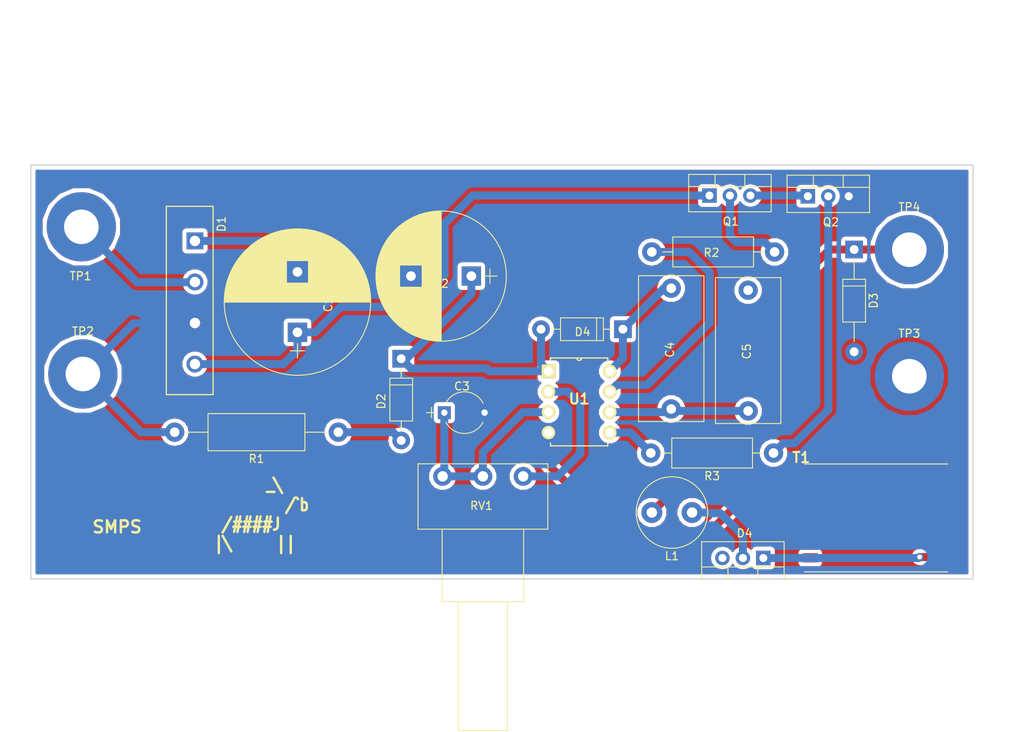
<source format=kicad_pcb>
(kicad_pcb (version 4) (host pcbnew 4.0.7)

  (general
    (links 39)
    (no_connects 4)
    (area 60.44 22.068737 187.580202 113.225001)
    (thickness 1.6)
    (drawings 6)
    (tracks 98)
    (zones 0)
    (modules 23)
    (nets 23)
  )

  (page A4)
  (layers
    (0 F.Cu signal)
    (31 B.Cu signal)
    (32 B.Adhes user)
    (33 F.Adhes user)
    (34 B.Paste user)
    (35 F.Paste user)
    (36 B.SilkS user)
    (37 F.SilkS user)
    (38 B.Mask user)
    (39 F.Mask user)
    (40 Dwgs.User user)
    (41 Cmts.User user)
    (42 Eco1.User user)
    (43 Eco2.User user)
    (44 Edge.Cuts user)
    (45 Margin user)
    (46 B.CrtYd user)
    (47 F.CrtYd user)
    (48 B.Fab user)
    (49 F.Fab user)
  )

  (setup
    (last_trace_width 1)
    (trace_clearance 0.2)
    (zone_clearance 0.508)
    (zone_45_only no)
    (trace_min 0.2)
    (segment_width 0.2)
    (edge_width 0.15)
    (via_size 0.9)
    (via_drill 0.6)
    (via_min_size 0.4)
    (via_min_drill 0.3)
    (uvia_size 0.3)
    (uvia_drill 0.1)
    (uvias_allowed no)
    (uvia_min_size 0.2)
    (uvia_min_drill 0.1)
    (pcb_text_width 0.3)
    (pcb_text_size 1.5 1.5)
    (mod_edge_width 0.15)
    (mod_text_size 1 1)
    (mod_text_width 0.15)
    (pad_size 8.6 8.6)
    (pad_drill 4.3)
    (pad_to_mask_clearance 0.2)
    (aux_axis_origin 0 0)
    (visible_elements 7FFFFFFF)
    (pcbplotparams
      (layerselection 0x01030_80000001)
      (usegerberextensions false)
      (excludeedgelayer true)
      (linewidth 0.100000)
      (plotframeref false)
      (viasonmask false)
      (mode 1)
      (useauxorigin false)
      (hpglpennumber 1)
      (hpglpenspeed 20)
      (hpglpendiameter 15)
      (hpglpenoverlay 2)
      (psnegative false)
      (psa4output false)
      (plotreference true)
      (plotvalue true)
      (plotinvisibletext false)
      (padsonsilk false)
      (subtractmaskfromsilk false)
      (outputformat 1)
      (mirror false)
      (drillshape 0)
      (scaleselection 1)
      (outputdirectory ""))
  )

  (net 0 "")
  (net 1 "Net-(C1-Pad1)")
  (net 2 GNDREF)
  (net 3 "Net-(C3-Pad1)")
  (net 4 "Net-(C4-Pad1)")
  (net 5 "Net-(C4-Pad2)")
  (net 6 "Net-(C5-Pad1)")
  (net 7 "Net-(D1-Pad3)")
  (net 8 "Net-(D1-Pad4)")
  (net 9 "Net-(C2-Pad1)")
  (net 10 "Net-(D2-Pad2)")
  (net 11 VCC)
  (net 12 GND)
  (net 13 "Net-(Q1-Pad2)")
  (net 14 "Net-(Q2-Pad2)")
  (net 15 "Net-(R2-Pad2)")
  (net 16 "Net-(R3-Pad2)")
  (net 17 "Net-(RV1-Pad3)")
  (net 18 "Net-(D4-Pad2)")
  (net 19 "Net-(T1-Pad1)")
  (net 20 "Net-(T1-Pad4)")
  (net 21 "Net-(T1-Pad2)")
  (net 22 "Net-(T1-Pad8)")

  (net_class Default "This is the default net class."
    (clearance 0.2)
    (trace_width 1)
    (via_dia 0.9)
    (via_drill 0.6)
    (uvia_dia 0.3)
    (uvia_drill 0.1)
    (add_net GND)
    (add_net GNDREF)
    (add_net "Net-(C1-Pad1)")
    (add_net "Net-(C2-Pad1)")
    (add_net "Net-(C3-Pad1)")
    (add_net "Net-(C4-Pad1)")
    (add_net "Net-(C4-Pad2)")
    (add_net "Net-(C5-Pad1)")
    (add_net "Net-(D1-Pad3)")
    (add_net "Net-(D1-Pad4)")
    (add_net "Net-(D2-Pad2)")
    (add_net "Net-(D4-Pad2)")
    (add_net "Net-(Q1-Pad2)")
    (add_net "Net-(Q2-Pad2)")
    (add_net "Net-(R2-Pad2)")
    (add_net "Net-(R3-Pad2)")
    (add_net "Net-(RV1-Pad3)")
    (add_net "Net-(T1-Pad1)")
    (add_net "Net-(T1-Pad2)")
    (add_net "Net-(T1-Pad4)")
    (add_net "Net-(T1-Pad8)")
    (add_net VCC)
  )

  (module Capacitors_THT:CP_Radial_D18.0mm_P7.50mm (layer F.Cu) (tedit 597BC7C2) (tstamp 5A811E02)
    (at 97.37 63.35 90)
    (descr "CP, Radial series, Radial, pin pitch=7.50mm, , diameter=18mm, Electrolytic Capacitor")
    (tags "CP Radial series Radial pin pitch 7.50mm  diameter 18mm Electrolytic Capacitor")
    (path /5A81025C)
    (fp_text reference C1 (at 3.48 3.81 90) (layer F.SilkS)
      (effects (font (size 1 1) (thickness 0.15)))
    )
    (fp_text value 120uF (at 3.75 10.31 90) (layer F.Fab)
      (effects (font (size 1 1) (thickness 0.15)))
    )
    (fp_circle (center 3.75 0) (end 12.75 0) (layer F.Fab) (width 0.1))
    (fp_circle (center 3.75 0) (end 12.84 0) (layer F.SilkS) (width 0.12))
    (fp_line (start -3.2 0) (end -1.4 0) (layer F.Fab) (width 0.1))
    (fp_line (start -2.3 -0.9) (end -2.3 0.9) (layer F.Fab) (width 0.1))
    (fp_line (start 3.75 -9.05) (end 3.75 9.05) (layer F.SilkS) (width 0.12))
    (fp_line (start 3.79 -9.05) (end 3.79 9.05) (layer F.SilkS) (width 0.12))
    (fp_line (start 3.83 -9.05) (end 3.83 9.05) (layer F.SilkS) (width 0.12))
    (fp_line (start 3.87 -9.05) (end 3.87 9.05) (layer F.SilkS) (width 0.12))
    (fp_line (start 3.91 -9.049) (end 3.91 9.049) (layer F.SilkS) (width 0.12))
    (fp_line (start 3.95 -9.048) (end 3.95 9.048) (layer F.SilkS) (width 0.12))
    (fp_line (start 3.99 -9.047) (end 3.99 9.047) (layer F.SilkS) (width 0.12))
    (fp_line (start 4.03 -9.046) (end 4.03 9.046) (layer F.SilkS) (width 0.12))
    (fp_line (start 4.07 -9.045) (end 4.07 9.045) (layer F.SilkS) (width 0.12))
    (fp_line (start 4.11 -9.043) (end 4.11 9.043) (layer F.SilkS) (width 0.12))
    (fp_line (start 4.15 -9.042) (end 4.15 9.042) (layer F.SilkS) (width 0.12))
    (fp_line (start 4.19 -9.04) (end 4.19 9.04) (layer F.SilkS) (width 0.12))
    (fp_line (start 4.23 -9.038) (end 4.23 9.038) (layer F.SilkS) (width 0.12))
    (fp_line (start 4.27 -9.036) (end 4.27 9.036) (layer F.SilkS) (width 0.12))
    (fp_line (start 4.31 -9.033) (end 4.31 9.033) (layer F.SilkS) (width 0.12))
    (fp_line (start 4.35 -9.031) (end 4.35 9.031) (layer F.SilkS) (width 0.12))
    (fp_line (start 4.39 -9.028) (end 4.39 9.028) (layer F.SilkS) (width 0.12))
    (fp_line (start 4.43 -9.025) (end 4.43 9.025) (layer F.SilkS) (width 0.12))
    (fp_line (start 4.471 -9.022) (end 4.471 9.022) (layer F.SilkS) (width 0.12))
    (fp_line (start 4.511 -9.019) (end 4.511 9.019) (layer F.SilkS) (width 0.12))
    (fp_line (start 4.551 -9.015) (end 4.551 9.015) (layer F.SilkS) (width 0.12))
    (fp_line (start 4.591 -9.012) (end 4.591 9.012) (layer F.SilkS) (width 0.12))
    (fp_line (start 4.631 -9.008) (end 4.631 9.008) (layer F.SilkS) (width 0.12))
    (fp_line (start 4.671 -9.004) (end 4.671 9.004) (layer F.SilkS) (width 0.12))
    (fp_line (start 4.711 -9) (end 4.711 9) (layer F.SilkS) (width 0.12))
    (fp_line (start 4.751 -8.995) (end 4.751 8.995) (layer F.SilkS) (width 0.12))
    (fp_line (start 4.791 -8.991) (end 4.791 8.991) (layer F.SilkS) (width 0.12))
    (fp_line (start 4.831 -8.986) (end 4.831 8.986) (layer F.SilkS) (width 0.12))
    (fp_line (start 4.871 -8.981) (end 4.871 8.981) (layer F.SilkS) (width 0.12))
    (fp_line (start 4.911 -8.976) (end 4.911 8.976) (layer F.SilkS) (width 0.12))
    (fp_line (start 4.951 -8.971) (end 4.951 8.971) (layer F.SilkS) (width 0.12))
    (fp_line (start 4.991 -8.966) (end 4.991 8.966) (layer F.SilkS) (width 0.12))
    (fp_line (start 5.031 -8.96) (end 5.031 8.96) (layer F.SilkS) (width 0.12))
    (fp_line (start 5.071 -8.954) (end 5.071 8.954) (layer F.SilkS) (width 0.12))
    (fp_line (start 5.111 -8.948) (end 5.111 8.948) (layer F.SilkS) (width 0.12))
    (fp_line (start 5.151 -8.942) (end 5.151 8.942) (layer F.SilkS) (width 0.12))
    (fp_line (start 5.191 -8.936) (end 5.191 8.936) (layer F.SilkS) (width 0.12))
    (fp_line (start 5.231 -8.929) (end 5.231 8.929) (layer F.SilkS) (width 0.12))
    (fp_line (start 5.271 -8.923) (end 5.271 8.923) (layer F.SilkS) (width 0.12))
    (fp_line (start 5.311 -8.916) (end 5.311 8.916) (layer F.SilkS) (width 0.12))
    (fp_line (start 5.351 -8.909) (end 5.351 8.909) (layer F.SilkS) (width 0.12))
    (fp_line (start 5.391 -8.901) (end 5.391 8.901) (layer F.SilkS) (width 0.12))
    (fp_line (start 5.431 -8.894) (end 5.431 8.894) (layer F.SilkS) (width 0.12))
    (fp_line (start 5.471 -8.886) (end 5.471 8.886) (layer F.SilkS) (width 0.12))
    (fp_line (start 5.511 -8.878) (end 5.511 8.878) (layer F.SilkS) (width 0.12))
    (fp_line (start 5.551 -8.87) (end 5.551 8.87) (layer F.SilkS) (width 0.12))
    (fp_line (start 5.591 -8.862) (end 5.591 8.862) (layer F.SilkS) (width 0.12))
    (fp_line (start 5.631 -8.854) (end 5.631 8.854) (layer F.SilkS) (width 0.12))
    (fp_line (start 5.671 -8.845) (end 5.671 8.845) (layer F.SilkS) (width 0.12))
    (fp_line (start 5.711 -8.837) (end 5.711 8.837) (layer F.SilkS) (width 0.12))
    (fp_line (start 5.751 -8.828) (end 5.751 8.828) (layer F.SilkS) (width 0.12))
    (fp_line (start 5.791 -8.819) (end 5.791 8.819) (layer F.SilkS) (width 0.12))
    (fp_line (start 5.831 -8.809) (end 5.831 8.809) (layer F.SilkS) (width 0.12))
    (fp_line (start 5.871 -8.8) (end 5.871 8.8) (layer F.SilkS) (width 0.12))
    (fp_line (start 5.911 -8.79) (end 5.911 8.79) (layer F.SilkS) (width 0.12))
    (fp_line (start 5.951 -8.78) (end 5.951 8.78) (layer F.SilkS) (width 0.12))
    (fp_line (start 5.991 -8.77) (end 5.991 8.77) (layer F.SilkS) (width 0.12))
    (fp_line (start 6.031 -8.76) (end 6.031 8.76) (layer F.SilkS) (width 0.12))
    (fp_line (start 6.071 -8.749) (end 6.071 8.749) (layer F.SilkS) (width 0.12))
    (fp_line (start 6.111 -8.739) (end 6.111 8.739) (layer F.SilkS) (width 0.12))
    (fp_line (start 6.151 -8.728) (end 6.151 -1.38) (layer F.SilkS) (width 0.12))
    (fp_line (start 6.151 1.38) (end 6.151 8.728) (layer F.SilkS) (width 0.12))
    (fp_line (start 6.191 -8.717) (end 6.191 -1.38) (layer F.SilkS) (width 0.12))
    (fp_line (start 6.191 1.38) (end 6.191 8.717) (layer F.SilkS) (width 0.12))
    (fp_line (start 6.231 -8.706) (end 6.231 -1.38) (layer F.SilkS) (width 0.12))
    (fp_line (start 6.231 1.38) (end 6.231 8.706) (layer F.SilkS) (width 0.12))
    (fp_line (start 6.271 -8.694) (end 6.271 -1.38) (layer F.SilkS) (width 0.12))
    (fp_line (start 6.271 1.38) (end 6.271 8.694) (layer F.SilkS) (width 0.12))
    (fp_line (start 6.311 -8.683) (end 6.311 -1.38) (layer F.SilkS) (width 0.12))
    (fp_line (start 6.311 1.38) (end 6.311 8.683) (layer F.SilkS) (width 0.12))
    (fp_line (start 6.351 -8.671) (end 6.351 -1.38) (layer F.SilkS) (width 0.12))
    (fp_line (start 6.351 1.38) (end 6.351 8.671) (layer F.SilkS) (width 0.12))
    (fp_line (start 6.391 -8.659) (end 6.391 -1.38) (layer F.SilkS) (width 0.12))
    (fp_line (start 6.391 1.38) (end 6.391 8.659) (layer F.SilkS) (width 0.12))
    (fp_line (start 6.431 -8.646) (end 6.431 -1.38) (layer F.SilkS) (width 0.12))
    (fp_line (start 6.431 1.38) (end 6.431 8.646) (layer F.SilkS) (width 0.12))
    (fp_line (start 6.471 -8.634) (end 6.471 -1.38) (layer F.SilkS) (width 0.12))
    (fp_line (start 6.471 1.38) (end 6.471 8.634) (layer F.SilkS) (width 0.12))
    (fp_line (start 6.511 -8.621) (end 6.511 -1.38) (layer F.SilkS) (width 0.12))
    (fp_line (start 6.511 1.38) (end 6.511 8.621) (layer F.SilkS) (width 0.12))
    (fp_line (start 6.551 -8.609) (end 6.551 -1.38) (layer F.SilkS) (width 0.12))
    (fp_line (start 6.551 1.38) (end 6.551 8.609) (layer F.SilkS) (width 0.12))
    (fp_line (start 6.591 -8.595) (end 6.591 -1.38) (layer F.SilkS) (width 0.12))
    (fp_line (start 6.591 1.38) (end 6.591 8.595) (layer F.SilkS) (width 0.12))
    (fp_line (start 6.631 -8.582) (end 6.631 -1.38) (layer F.SilkS) (width 0.12))
    (fp_line (start 6.631 1.38) (end 6.631 8.582) (layer F.SilkS) (width 0.12))
    (fp_line (start 6.671 -8.569) (end 6.671 -1.38) (layer F.SilkS) (width 0.12))
    (fp_line (start 6.671 1.38) (end 6.671 8.569) (layer F.SilkS) (width 0.12))
    (fp_line (start 6.711 -8.555) (end 6.711 -1.38) (layer F.SilkS) (width 0.12))
    (fp_line (start 6.711 1.38) (end 6.711 8.555) (layer F.SilkS) (width 0.12))
    (fp_line (start 6.751 -8.541) (end 6.751 -1.38) (layer F.SilkS) (width 0.12))
    (fp_line (start 6.751 1.38) (end 6.751 8.541) (layer F.SilkS) (width 0.12))
    (fp_line (start 6.791 -8.527) (end 6.791 -1.38) (layer F.SilkS) (width 0.12))
    (fp_line (start 6.791 1.38) (end 6.791 8.527) (layer F.SilkS) (width 0.12))
    (fp_line (start 6.831 -8.513) (end 6.831 -1.38) (layer F.SilkS) (width 0.12))
    (fp_line (start 6.831 1.38) (end 6.831 8.513) (layer F.SilkS) (width 0.12))
    (fp_line (start 6.871 -8.498) (end 6.871 -1.38) (layer F.SilkS) (width 0.12))
    (fp_line (start 6.871 1.38) (end 6.871 8.498) (layer F.SilkS) (width 0.12))
    (fp_line (start 6.911 -8.484) (end 6.911 -1.38) (layer F.SilkS) (width 0.12))
    (fp_line (start 6.911 1.38) (end 6.911 8.484) (layer F.SilkS) (width 0.12))
    (fp_line (start 6.951 -8.469) (end 6.951 -1.38) (layer F.SilkS) (width 0.12))
    (fp_line (start 6.951 1.38) (end 6.951 8.469) (layer F.SilkS) (width 0.12))
    (fp_line (start 6.991 -8.453) (end 6.991 -1.38) (layer F.SilkS) (width 0.12))
    (fp_line (start 6.991 1.38) (end 6.991 8.453) (layer F.SilkS) (width 0.12))
    (fp_line (start 7.031 -8.438) (end 7.031 -1.38) (layer F.SilkS) (width 0.12))
    (fp_line (start 7.031 1.38) (end 7.031 8.438) (layer F.SilkS) (width 0.12))
    (fp_line (start 7.071 -8.423) (end 7.071 -1.38) (layer F.SilkS) (width 0.12))
    (fp_line (start 7.071 1.38) (end 7.071 8.423) (layer F.SilkS) (width 0.12))
    (fp_line (start 7.111 -8.407) (end 7.111 -1.38) (layer F.SilkS) (width 0.12))
    (fp_line (start 7.111 1.38) (end 7.111 8.407) (layer F.SilkS) (width 0.12))
    (fp_line (start 7.151 -8.391) (end 7.151 -1.38) (layer F.SilkS) (width 0.12))
    (fp_line (start 7.151 1.38) (end 7.151 8.391) (layer F.SilkS) (width 0.12))
    (fp_line (start 7.191 -8.374) (end 7.191 -1.38) (layer F.SilkS) (width 0.12))
    (fp_line (start 7.191 1.38) (end 7.191 8.374) (layer F.SilkS) (width 0.12))
    (fp_line (start 7.231 -8.358) (end 7.231 -1.38) (layer F.SilkS) (width 0.12))
    (fp_line (start 7.231 1.38) (end 7.231 8.358) (layer F.SilkS) (width 0.12))
    (fp_line (start 7.271 -8.341) (end 7.271 -1.38) (layer F.SilkS) (width 0.12))
    (fp_line (start 7.271 1.38) (end 7.271 8.341) (layer F.SilkS) (width 0.12))
    (fp_line (start 7.311 -8.324) (end 7.311 -1.38) (layer F.SilkS) (width 0.12))
    (fp_line (start 7.311 1.38) (end 7.311 8.324) (layer F.SilkS) (width 0.12))
    (fp_line (start 7.351 -8.307) (end 7.351 -1.38) (layer F.SilkS) (width 0.12))
    (fp_line (start 7.351 1.38) (end 7.351 8.307) (layer F.SilkS) (width 0.12))
    (fp_line (start 7.391 -8.29) (end 7.391 -1.38) (layer F.SilkS) (width 0.12))
    (fp_line (start 7.391 1.38) (end 7.391 8.29) (layer F.SilkS) (width 0.12))
    (fp_line (start 7.431 -8.272) (end 7.431 -1.38) (layer F.SilkS) (width 0.12))
    (fp_line (start 7.431 1.38) (end 7.431 8.272) (layer F.SilkS) (width 0.12))
    (fp_line (start 7.471 -8.254) (end 7.471 -1.38) (layer F.SilkS) (width 0.12))
    (fp_line (start 7.471 1.38) (end 7.471 8.254) (layer F.SilkS) (width 0.12))
    (fp_line (start 7.511 -8.236) (end 7.511 -1.38) (layer F.SilkS) (width 0.12))
    (fp_line (start 7.511 1.38) (end 7.511 8.236) (layer F.SilkS) (width 0.12))
    (fp_line (start 7.551 -8.218) (end 7.551 -1.38) (layer F.SilkS) (width 0.12))
    (fp_line (start 7.551 1.38) (end 7.551 8.218) (layer F.SilkS) (width 0.12))
    (fp_line (start 7.591 -8.2) (end 7.591 -1.38) (layer F.SilkS) (width 0.12))
    (fp_line (start 7.591 1.38) (end 7.591 8.2) (layer F.SilkS) (width 0.12))
    (fp_line (start 7.631 -8.181) (end 7.631 -1.38) (layer F.SilkS) (width 0.12))
    (fp_line (start 7.631 1.38) (end 7.631 8.181) (layer F.SilkS) (width 0.12))
    (fp_line (start 7.671 -8.162) (end 7.671 -1.38) (layer F.SilkS) (width 0.12))
    (fp_line (start 7.671 1.38) (end 7.671 8.162) (layer F.SilkS) (width 0.12))
    (fp_line (start 7.711 -8.143) (end 7.711 -1.38) (layer F.SilkS) (width 0.12))
    (fp_line (start 7.711 1.38) (end 7.711 8.143) (layer F.SilkS) (width 0.12))
    (fp_line (start 7.751 -8.123) (end 7.751 -1.38) (layer F.SilkS) (width 0.12))
    (fp_line (start 7.751 1.38) (end 7.751 8.123) (layer F.SilkS) (width 0.12))
    (fp_line (start 7.791 -8.103) (end 7.791 -1.38) (layer F.SilkS) (width 0.12))
    (fp_line (start 7.791 1.38) (end 7.791 8.103) (layer F.SilkS) (width 0.12))
    (fp_line (start 7.831 -8.083) (end 7.831 -1.38) (layer F.SilkS) (width 0.12))
    (fp_line (start 7.831 1.38) (end 7.831 8.083) (layer F.SilkS) (width 0.12))
    (fp_line (start 7.871 -8.063) (end 7.871 -1.38) (layer F.SilkS) (width 0.12))
    (fp_line (start 7.871 1.38) (end 7.871 8.063) (layer F.SilkS) (width 0.12))
    (fp_line (start 7.911 -8.043) (end 7.911 -1.38) (layer F.SilkS) (width 0.12))
    (fp_line (start 7.911 1.38) (end 7.911 8.043) (layer F.SilkS) (width 0.12))
    (fp_line (start 7.951 -8.022) (end 7.951 -1.38) (layer F.SilkS) (width 0.12))
    (fp_line (start 7.951 1.38) (end 7.951 8.022) (layer F.SilkS) (width 0.12))
    (fp_line (start 7.991 -8.001) (end 7.991 -1.38) (layer F.SilkS) (width 0.12))
    (fp_line (start 7.991 1.38) (end 7.991 8.001) (layer F.SilkS) (width 0.12))
    (fp_line (start 8.031 -7.98) (end 8.031 -1.38) (layer F.SilkS) (width 0.12))
    (fp_line (start 8.031 1.38) (end 8.031 7.98) (layer F.SilkS) (width 0.12))
    (fp_line (start 8.071 -7.958) (end 8.071 -1.38) (layer F.SilkS) (width 0.12))
    (fp_line (start 8.071 1.38) (end 8.071 7.958) (layer F.SilkS) (width 0.12))
    (fp_line (start 8.111 -7.937) (end 8.111 -1.38) (layer F.SilkS) (width 0.12))
    (fp_line (start 8.111 1.38) (end 8.111 7.937) (layer F.SilkS) (width 0.12))
    (fp_line (start 8.151 -7.915) (end 8.151 -1.38) (layer F.SilkS) (width 0.12))
    (fp_line (start 8.151 1.38) (end 8.151 7.915) (layer F.SilkS) (width 0.12))
    (fp_line (start 8.191 -7.892) (end 8.191 -1.38) (layer F.SilkS) (width 0.12))
    (fp_line (start 8.191 1.38) (end 8.191 7.892) (layer F.SilkS) (width 0.12))
    (fp_line (start 8.231 -7.87) (end 8.231 -1.38) (layer F.SilkS) (width 0.12))
    (fp_line (start 8.231 1.38) (end 8.231 7.87) (layer F.SilkS) (width 0.12))
    (fp_line (start 8.271 -7.847) (end 8.271 -1.38) (layer F.SilkS) (width 0.12))
    (fp_line (start 8.271 1.38) (end 8.271 7.847) (layer F.SilkS) (width 0.12))
    (fp_line (start 8.311 -7.824) (end 8.311 -1.38) (layer F.SilkS) (width 0.12))
    (fp_line (start 8.311 1.38) (end 8.311 7.824) (layer F.SilkS) (width 0.12))
    (fp_line (start 8.351 -7.801) (end 8.351 -1.38) (layer F.SilkS) (width 0.12))
    (fp_line (start 8.351 1.38) (end 8.351 7.801) (layer F.SilkS) (width 0.12))
    (fp_line (start 8.391 -7.777) (end 8.391 -1.38) (layer F.SilkS) (width 0.12))
    (fp_line (start 8.391 1.38) (end 8.391 7.777) (layer F.SilkS) (width 0.12))
    (fp_line (start 8.431 -7.753) (end 8.431 -1.38) (layer F.SilkS) (width 0.12))
    (fp_line (start 8.431 1.38) (end 8.431 7.753) (layer F.SilkS) (width 0.12))
    (fp_line (start 8.471 -7.729) (end 8.471 -1.38) (layer F.SilkS) (width 0.12))
    (fp_line (start 8.471 1.38) (end 8.471 7.729) (layer F.SilkS) (width 0.12))
    (fp_line (start 8.511 -7.705) (end 8.511 -1.38) (layer F.SilkS) (width 0.12))
    (fp_line (start 8.511 1.38) (end 8.511 7.705) (layer F.SilkS) (width 0.12))
    (fp_line (start 8.551 -7.68) (end 8.551 -1.38) (layer F.SilkS) (width 0.12))
    (fp_line (start 8.551 1.38) (end 8.551 7.68) (layer F.SilkS) (width 0.12))
    (fp_line (start 8.591 -7.655) (end 8.591 -1.38) (layer F.SilkS) (width 0.12))
    (fp_line (start 8.591 1.38) (end 8.591 7.655) (layer F.SilkS) (width 0.12))
    (fp_line (start 8.631 -7.63) (end 8.631 -1.38) (layer F.SilkS) (width 0.12))
    (fp_line (start 8.631 1.38) (end 8.631 7.63) (layer F.SilkS) (width 0.12))
    (fp_line (start 8.671 -7.604) (end 8.671 -1.38) (layer F.SilkS) (width 0.12))
    (fp_line (start 8.671 1.38) (end 8.671 7.604) (layer F.SilkS) (width 0.12))
    (fp_line (start 8.711 -7.578) (end 8.711 -1.38) (layer F.SilkS) (width 0.12))
    (fp_line (start 8.711 1.38) (end 8.711 7.578) (layer F.SilkS) (width 0.12))
    (fp_line (start 8.751 -7.552) (end 8.751 -1.38) (layer F.SilkS) (width 0.12))
    (fp_line (start 8.751 1.38) (end 8.751 7.552) (layer F.SilkS) (width 0.12))
    (fp_line (start 8.791 -7.525) (end 8.791 -1.38) (layer F.SilkS) (width 0.12))
    (fp_line (start 8.791 1.38) (end 8.791 7.525) (layer F.SilkS) (width 0.12))
    (fp_line (start 8.831 -7.499) (end 8.831 -1.38) (layer F.SilkS) (width 0.12))
    (fp_line (start 8.831 1.38) (end 8.831 7.499) (layer F.SilkS) (width 0.12))
    (fp_line (start 8.871 -7.471) (end 8.871 -1.38) (layer F.SilkS) (width 0.12))
    (fp_line (start 8.871 1.38) (end 8.871 7.471) (layer F.SilkS) (width 0.12))
    (fp_line (start 8.911 -7.444) (end 8.911 7.444) (layer F.SilkS) (width 0.12))
    (fp_line (start 8.951 -7.416) (end 8.951 7.416) (layer F.SilkS) (width 0.12))
    (fp_line (start 8.991 -7.388) (end 8.991 7.388) (layer F.SilkS) (width 0.12))
    (fp_line (start 9.031 -7.36) (end 9.031 7.36) (layer F.SilkS) (width 0.12))
    (fp_line (start 9.071 -7.331) (end 9.071 7.331) (layer F.SilkS) (width 0.12))
    (fp_line (start 9.111 -7.302) (end 9.111 7.302) (layer F.SilkS) (width 0.12))
    (fp_line (start 9.151 -7.273) (end 9.151 7.273) (layer F.SilkS) (width 0.12))
    (fp_line (start 9.191 -7.243) (end 9.191 7.243) (layer F.SilkS) (width 0.12))
    (fp_line (start 9.231 -7.213) (end 9.231 7.213) (layer F.SilkS) (width 0.12))
    (fp_line (start 9.271 -7.183) (end 9.271 7.183) (layer F.SilkS) (width 0.12))
    (fp_line (start 9.311 -7.152) (end 9.311 7.152) (layer F.SilkS) (width 0.12))
    (fp_line (start 9.351 -7.121) (end 9.351 7.121) (layer F.SilkS) (width 0.12))
    (fp_line (start 9.391 -7.089) (end 9.391 7.089) (layer F.SilkS) (width 0.12))
    (fp_line (start 9.431 -7.057) (end 9.431 7.057) (layer F.SilkS) (width 0.12))
    (fp_line (start 9.471 -7.025) (end 9.471 7.025) (layer F.SilkS) (width 0.12))
    (fp_line (start 9.511 -6.993) (end 9.511 6.993) (layer F.SilkS) (width 0.12))
    (fp_line (start 9.551 -6.96) (end 9.551 6.96) (layer F.SilkS) (width 0.12))
    (fp_line (start 9.591 -6.926) (end 9.591 6.926) (layer F.SilkS) (width 0.12))
    (fp_line (start 9.631 -6.893) (end 9.631 6.893) (layer F.SilkS) (width 0.12))
    (fp_line (start 9.671 -6.858) (end 9.671 6.858) (layer F.SilkS) (width 0.12))
    (fp_line (start 9.711 -6.824) (end 9.711 6.824) (layer F.SilkS) (width 0.12))
    (fp_line (start 9.751 -6.789) (end 9.751 6.789) (layer F.SilkS) (width 0.12))
    (fp_line (start 9.791 -6.754) (end 9.791 6.754) (layer F.SilkS) (width 0.12))
    (fp_line (start 9.831 -6.718) (end 9.831 6.718) (layer F.SilkS) (width 0.12))
    (fp_line (start 9.871 -6.682) (end 9.871 6.682) (layer F.SilkS) (width 0.12))
    (fp_line (start 9.911 -6.645) (end 9.911 6.645) (layer F.SilkS) (width 0.12))
    (fp_line (start 9.951 -6.608) (end 9.951 6.608) (layer F.SilkS) (width 0.12))
    (fp_line (start 9.991 -6.57) (end 9.991 6.57) (layer F.SilkS) (width 0.12))
    (fp_line (start 10.031 -6.532) (end 10.031 6.532) (layer F.SilkS) (width 0.12))
    (fp_line (start 10.071 -6.494) (end 10.071 6.494) (layer F.SilkS) (width 0.12))
    (fp_line (start 10.111 -6.455) (end 10.111 6.455) (layer F.SilkS) (width 0.12))
    (fp_line (start 10.151 -6.416) (end 10.151 6.416) (layer F.SilkS) (width 0.12))
    (fp_line (start 10.191 -6.376) (end 10.191 6.376) (layer F.SilkS) (width 0.12))
    (fp_line (start 10.231 -6.335) (end 10.231 6.335) (layer F.SilkS) (width 0.12))
    (fp_line (start 10.271 -6.294) (end 10.271 6.294) (layer F.SilkS) (width 0.12))
    (fp_line (start 10.311 -6.253) (end 10.311 6.253) (layer F.SilkS) (width 0.12))
    (fp_line (start 10.351 -6.211) (end 10.351 6.211) (layer F.SilkS) (width 0.12))
    (fp_line (start 10.391 -6.168) (end 10.391 6.168) (layer F.SilkS) (width 0.12))
    (fp_line (start 10.431 -6.125) (end 10.431 6.125) (layer F.SilkS) (width 0.12))
    (fp_line (start 10.471 -6.082) (end 10.471 6.082) (layer F.SilkS) (width 0.12))
    (fp_line (start 10.511 -6.038) (end 10.511 6.038) (layer F.SilkS) (width 0.12))
    (fp_line (start 10.551 -5.993) (end 10.551 5.993) (layer F.SilkS) (width 0.12))
    (fp_line (start 10.591 -5.947) (end 10.591 5.947) (layer F.SilkS) (width 0.12))
    (fp_line (start 10.631 -5.901) (end 10.631 5.901) (layer F.SilkS) (width 0.12))
    (fp_line (start 10.671 -5.855) (end 10.671 5.855) (layer F.SilkS) (width 0.12))
    (fp_line (start 10.711 -5.807) (end 10.711 5.807) (layer F.SilkS) (width 0.12))
    (fp_line (start 10.751 -5.759) (end 10.751 5.759) (layer F.SilkS) (width 0.12))
    (fp_line (start 10.791 -5.711) (end 10.791 5.711) (layer F.SilkS) (width 0.12))
    (fp_line (start 10.831 -5.662) (end 10.831 5.662) (layer F.SilkS) (width 0.12))
    (fp_line (start 10.871 -5.611) (end 10.871 5.611) (layer F.SilkS) (width 0.12))
    (fp_line (start 10.911 -5.561) (end 10.911 5.561) (layer F.SilkS) (width 0.12))
    (fp_line (start 10.951 -5.509) (end 10.951 5.509) (layer F.SilkS) (width 0.12))
    (fp_line (start 10.991 -5.457) (end 10.991 5.457) (layer F.SilkS) (width 0.12))
    (fp_line (start 11.031 -5.404) (end 11.031 5.404) (layer F.SilkS) (width 0.12))
    (fp_line (start 11.071 -5.35) (end 11.071 5.35) (layer F.SilkS) (width 0.12))
    (fp_line (start 11.111 -5.295) (end 11.111 5.295) (layer F.SilkS) (width 0.12))
    (fp_line (start 11.151 -5.24) (end 11.151 5.24) (layer F.SilkS) (width 0.12))
    (fp_line (start 11.191 -5.183) (end 11.191 5.183) (layer F.SilkS) (width 0.12))
    (fp_line (start 11.231 -5.126) (end 11.231 5.126) (layer F.SilkS) (width 0.12))
    (fp_line (start 11.271 -5.067) (end 11.271 5.067) (layer F.SilkS) (width 0.12))
    (fp_line (start 11.311 -5.008) (end 11.311 5.008) (layer F.SilkS) (width 0.12))
    (fp_line (start 11.351 -4.947) (end 11.351 4.947) (layer F.SilkS) (width 0.12))
    (fp_line (start 11.391 -4.886) (end 11.391 4.886) (layer F.SilkS) (width 0.12))
    (fp_line (start 11.431 -4.823) (end 11.431 4.823) (layer F.SilkS) (width 0.12))
    (fp_line (start 11.471 -4.759) (end 11.471 4.759) (layer F.SilkS) (width 0.12))
    (fp_line (start 11.511 -4.694) (end 11.511 4.694) (layer F.SilkS) (width 0.12))
    (fp_line (start 11.551 -4.628) (end 11.551 4.628) (layer F.SilkS) (width 0.12))
    (fp_line (start 11.591 -4.561) (end 11.591 4.561) (layer F.SilkS) (width 0.12))
    (fp_line (start 11.631 -4.492) (end 11.631 4.492) (layer F.SilkS) (width 0.12))
    (fp_line (start 11.671 -4.422) (end 11.671 4.422) (layer F.SilkS) (width 0.12))
    (fp_line (start 11.711 -4.35) (end 11.711 4.35) (layer F.SilkS) (width 0.12))
    (fp_line (start 11.751 -4.277) (end 11.751 4.277) (layer F.SilkS) (width 0.12))
    (fp_line (start 11.791 -4.202) (end 11.791 4.202) (layer F.SilkS) (width 0.12))
    (fp_line (start 11.831 -4.125) (end 11.831 4.125) (layer F.SilkS) (width 0.12))
    (fp_line (start 11.871 -4.046) (end 11.871 4.046) (layer F.SilkS) (width 0.12))
    (fp_line (start 11.911 -3.966) (end 11.911 3.966) (layer F.SilkS) (width 0.12))
    (fp_line (start 11.95 -3.883) (end 11.95 3.883) (layer F.SilkS) (width 0.12))
    (fp_line (start 11.99 -3.799) (end 11.99 3.799) (layer F.SilkS) (width 0.12))
    (fp_line (start 12.03 -3.711) (end 12.03 3.711) (layer F.SilkS) (width 0.12))
    (fp_line (start 12.07 -3.622) (end 12.07 3.622) (layer F.SilkS) (width 0.12))
    (fp_line (start 12.11 -3.53) (end 12.11 3.53) (layer F.SilkS) (width 0.12))
    (fp_line (start 12.15 -3.434) (end 12.15 3.434) (layer F.SilkS) (width 0.12))
    (fp_line (start 12.19 -3.336) (end 12.19 3.336) (layer F.SilkS) (width 0.12))
    (fp_line (start 12.23 -3.234) (end 12.23 3.234) (layer F.SilkS) (width 0.12))
    (fp_line (start 12.27 -3.129) (end 12.27 3.129) (layer F.SilkS) (width 0.12))
    (fp_line (start 12.31 -3.019) (end 12.31 3.019) (layer F.SilkS) (width 0.12))
    (fp_line (start 12.35 -2.905) (end 12.35 2.905) (layer F.SilkS) (width 0.12))
    (fp_line (start 12.39 -2.785) (end 12.39 2.785) (layer F.SilkS) (width 0.12))
    (fp_line (start 12.43 -2.66) (end 12.43 2.66) (layer F.SilkS) (width 0.12))
    (fp_line (start 12.47 -2.528) (end 12.47 2.528) (layer F.SilkS) (width 0.12))
    (fp_line (start 12.51 -2.388) (end 12.51 2.388) (layer F.SilkS) (width 0.12))
    (fp_line (start 12.55 -2.238) (end 12.55 2.238) (layer F.SilkS) (width 0.12))
    (fp_line (start 12.59 -2.078) (end 12.59 2.078) (layer F.SilkS) (width 0.12))
    (fp_line (start 12.63 -1.903) (end 12.63 1.903) (layer F.SilkS) (width 0.12))
    (fp_line (start 12.67 -1.71) (end 12.67 1.71) (layer F.SilkS) (width 0.12))
    (fp_line (start 12.71 -1.492) (end 12.71 1.492) (layer F.SilkS) (width 0.12))
    (fp_line (start 12.75 -1.236) (end 12.75 1.236) (layer F.SilkS) (width 0.12))
    (fp_line (start 12.79 -0.913) (end 12.79 0.913) (layer F.SilkS) (width 0.12))
    (fp_line (start 12.83 -0.387) (end 12.83 0.387) (layer F.SilkS) (width 0.12))
    (fp_line (start -3.2 0) (end -1.4 0) (layer F.SilkS) (width 0.12))
    (fp_line (start -2.3 -0.9) (end -2.3 0.9) (layer F.SilkS) (width 0.12))
    (fp_line (start -5.6 -9.35) (end -5.6 9.35) (layer F.CrtYd) (width 0.05))
    (fp_line (start -5.6 9.35) (end 13.1 9.35) (layer F.CrtYd) (width 0.05))
    (fp_line (start 13.1 9.35) (end 13.1 -9.35) (layer F.CrtYd) (width 0.05))
    (fp_line (start 13.1 -9.35) (end -5.6 -9.35) (layer F.CrtYd) (width 0.05))
    (fp_text user %R (at 3.75 0 90) (layer F.Fab)
      (effects (font (size 1 1) (thickness 0.15)))
    )
    (pad 1 thru_hole rect (at 0 0 90) (size 2.4 2.4) (drill 1.2) (layers *.Cu *.Mask)
      (net 1 "Net-(C1-Pad1)"))
    (pad 2 thru_hole circle (at 7.5 0 90) (size 2.4 2.4) (drill 1.2) (layers *.Cu *.Mask)
      (net 2 GNDREF))
    (model ${KISYS3DMOD}/Capacitors_THT.3dshapes/CP_Radial_D18.0mm_P7.50mm.wrl
      (at (xyz 0 0 0))
      (scale (xyz 1 1 1))
      (rotate (xyz 0 0 0))
    )
  )

  (module Capacitors_THT:CP_Radial_Tantal_D5.0mm_P5.00mm (layer F.Cu) (tedit 597C781B) (tstamp 5A811E14)
    (at 115.6 73.33)
    (descr "CP, Radial_Tantal series, Radial, pin pitch=5.00mm, , diameter=5.0mm, Tantal Electrolytic Capacitor, http://cdn-reichelt.de/documents/datenblatt/B300/TANTAL-TB-Serie%23.pdf")
    (tags "CP Radial_Tantal series Radial pin pitch 5.00mm  diameter 5.0mm Tantal Electrolytic Capacitor")
    (path /5A810AEA)
    (fp_text reference C3 (at 2.19 -3.27) (layer F.SilkS)
      (effects (font (size 1 1) (thickness 0.15)))
    )
    (fp_text value 1nF (at 2.5 3.81) (layer F.Fab)
      (effects (font (size 1 1) (thickness 0.15)))
    )
    (fp_arc (start 2.5 0) (end 0.19442 -1.18) (angle 125.8) (layer F.SilkS) (width 0.12))
    (fp_arc (start 2.5 0) (end 0.19442 1.18) (angle -125.8) (layer F.SilkS) (width 0.12))
    (fp_circle (center 2.5 0) (end 5 0) (layer F.Fab) (width 0.1))
    (fp_line (start -2.2 0) (end -1 0) (layer F.Fab) (width 0.1))
    (fp_line (start -1.6 -0.65) (end -1.6 0.65) (layer F.Fab) (width 0.1))
    (fp_line (start -2.2 0) (end -1 0) (layer F.SilkS) (width 0.12))
    (fp_line (start -1.6 -0.65) (end -1.6 0.65) (layer F.SilkS) (width 0.12))
    (fp_line (start -1.05 -2.85) (end -1.05 2.85) (layer F.CrtYd) (width 0.05))
    (fp_line (start -1.05 2.85) (end 6.05 2.85) (layer F.CrtYd) (width 0.05))
    (fp_line (start 6.05 2.85) (end 6.05 -2.85) (layer F.CrtYd) (width 0.05))
    (fp_line (start 6.05 -2.85) (end -1.05 -2.85) (layer F.CrtYd) (width 0.05))
    (fp_text user %R (at 2.5 0) (layer F.Fab)
      (effects (font (size 1 1) (thickness 0.15)))
    )
    (pad 1 thru_hole rect (at 0 0) (size 1.6 1.6) (drill 0.8) (layers *.Cu *.Mask)
      (net 3 "Net-(C3-Pad1)"))
    (pad 2 thru_hole circle (at 5 0) (size 1.6 1.6) (drill 0.8) (layers *.Cu *.Mask)
      (net 2 GNDREF))
    (model ${KISYS3DMOD}/Capacitors_THT.3dshapes/CP_Radial_Tantal_D5.0mm_P5.00mm.wrl
      (at (xyz 0 0 0))
      (scale (xyz 1 1 1))
      (rotate (xyz 0 0 0))
    )
  )

  (module Capacitors_THT:C_Rect_L18.0mm_W8.0mm_P15.00mm_FKS3_FKP3 (layer F.Cu) (tedit 597BC7C2) (tstamp 5A811E27)
    (at 143.77 72.88 90)
    (descr "C, Rect series, Radial, pin pitch=15.00mm, , length*width=18*8mm^2, Capacitor, http://www.wima.com/EN/WIMA_FKS_3.pdf")
    (tags "C Rect series Radial pin pitch 15.00mm  length 18mm width 8mm Capacitor")
    (path /5A810CEE)
    (fp_text reference C4 (at 7.36 -0.17 90) (layer F.SilkS)
      (effects (font (size 1 1) (thickness 0.15)))
    )
    (fp_text value 220nF (at 7.5 5.31 90) (layer F.Fab)
      (effects (font (size 1 1) (thickness 0.15)))
    )
    (fp_line (start -1.5 -4) (end -1.5 4) (layer F.Fab) (width 0.1))
    (fp_line (start -1.5 4) (end 16.5 4) (layer F.Fab) (width 0.1))
    (fp_line (start 16.5 4) (end 16.5 -4) (layer F.Fab) (width 0.1))
    (fp_line (start 16.5 -4) (end -1.5 -4) (layer F.Fab) (width 0.1))
    (fp_line (start -1.56 -4.06) (end 16.56 -4.06) (layer F.SilkS) (width 0.12))
    (fp_line (start -1.56 4.06) (end 16.56 4.06) (layer F.SilkS) (width 0.12))
    (fp_line (start -1.56 -4.06) (end -1.56 4.06) (layer F.SilkS) (width 0.12))
    (fp_line (start 16.56 -4.06) (end 16.56 4.06) (layer F.SilkS) (width 0.12))
    (fp_line (start -1.85 -4.35) (end -1.85 4.35) (layer F.CrtYd) (width 0.05))
    (fp_line (start -1.85 4.35) (end 16.85 4.35) (layer F.CrtYd) (width 0.05))
    (fp_line (start 16.85 4.35) (end 16.85 -4.35) (layer F.CrtYd) (width 0.05))
    (fp_line (start 16.85 -4.35) (end -1.85 -4.35) (layer F.CrtYd) (width 0.05))
    (fp_text user %R (at 7.5 0 90) (layer F.Fab)
      (effects (font (size 1 1) (thickness 0.15)))
    )
    (pad 1 thru_hole circle (at 0 0 90) (size 2.4 2.4) (drill 1.2) (layers *.Cu *.Mask)
      (net 4 "Net-(C4-Pad1)"))
    (pad 2 thru_hole circle (at 15 0 90) (size 2.4 2.4) (drill 1.2) (layers *.Cu *.Mask)
      (net 5 "Net-(C4-Pad2)"))
    (model ${KISYS3DMOD}/Capacitors_THT.3dshapes/C_Rect_L18.0mm_W8.0mm_P15.00mm_FKS3_FKP3.wrl
      (at (xyz 0 0 0))
      (scale (xyz 1 1 1))
      (rotate (xyz 0 0 0))
    )
  )

  (module Capacitors_THT:C_Rect_L18.0mm_W8.0mm_P15.00mm_FKS3_FKP3 (layer F.Cu) (tedit 597BC7C2) (tstamp 5A811E3A)
    (at 153.32 58.12 270)
    (descr "C, Rect series, Radial, pin pitch=15.00mm, , length*width=18*8mm^2, Capacitor, http://www.wima.com/EN/WIMA_FKS_3.pdf")
    (tags "C Rect series Radial pin pitch 15.00mm  length 18mm width 8mm Capacitor")
    (path /5A8116EB)
    (fp_text reference C5 (at 7.61 0.18 270) (layer F.SilkS)
      (effects (font (size 1 1) (thickness 0.15)))
    )
    (fp_text value 220nF (at 7.5 5.31 270) (layer F.Fab)
      (effects (font (size 1 1) (thickness 0.15)))
    )
    (fp_line (start -1.5 -4) (end -1.5 4) (layer F.Fab) (width 0.1))
    (fp_line (start -1.5 4) (end 16.5 4) (layer F.Fab) (width 0.1))
    (fp_line (start 16.5 4) (end 16.5 -4) (layer F.Fab) (width 0.1))
    (fp_line (start 16.5 -4) (end -1.5 -4) (layer F.Fab) (width 0.1))
    (fp_line (start -1.56 -4.06) (end 16.56 -4.06) (layer F.SilkS) (width 0.12))
    (fp_line (start -1.56 4.06) (end 16.56 4.06) (layer F.SilkS) (width 0.12))
    (fp_line (start -1.56 -4.06) (end -1.56 4.06) (layer F.SilkS) (width 0.12))
    (fp_line (start 16.56 -4.06) (end 16.56 4.06) (layer F.SilkS) (width 0.12))
    (fp_line (start -1.85 -4.35) (end -1.85 4.35) (layer F.CrtYd) (width 0.05))
    (fp_line (start -1.85 4.35) (end 16.85 4.35) (layer F.CrtYd) (width 0.05))
    (fp_line (start 16.85 4.35) (end 16.85 -4.35) (layer F.CrtYd) (width 0.05))
    (fp_line (start 16.85 -4.35) (end -1.85 -4.35) (layer F.CrtYd) (width 0.05))
    (fp_text user %R (at 7.5 0 270) (layer F.Fab)
      (effects (font (size 1 1) (thickness 0.15)))
    )
    (pad 1 thru_hole circle (at 0 0 270) (size 2.4 2.4) (drill 1.2) (layers *.Cu *.Mask)
      (net 6 "Net-(C5-Pad1)"))
    (pad 2 thru_hole circle (at 15 0 270) (size 2.4 2.4) (drill 1.2) (layers *.Cu *.Mask)
      (net 4 "Net-(C4-Pad1)"))
    (model ${KISYS3DMOD}/Capacitors_THT.3dshapes/C_Rect_L18.0mm_W8.0mm_P15.00mm_FKS3_FKP3.wrl
      (at (xyz 0 0 0))
      (scale (xyz 1 1 1))
      (rotate (xyz 0 0 0))
    )
  )

  (module Diodes_THT:Diode_Bridge_18.5x5.5 (layer F.Cu) (tedit 5A811CFC) (tstamp 5A811E52)
    (at 84.64 67.3 270)
    (descr "Single phase bridge rectifier case 18.5x5.5")
    (tags "Diode Bridge")
    (path /5A80FFD9)
    (fp_text reference D1 (at -17.4 -3.3 270) (layer F.SilkS)
      (effects (font (size 1 1) (thickness 0.15)))
    )
    (fp_text value D_Bridge_+-AA (at -11.2 4.8 270) (layer F.Fab)
      (effects (font (size 1 1) (thickness 0.15)))
    )
    (fp_text user %R (at -3.4 5.02 270) (layer F.Fab)
      (effects (font (size 1 1) (thickness 0.15)))
    )
    (fp_line (start -0.55 2.5) (end 0.45 2.5) (layer F.Fab) (width 0.1))
    (fp_line (start -15.8 2.5) (end -14.8 2.5) (layer F.Fab) (width 0.1))
    (fp_line (start -15.3 2) (end -15.3 3) (layer F.Fab) (width 0.1))
    (fp_line (start 4.15 -2.6) (end 4.15 3.9) (layer F.CrtYd) (width 0.05))
    (fp_line (start 4.15 3.9) (end -19.95 3.9) (layer F.CrtYd) (width 0.05))
    (fp_line (start -19.95 3.9) (end -19.95 -2.6) (layer F.CrtYd) (width 0.05))
    (fp_line (start -19.95 -2.6) (end 4.15 -2.6) (layer F.CrtYd) (width 0.05))
    (fp_line (start -19.6 -2.25) (end 3.8 -2.25) (layer F.SilkS) (width 0.15))
    (fp_line (start 3.8 -2.25) (end 3.8 3.55) (layer F.SilkS) (width 0.15))
    (fp_line (start 3.8 3.55) (end -19.6 3.55) (layer F.SilkS) (width 0.15))
    (fp_line (start -19.6 3.55) (end -19.6 -2.25) (layer F.SilkS) (width 0.15))
    (fp_arc (start -5.25 2.2) (end -4.95 2.5) (angle 100) (layer F.Fab) (width 0.1))
    (fp_arc (start -4.6 2.7) (end -4.95 2.5) (angle 100) (layer F.Fab) (width 0.1))
    (fp_arc (start -9.7 2.7) (end -10.05 2.5) (angle 100) (layer F.Fab) (width 0.1))
    (fp_arc (start -10.35 2.2) (end -10.05 2.5) (angle 100) (layer F.Fab) (width 0.1))
    (pad 4 thru_hole rect (at -15.3 0 270) (size 2.1 2.1) (drill 1.3) (layers *.Cu *.Mask)
      (net 8 "Net-(D1-Pad4)"))
    (pad 3 thru_hole circle (at -10.2 0 270) (size 2.1 2.1) (drill 1.3) (layers *.Cu *.Mask)
      (net 7 "Net-(D1-Pad3)"))
    (pad 1 thru_hole circle (at 0 0 270) (size 2.1 2.1) (drill 1.3) (layers *.Cu *.Mask)
      (net 1 "Net-(C1-Pad1)"))
    (pad 2 thru_hole circle (at -5.1 0 270) (size 2.1 2.1) (drill 1.3) (layers *.Cu *.Mask)
      (net 2 GNDREF))
    (model ${KISYS3DMOD}/Diodes_THT.3dshapes/Diode_Bridge_18_5x5_5.wrl
      (at (xyz -0.6023622047 0 0))
      (scale (xyz 1 1 1))
      (rotate (xyz 0 0 0))
    )
  )

  (module Diodes_THT:D_DO-41_SOD81_P10.16mm_Horizontal (layer F.Cu) (tedit 5921392F) (tstamp 5A811E6B)
    (at 110.25 66.63 270)
    (descr "D, DO-41_SOD81 series, Axial, Horizontal, pin pitch=10.16mm, , length*diameter=5.2*2.7mm^2, , http://www.diodes.com/_files/packages/DO-41%20(Plastic).pdf")
    (tags "D DO-41_SOD81 series Axial Horizontal pin pitch 10.16mm  length 5.2mm diameter 2.7mm")
    (path /5A8103A5)
    (fp_text reference D2 (at 5.3 2.48 270) (layer F.SilkS)
      (effects (font (size 1 1) (thickness 0.15)))
    )
    (fp_text value 1N4007 (at 5.08 2.41 270) (layer F.Fab)
      (effects (font (size 1 1) (thickness 0.15)))
    )
    (fp_text user %R (at 5.08 0 270) (layer F.Fab)
      (effects (font (size 1 1) (thickness 0.15)))
    )
    (fp_line (start 2.48 -1.35) (end 2.48 1.35) (layer F.Fab) (width 0.1))
    (fp_line (start 2.48 1.35) (end 7.68 1.35) (layer F.Fab) (width 0.1))
    (fp_line (start 7.68 1.35) (end 7.68 -1.35) (layer F.Fab) (width 0.1))
    (fp_line (start 7.68 -1.35) (end 2.48 -1.35) (layer F.Fab) (width 0.1))
    (fp_line (start 0 0) (end 2.48 0) (layer F.Fab) (width 0.1))
    (fp_line (start 10.16 0) (end 7.68 0) (layer F.Fab) (width 0.1))
    (fp_line (start 3.26 -1.35) (end 3.26 1.35) (layer F.Fab) (width 0.1))
    (fp_line (start 2.42 -1.41) (end 2.42 1.41) (layer F.SilkS) (width 0.12))
    (fp_line (start 2.42 1.41) (end 7.74 1.41) (layer F.SilkS) (width 0.12))
    (fp_line (start 7.74 1.41) (end 7.74 -1.41) (layer F.SilkS) (width 0.12))
    (fp_line (start 7.74 -1.41) (end 2.42 -1.41) (layer F.SilkS) (width 0.12))
    (fp_line (start 1.28 0) (end 2.42 0) (layer F.SilkS) (width 0.12))
    (fp_line (start 8.88 0) (end 7.74 0) (layer F.SilkS) (width 0.12))
    (fp_line (start 3.26 -1.41) (end 3.26 1.41) (layer F.SilkS) (width 0.12))
    (fp_line (start -1.35 -1.7) (end -1.35 1.7) (layer F.CrtYd) (width 0.05))
    (fp_line (start -1.35 1.7) (end 11.55 1.7) (layer F.CrtYd) (width 0.05))
    (fp_line (start 11.55 1.7) (end 11.55 -1.7) (layer F.CrtYd) (width 0.05))
    (fp_line (start 11.55 -1.7) (end -1.35 -1.7) (layer F.CrtYd) (width 0.05))
    (pad 1 thru_hole rect (at 0 0 270) (size 2.2 2.2) (drill 1.1) (layers *.Cu *.Mask)
      (net 9 "Net-(C2-Pad1)"))
    (pad 2 thru_hole oval (at 10.16 0 270) (size 2.2 2.2) (drill 1.1) (layers *.Cu *.Mask)
      (net 10 "Net-(D2-Pad2)"))
    (model ${KISYS3DMOD}/Diodes_THT.3dshapes/D_DO-41_SOD81_P10.16mm_Horizontal.wrl
      (at (xyz 0 0 0))
      (scale (xyz 0.393701 0.393701 0.393701))
      (rotate (xyz 0 0 0))
    )
  )

  (module Diodes_THT:D_DO-41_SOD81_P12.70mm_Horizontal (layer F.Cu) (tedit 5921392F) (tstamp 5A811E84)
    (at 166.48 53.07 270)
    (descr "D, DO-41_SOD81 series, Axial, Horizontal, pin pitch=12.7mm, , length*diameter=5.2*2.7mm^2, , http://www.diodes.com/_files/packages/DO-41%20(Plastic).pdf")
    (tags "D DO-41_SOD81 series Axial Horizontal pin pitch 12.7mm  length 5.2mm diameter 2.7mm")
    (path /5A816396)
    (fp_text reference D3 (at 6.35 -2.41 270) (layer F.SilkS)
      (effects (font (size 1 1) (thickness 0.15)))
    )
    (fp_text value D_Zener (at 6.35 2.41 270) (layer F.Fab)
      (effects (font (size 1 1) (thickness 0.15)))
    )
    (fp_text user %R (at 6.35 0 270) (layer F.Fab)
      (effects (font (size 1 1) (thickness 0.15)))
    )
    (fp_line (start 3.75 -1.35) (end 3.75 1.35) (layer F.Fab) (width 0.1))
    (fp_line (start 3.75 1.35) (end 8.95 1.35) (layer F.Fab) (width 0.1))
    (fp_line (start 8.95 1.35) (end 8.95 -1.35) (layer F.Fab) (width 0.1))
    (fp_line (start 8.95 -1.35) (end 3.75 -1.35) (layer F.Fab) (width 0.1))
    (fp_line (start 0 0) (end 3.75 0) (layer F.Fab) (width 0.1))
    (fp_line (start 12.7 0) (end 8.95 0) (layer F.Fab) (width 0.1))
    (fp_line (start 4.53 -1.35) (end 4.53 1.35) (layer F.Fab) (width 0.1))
    (fp_line (start 3.69 -1.41) (end 3.69 1.41) (layer F.SilkS) (width 0.12))
    (fp_line (start 3.69 1.41) (end 9.01 1.41) (layer F.SilkS) (width 0.12))
    (fp_line (start 9.01 1.41) (end 9.01 -1.41) (layer F.SilkS) (width 0.12))
    (fp_line (start 9.01 -1.41) (end 3.69 -1.41) (layer F.SilkS) (width 0.12))
    (fp_line (start 1.28 0) (end 3.69 0) (layer F.SilkS) (width 0.12))
    (fp_line (start 11.42 0) (end 9.01 0) (layer F.SilkS) (width 0.12))
    (fp_line (start 4.53 -1.41) (end 4.53 1.41) (layer F.SilkS) (width 0.12))
    (fp_line (start -1.35 -1.7) (end -1.35 1.7) (layer F.CrtYd) (width 0.05))
    (fp_line (start -1.35 1.7) (end 14.05 1.7) (layer F.CrtYd) (width 0.05))
    (fp_line (start 14.05 1.7) (end 14.05 -1.7) (layer F.CrtYd) (width 0.05))
    (fp_line (start 14.05 -1.7) (end -1.35 -1.7) (layer F.CrtYd) (width 0.05))
    (pad 1 thru_hole rect (at 0 0 270) (size 2.2 2.2) (drill 1.1) (layers *.Cu *.Mask)
      (net 11 VCC))
    (pad 2 thru_hole oval (at 12.7 0 270) (size 2.2 2.2) (drill 1.1) (layers *.Cu *.Mask)
      (net 12 GND))
    (model ${KISYS3DMOD}/Diodes_THT.3dshapes/D_DO-41_SOD81_P12.70mm_Horizontal.wrl
      (at (xyz 0 0 0))
      (scale (xyz 0.393701 0.393701 0.393701))
      (rotate (xyz 0 0 0))
    )
  )

  (module TO_SOT_Packages_THT:TO-220-3_Vertical (layer F.Cu) (tedit 58CE52AD) (tstamp 5A811E9E)
    (at 148.52 46.36)
    (descr "TO-220-3, Vertical, RM 2.54mm")
    (tags "TO-220-3 Vertical RM 2.54mm")
    (path /5A810E69)
    (fp_text reference Q1 (at 2.65 3.23) (layer F.SilkS)
      (effects (font (size 1 1) (thickness 0.15)))
    )
    (fp_text value 6N60 (at 2.54 3.92) (layer F.Fab)
      (effects (font (size 1 1) (thickness 0.15)))
    )
    (fp_text user %R (at 2.54 -3.62) (layer F.Fab)
      (effects (font (size 1 1) (thickness 0.15)))
    )
    (fp_line (start -2.46 -2.5) (end -2.46 1.9) (layer F.Fab) (width 0.1))
    (fp_line (start -2.46 1.9) (end 7.54 1.9) (layer F.Fab) (width 0.1))
    (fp_line (start 7.54 1.9) (end 7.54 -2.5) (layer F.Fab) (width 0.1))
    (fp_line (start 7.54 -2.5) (end -2.46 -2.5) (layer F.Fab) (width 0.1))
    (fp_line (start -2.46 -1.23) (end 7.54 -1.23) (layer F.Fab) (width 0.1))
    (fp_line (start 0.69 -2.5) (end 0.69 -1.23) (layer F.Fab) (width 0.1))
    (fp_line (start 4.39 -2.5) (end 4.39 -1.23) (layer F.Fab) (width 0.1))
    (fp_line (start -2.58 -2.62) (end 7.66 -2.62) (layer F.SilkS) (width 0.12))
    (fp_line (start -2.58 2.021) (end 7.66 2.021) (layer F.SilkS) (width 0.12))
    (fp_line (start -2.58 -2.62) (end -2.58 2.021) (layer F.SilkS) (width 0.12))
    (fp_line (start 7.66 -2.62) (end 7.66 2.021) (layer F.SilkS) (width 0.12))
    (fp_line (start -2.58 -1.11) (end 7.66 -1.11) (layer F.SilkS) (width 0.12))
    (fp_line (start 0.69 -2.62) (end 0.69 -1.11) (layer F.SilkS) (width 0.12))
    (fp_line (start 4.391 -2.62) (end 4.391 -1.11) (layer F.SilkS) (width 0.12))
    (fp_line (start -2.71 -2.75) (end -2.71 2.16) (layer F.CrtYd) (width 0.05))
    (fp_line (start -2.71 2.16) (end 7.79 2.16) (layer F.CrtYd) (width 0.05))
    (fp_line (start 7.79 2.16) (end 7.79 -2.75) (layer F.CrtYd) (width 0.05))
    (fp_line (start 7.79 -2.75) (end -2.71 -2.75) (layer F.CrtYd) (width 0.05))
    (pad 1 thru_hole rect (at 0 0) (size 1.8 1.8) (drill 1) (layers *.Cu *.Mask)
      (net 1 "Net-(C1-Pad1)"))
    (pad 2 thru_hole oval (at 2.54 0) (size 1.8 1.8) (drill 1) (layers *.Cu *.Mask)
      (net 13 "Net-(Q1-Pad2)"))
    (pad 3 thru_hole oval (at 5.08 0) (size 1.8 1.8) (drill 1) (layers *.Cu *.Mask)
      (net 4 "Net-(C4-Pad1)"))
    (model ${KISYS3DMOD}/TO_SOT_Packages_THT.3dshapes/TO-220-3_Vertical.wrl
      (at (xyz 0.1 0 0))
      (scale (xyz 0.393701 0.393701 0.393701))
      (rotate (xyz 0 0 0))
    )
  )

  (module TO_SOT_Packages_THT:TO-220-3_Vertical (layer F.Cu) (tedit 58CE52AD) (tstamp 5A811EB8)
    (at 160.73 46.45)
    (descr "TO-220-3, Vertical, RM 2.54mm")
    (tags "TO-220-3 Vertical RM 2.54mm")
    (path /5A810EC4)
    (fp_text reference Q2 (at 2.86 3.22) (layer F.SilkS)
      (effects (font (size 1 1) (thickness 0.15)))
    )
    (fp_text value 6N60 (at 2.54 3.92) (layer F.Fab)
      (effects (font (size 1 1) (thickness 0.15)))
    )
    (fp_text user %R (at 2.54 -3.62) (layer F.Fab)
      (effects (font (size 1 1) (thickness 0.15)))
    )
    (fp_line (start -2.46 -2.5) (end -2.46 1.9) (layer F.Fab) (width 0.1))
    (fp_line (start -2.46 1.9) (end 7.54 1.9) (layer F.Fab) (width 0.1))
    (fp_line (start 7.54 1.9) (end 7.54 -2.5) (layer F.Fab) (width 0.1))
    (fp_line (start 7.54 -2.5) (end -2.46 -2.5) (layer F.Fab) (width 0.1))
    (fp_line (start -2.46 -1.23) (end 7.54 -1.23) (layer F.Fab) (width 0.1))
    (fp_line (start 0.69 -2.5) (end 0.69 -1.23) (layer F.Fab) (width 0.1))
    (fp_line (start 4.39 -2.5) (end 4.39 -1.23) (layer F.Fab) (width 0.1))
    (fp_line (start -2.58 -2.62) (end 7.66 -2.62) (layer F.SilkS) (width 0.12))
    (fp_line (start -2.58 2.021) (end 7.66 2.021) (layer F.SilkS) (width 0.12))
    (fp_line (start -2.58 -2.62) (end -2.58 2.021) (layer F.SilkS) (width 0.12))
    (fp_line (start 7.66 -2.62) (end 7.66 2.021) (layer F.SilkS) (width 0.12))
    (fp_line (start -2.58 -1.11) (end 7.66 -1.11) (layer F.SilkS) (width 0.12))
    (fp_line (start 0.69 -2.62) (end 0.69 -1.11) (layer F.SilkS) (width 0.12))
    (fp_line (start 4.391 -2.62) (end 4.391 -1.11) (layer F.SilkS) (width 0.12))
    (fp_line (start -2.71 -2.75) (end -2.71 2.16) (layer F.CrtYd) (width 0.05))
    (fp_line (start -2.71 2.16) (end 7.79 2.16) (layer F.CrtYd) (width 0.05))
    (fp_line (start 7.79 2.16) (end 7.79 -2.75) (layer F.CrtYd) (width 0.05))
    (fp_line (start 7.79 -2.75) (end -2.71 -2.75) (layer F.CrtYd) (width 0.05))
    (pad 1 thru_hole rect (at 0 0) (size 1.8 1.8) (drill 1) (layers *.Cu *.Mask)
      (net 4 "Net-(C4-Pad1)"))
    (pad 2 thru_hole oval (at 2.54 0) (size 1.8 1.8) (drill 1) (layers *.Cu *.Mask)
      (net 14 "Net-(Q2-Pad2)"))
    (pad 3 thru_hole oval (at 5.08 0) (size 1.8 1.8) (drill 1) (layers *.Cu *.Mask)
      (net 2 GNDREF))
    (model ${KISYS3DMOD}/TO_SOT_Packages_THT.3dshapes/TO-220-3_Vertical.wrl
      (at (xyz 0.1 0 0))
      (scale (xyz 0.393701 0.393701 0.393701))
      (rotate (xyz 0 0 0))
    )
  )

  (module Resistors_THT:R_Axial_DIN0414_L11.9mm_D4.5mm_P20.32mm_Horizontal (layer F.Cu) (tedit 5874F706) (tstamp 5A811ECE)
    (at 102.44 75.76 180)
    (descr "Resistor, Axial_DIN0414 series, Axial, Horizontal, pin pitch=20.32mm, 2W, length*diameter=11.9*4.5mm^2, http://www.vishay.com/docs/20128/wkxwrx.pdf")
    (tags "Resistor Axial_DIN0414 series Axial Horizontal pin pitch 20.32mm 2W length 11.9mm diameter 4.5mm")
    (path /5A81034E)
    (fp_text reference R1 (at 10.16 -3.31 180) (layer F.SilkS)
      (effects (font (size 1 1) (thickness 0.15)))
    )
    (fp_text value 24K (at 10.16 3.31 180) (layer F.Fab)
      (effects (font (size 1 1) (thickness 0.15)))
    )
    (fp_line (start 4.21 -2.25) (end 4.21 2.25) (layer F.Fab) (width 0.1))
    (fp_line (start 4.21 2.25) (end 16.11 2.25) (layer F.Fab) (width 0.1))
    (fp_line (start 16.11 2.25) (end 16.11 -2.25) (layer F.Fab) (width 0.1))
    (fp_line (start 16.11 -2.25) (end 4.21 -2.25) (layer F.Fab) (width 0.1))
    (fp_line (start 0 0) (end 4.21 0) (layer F.Fab) (width 0.1))
    (fp_line (start 20.32 0) (end 16.11 0) (layer F.Fab) (width 0.1))
    (fp_line (start 4.15 -2.31) (end 4.15 2.31) (layer F.SilkS) (width 0.12))
    (fp_line (start 4.15 2.31) (end 16.17 2.31) (layer F.SilkS) (width 0.12))
    (fp_line (start 16.17 2.31) (end 16.17 -2.31) (layer F.SilkS) (width 0.12))
    (fp_line (start 16.17 -2.31) (end 4.15 -2.31) (layer F.SilkS) (width 0.12))
    (fp_line (start 1.38 0) (end 4.15 0) (layer F.SilkS) (width 0.12))
    (fp_line (start 18.94 0) (end 16.17 0) (layer F.SilkS) (width 0.12))
    (fp_line (start -1.45 -2.6) (end -1.45 2.6) (layer F.CrtYd) (width 0.05))
    (fp_line (start -1.45 2.6) (end 21.8 2.6) (layer F.CrtYd) (width 0.05))
    (fp_line (start 21.8 2.6) (end 21.8 -2.6) (layer F.CrtYd) (width 0.05))
    (fp_line (start 21.8 -2.6) (end -1.45 -2.6) (layer F.CrtYd) (width 0.05))
    (pad 1 thru_hole circle (at 0 0 180) (size 2.4 2.4) (drill 1.2) (layers *.Cu *.Mask)
      (net 10 "Net-(D2-Pad2)"))
    (pad 2 thru_hole oval (at 20.32 0 180) (size 2.4 2.4) (drill 1.2) (layers *.Cu *.Mask)
      (net 8 "Net-(D1-Pad4)"))
    (model ${KISYS3DMOD}/Resistors_THT.3dshapes/R_Axial_DIN0414_L11.9mm_D4.5mm_P20.32mm_Horizontal.wrl
      (at (xyz 0 0 0))
      (scale (xyz 0.393701 0.393701 0.393701))
      (rotate (xyz 0 0 0))
    )
  )

  (module Resistors_THT:R_Axial_DIN0411_L9.9mm_D3.6mm_P15.24mm_Horizontal (layer F.Cu) (tedit 5874F706) (tstamp 5A811EE4)
    (at 156.6 53.37 180)
    (descr "Resistor, Axial_DIN0411 series, Axial, Horizontal, pin pitch=15.24mm, 1W = 1/1W, length*diameter=9.9*3.6mm^2")
    (tags "Resistor Axial_DIN0411 series Axial Horizontal pin pitch 15.24mm 1W = 1/1W length 9.9mm diameter 3.6mm")
    (path /5A810C14)
    (fp_text reference R2 (at 7.83 -0.09 180) (layer F.SilkS)
      (effects (font (size 1 1) (thickness 0.15)))
    )
    (fp_text value 22 (at 7.62 2.86 180) (layer F.Fab)
      (effects (font (size 1 1) (thickness 0.15)))
    )
    (fp_line (start 2.67 -1.8) (end 2.67 1.8) (layer F.Fab) (width 0.1))
    (fp_line (start 2.67 1.8) (end 12.57 1.8) (layer F.Fab) (width 0.1))
    (fp_line (start 12.57 1.8) (end 12.57 -1.8) (layer F.Fab) (width 0.1))
    (fp_line (start 12.57 -1.8) (end 2.67 -1.8) (layer F.Fab) (width 0.1))
    (fp_line (start 0 0) (end 2.67 0) (layer F.Fab) (width 0.1))
    (fp_line (start 15.24 0) (end 12.57 0) (layer F.Fab) (width 0.1))
    (fp_line (start 2.61 -1.86) (end 2.61 1.86) (layer F.SilkS) (width 0.12))
    (fp_line (start 2.61 1.86) (end 12.63 1.86) (layer F.SilkS) (width 0.12))
    (fp_line (start 12.63 1.86) (end 12.63 -1.86) (layer F.SilkS) (width 0.12))
    (fp_line (start 12.63 -1.86) (end 2.61 -1.86) (layer F.SilkS) (width 0.12))
    (fp_line (start 1.38 0) (end 2.61 0) (layer F.SilkS) (width 0.12))
    (fp_line (start 13.86 0) (end 12.63 0) (layer F.SilkS) (width 0.12))
    (fp_line (start -1.45 -2.15) (end -1.45 2.15) (layer F.CrtYd) (width 0.05))
    (fp_line (start -1.45 2.15) (end 16.7 2.15) (layer F.CrtYd) (width 0.05))
    (fp_line (start 16.7 2.15) (end 16.7 -2.15) (layer F.CrtYd) (width 0.05))
    (fp_line (start 16.7 -2.15) (end -1.45 -2.15) (layer F.CrtYd) (width 0.05))
    (pad 1 thru_hole circle (at 0 0 180) (size 2.4 2.4) (drill 1.2) (layers *.Cu *.Mask)
      (net 13 "Net-(Q1-Pad2)"))
    (pad 2 thru_hole oval (at 15.24 0 180) (size 2.4 2.4) (drill 1.2) (layers *.Cu *.Mask)
      (net 15 "Net-(R2-Pad2)"))
    (model ${KISYS3DMOD}/Resistors_THT.3dshapes/R_Axial_DIN0411_L9.9mm_D3.6mm_P15.24mm_Horizontal.wrl
      (at (xyz 0 0 0))
      (scale (xyz 0.393701 0.393701 0.393701))
      (rotate (xyz 0 0 0))
    )
  )

  (module Resistors_THT:R_Axial_DIN0411_L9.9mm_D3.6mm_P15.24mm_Horizontal (layer F.Cu) (tedit 5874F706) (tstamp 5A811EFA)
    (at 156.47 78.35 180)
    (descr "Resistor, Axial_DIN0411 series, Axial, Horizontal, pin pitch=15.24mm, 1W = 1/1W, length*diameter=9.9*3.6mm^2")
    (tags "Resistor Axial_DIN0411 series Axial Horizontal pin pitch 15.24mm 1W = 1/1W length 9.9mm diameter 3.6mm")
    (path /5A810C49)
    (fp_text reference R3 (at 7.62 -2.86 180) (layer F.SilkS)
      (effects (font (size 1 1) (thickness 0.15)))
    )
    (fp_text value 22 (at 7.62 2.86 180) (layer F.Fab)
      (effects (font (size 1 1) (thickness 0.15)))
    )
    (fp_line (start 2.67 -1.8) (end 2.67 1.8) (layer F.Fab) (width 0.1))
    (fp_line (start 2.67 1.8) (end 12.57 1.8) (layer F.Fab) (width 0.1))
    (fp_line (start 12.57 1.8) (end 12.57 -1.8) (layer F.Fab) (width 0.1))
    (fp_line (start 12.57 -1.8) (end 2.67 -1.8) (layer F.Fab) (width 0.1))
    (fp_line (start 0 0) (end 2.67 0) (layer F.Fab) (width 0.1))
    (fp_line (start 15.24 0) (end 12.57 0) (layer F.Fab) (width 0.1))
    (fp_line (start 2.61 -1.86) (end 2.61 1.86) (layer F.SilkS) (width 0.12))
    (fp_line (start 2.61 1.86) (end 12.63 1.86) (layer F.SilkS) (width 0.12))
    (fp_line (start 12.63 1.86) (end 12.63 -1.86) (layer F.SilkS) (width 0.12))
    (fp_line (start 12.63 -1.86) (end 2.61 -1.86) (layer F.SilkS) (width 0.12))
    (fp_line (start 1.38 0) (end 2.61 0) (layer F.SilkS) (width 0.12))
    (fp_line (start 13.86 0) (end 12.63 0) (layer F.SilkS) (width 0.12))
    (fp_line (start -1.45 -2.15) (end -1.45 2.15) (layer F.CrtYd) (width 0.05))
    (fp_line (start -1.45 2.15) (end 16.7 2.15) (layer F.CrtYd) (width 0.05))
    (fp_line (start 16.7 2.15) (end 16.7 -2.15) (layer F.CrtYd) (width 0.05))
    (fp_line (start 16.7 -2.15) (end -1.45 -2.15) (layer F.CrtYd) (width 0.05))
    (pad 1 thru_hole circle (at 0 0 180) (size 2.4 2.4) (drill 1.2) (layers *.Cu *.Mask)
      (net 14 "Net-(Q2-Pad2)"))
    (pad 2 thru_hole oval (at 15.24 0 180) (size 2.4 2.4) (drill 1.2) (layers *.Cu *.Mask)
      (net 16 "Net-(R3-Pad2)"))
    (model ${KISYS3DMOD}/Resistors_THT.3dshapes/R_Axial_DIN0411_L9.9mm_D3.6mm_P15.24mm_Horizontal.wrl
      (at (xyz 0 0 0))
      (scale (xyz 0.393701 0.393701 0.393701))
      (rotate (xyz 0 0 0))
    )
  )

  (module Potentiometers:Potentiometer_Piher_PC-16_Single_Vertical (layer F.Cu) (tedit 58826B08) (tstamp 5A811F1D)
    (at 115.39 81.25 270)
    (descr "Potentiometer, vertically mounted, Omeg PC16PU, Omeg PC16PU, Omeg PC16PU, Vishay/Spectrol 248GJ/249GJ Single, Vishay/Spectrol 248GJ/249GJ Single, Vishay/Spectrol 248GJ/249GJ Single, Vishay/Spectrol 248GH/249GH Single, Vishay/Spectrol 148/149 Single, Vishay/Spectrol 148/149 Single, Vishay/Spectrol 148/149 Single, Vishay/Spectrol 148A/149A Single with mounting plates, Vishay/Spectrol 148/149 Double, Vishay/Spectrol 148A/149A Double with mounting plates, Piher PC-16 Single, http://www.piher-nacesa.com/pdf/20-PC16v03.pdf")
    (tags "Potentiometer vertical  Omeg PC16PU  Omeg PC16PU  Omeg PC16PU  Vishay/Spectrol 248GJ/249GJ Single  Vishay/Spectrol 248GJ/249GJ Single  Vishay/Spectrol 248GJ/249GJ Single  Vishay/Spectrol 248GH/249GH Single  Vishay/Spectrol 148/149 Single  Vishay/Spectrol 148/149 Single  Vishay/Spectrol 148/149 Single  Vishay/Spectrol 148A/149A Single with mounting plates  Vishay/Spectrol 148/149 Double  Vishay/Spectrol 148A/149A Double with mounting plates  Piher PC-16 Single")
    (path /5A810A33)
    (fp_text reference RV1 (at 3.65 -4.82 360) (layer F.SilkS)
      (effects (font (size 1 1) (thickness 0.15)))
    )
    (fp_text value POT (at 0 4.25 270) (layer F.Fab)
      (effects (font (size 1 1) (thickness 0.15)))
    )
    (fp_line (start -1.5 -13) (end -1.5 3) (layer F.Fab) (width 0.1))
    (fp_line (start -1.5 3) (end 6.5 3) (layer F.Fab) (width 0.1))
    (fp_line (start 6.5 3) (end 6.5 -13) (layer F.Fab) (width 0.1))
    (fp_line (start 6.5 -13) (end -1.5 -13) (layer F.Fab) (width 0.1))
    (fp_line (start 6.5 -10) (end 6.5 0) (layer F.Fab) (width 0.1))
    (fp_line (start 6.5 0) (end 15.5 0) (layer F.Fab) (width 0.1))
    (fp_line (start 15.5 0) (end 15.5 -10) (layer F.Fab) (width 0.1))
    (fp_line (start 15.5 -10) (end 6.5 -10) (layer F.Fab) (width 0.1))
    (fp_line (start 15.5 -8) (end 15.5 -2) (layer F.Fab) (width 0.1))
    (fp_line (start 15.5 -2) (end 31.5 -2) (layer F.Fab) (width 0.1))
    (fp_line (start 31.5 -2) (end 31.5 -8) (layer F.Fab) (width 0.1))
    (fp_line (start 31.5 -8) (end 15.5 -8) (layer F.Fab) (width 0.1))
    (fp_line (start -1.56 -13.06) (end 6.56 -13.06) (layer F.SilkS) (width 0.12))
    (fp_line (start -1.56 3.06) (end 6.56 3.06) (layer F.SilkS) (width 0.12))
    (fp_line (start -1.56 -13.06) (end -1.56 3.06) (layer F.SilkS) (width 0.12))
    (fp_line (start 6.56 -13.06) (end 6.56 3.06) (layer F.SilkS) (width 0.12))
    (fp_line (start 6.56 -10.06) (end 15.56 -10.06) (layer F.SilkS) (width 0.12))
    (fp_line (start 6.56 0.06) (end 15.56 0.06) (layer F.SilkS) (width 0.12))
    (fp_line (start 6.56 -10.06) (end 6.56 0.06) (layer F.SilkS) (width 0.12))
    (fp_line (start 15.56 -10.06) (end 15.56 0.06) (layer F.SilkS) (width 0.12))
    (fp_line (start 15.56 -8.06) (end 31.56 -8.06) (layer F.SilkS) (width 0.12))
    (fp_line (start 15.56 -1.94) (end 31.56 -1.94) (layer F.SilkS) (width 0.12))
    (fp_line (start 15.56 -8.06) (end 15.56 -1.94) (layer F.SilkS) (width 0.12))
    (fp_line (start 31.56 -8.06) (end 31.56 -1.94) (layer F.SilkS) (width 0.12))
    (fp_line (start -1.75 -13.25) (end -1.75 3.25) (layer F.CrtYd) (width 0.05))
    (fp_line (start -1.75 3.25) (end 31.75 3.25) (layer F.CrtYd) (width 0.05))
    (fp_line (start 31.75 3.25) (end 31.75 -13.25) (layer F.CrtYd) (width 0.05))
    (fp_line (start 31.75 -13.25) (end -1.75 -13.25) (layer F.CrtYd) (width 0.05))
    (pad 3 thru_hole circle (at 0 -10 270) (size 2.34 2.34) (drill 1.3) (layers *.Cu *.Mask)
      (net 17 "Net-(RV1-Pad3)"))
    (pad 2 thru_hole circle (at 0 -5 270) (size 2.34 2.34) (drill 1.3) (layers *.Cu *.Mask)
      (net 3 "Net-(C3-Pad1)"))
    (pad 1 thru_hole circle (at 0 0 270) (size 2.34 2.34) (drill 1.3) (layers *.Cu *.Mask)
      (net 3 "Net-(C3-Pad1)"))
    (model Potentiometers.3dshapes/Potentiometer_Piher_PC-16_Single_Vertical.wrl
      (at (xyz 0 0 0))
      (scale (xyz 0.393701 0.393701 0.393701))
      (rotate (xyz 0 0 0))
    )
  )

  (module SMPS:WE_EP13_SMD_10PIN79 (layer F.Cu) (tedit 5A8121E1) (tstamp 5A811F34)
    (at 169.21 86.41)
    (descr WE_EP13_SMD_10PIN79)
    (tags Transformer)
    (path /5A8142EE)
    (attr smd)
    (fp_text reference T1 (at -9.3 -7.5) (layer F.SilkS)
      (effects (font (size 1.27 1.27) (thickness 0.254)))
    )
    (fp_text value 750311624 (at -9.3 -7.5) (layer F.SilkS) hide
      (effects (font (size 1.27 1.27) (thickness 0.254)))
    )
    (fp_line (start -8.9 6.7) (end 8.9 6.7) (layer F.SilkS) (width 0.127))
    (fp_line (start -8.9 -6.7) (end 8.9 -6.7) (layer F.SilkS) (width 0.127))
    (fp_line (start -8.9 -6.7) (end -8.9 6.7) (layer Dwgs.User) (width 0.127))
    (fp_line (start 8.9 -6.7) (end 8.9 6.7) (layer Dwgs.User) (width 0.127))
    (fp_line (start -10 -7) (end 10 -7) (layer Dwgs.User) (width 0.127))
    (fp_line (start 10 -7) (end 10 7) (layer Dwgs.User) (width 0.127))
    (fp_line (start 10 7) (end -10 7) (layer Dwgs.User) (width 0.127))
    (fp_line (start -10 7) (end -10 -7) (layer Dwgs.User) (width 0.127))
    (fp_circle (center -6.6 5) (end -6.8 5) (layer Dwgs.User) (width 0.254))
    (pad 6 smd rect (at 8.18 -4.96 90) (size 1.143 1.88) (layers F.Cu F.Paste F.Mask)
      (net 12 GND))
    (pad 10 smd rect (at 8.18 4.96 90) (size 1.143 1.88) (layers F.Cu F.Paste F.Mask)
      (net 18 "Net-(D4-Pad2)"))
    (pad 5 smd rect (at -8.18 -4.96 90) (size 1.143 1.88) (layers F.Cu F.Paste F.Mask)
      (net 2 GNDREF))
    (pad 1 smd rect (at -8.18 4.96 90) (size 1.143 1.88) (layers F.Cu F.Paste F.Mask)
      (net 19 "Net-(T1-Pad1)"))
    (pad 7 smd rect (at 8.18 -2.48 90) (size 1.143 1.88) (layers F.Cu F.Paste F.Mask)
      (net 12 GND))
    (pad 9 smd rect (at 8.18 2.48 90) (size 1.143 1.88) (layers F.Cu F.Paste F.Mask)
      (net 18 "Net-(D4-Pad2)"))
    (pad 4 smd rect (at -8.18 -2.48 90) (size 1.143 1.88) (layers F.Cu F.Paste F.Mask)
      (net 20 "Net-(T1-Pad4)"))
    (pad 2 smd rect (at -8.18 2.48 90) (size 1.143 1.88) (layers F.Cu F.Paste F.Mask)
      (net 21 "Net-(T1-Pad2)"))
    (pad 8 smd rect (at 8.18 0 90) (size 1.143 1.88) (layers F.Cu F.Paste F.Mask)
      (net 22 "Net-(T1-Pad8)"))
    (pad 3 smd rect (at -8.18 0 90) (size 1.143 1.88) (layers F.Cu F.Paste F.Mask)
      (net 6 "Net-(C5-Pad1)"))
  )

  (module Mounting_Holes:MountingHole_4.3mm_M4_Pad (layer F.Cu) (tedit 5A811CF5) (tstamp 5A811F3C)
    (at 70.54 50.25 90)
    (descr "Mounting Hole 4.3mm, M4")
    (tags "mounting hole 4.3mm m4")
    (path /5A810031)
    (attr virtual)
    (fp_text reference TP1 (at -6.12 -0.1 180) (layer F.SilkS)
      (effects (font (size 1 1) (thickness 0.15)))
    )
    (fp_text value TEST (at 0 5.3 90) (layer F.Fab)
      (effects (font (size 1 1) (thickness 0.15)))
    )
    (fp_text user %R (at 0.3 0 90) (layer F.Fab)
      (effects (font (size 1 1) (thickness 0.15)))
    )
    (fp_circle (center 0 0) (end 4.3 0) (layer Cmts.User) (width 0.15))
    (fp_circle (center 0 0) (end 4.55 0) (layer F.CrtYd) (width 0.05))
    (pad 1 thru_hole circle (at 0 0 90) (size 8.6 8.6) (drill 4.3) (layers *.Cu *.Mask)
      (net 7 "Net-(D1-Pad3)"))
  )

  (module Mounting_Holes:MountingHole_4.3mm_M4_Pad (layer F.Cu) (tedit 5A81C365) (tstamp 5A811F44)
    (at 70.73 68.53)
    (descr "Mounting Hole 4.3mm, M4")
    (tags "mounting hole 4.3mm m4")
    (path /5A810074)
    (attr virtual)
    (fp_text reference TP2 (at 0 -5.3) (layer F.SilkS)
      (effects (font (size 1 1) (thickness 0.15)))
    )
    (fp_text value TEST (at 0 5.3) (layer F.Fab)
      (effects (font (size 1 1) (thickness 0.15)))
    )
    (fp_text user %R (at 0.3 0) (layer F.Fab)
      (effects (font (size 1 1) (thickness 0.15)))
    )
    (fp_circle (center 0 0) (end 4.3 0) (layer Cmts.User) (width 0.15))
    (fp_circle (center 0 0) (end 4.55 0) (layer F.CrtYd) (width 0.05))
    (pad 1 thru_hole circle (at 0 0) (size 8.6 8.6) (drill 4.3) (layers *.Cu *.Mask)
      (net 8 "Net-(D1-Pad4)"))
  )

  (module Mounting_Holes:MountingHole_4.3mm_M4_Pad (layer F.Cu) (tedit 56D1B4CB) (tstamp 5A811F4C)
    (at 173.33 68.81)
    (descr "Mounting Hole 4.3mm, M4")
    (tags "mounting hole 4.3mm m4")
    (path /5A812E43)
    (attr virtual)
    (fp_text reference TP3 (at 0 -5.3) (layer F.SilkS)
      (effects (font (size 1 1) (thickness 0.15)))
    )
    (fp_text value TEST (at 0 5.3) (layer F.Fab)
      (effects (font (size 1 1) (thickness 0.15)))
    )
    (fp_text user %R (at 0.3 0) (layer F.Fab)
      (effects (font (size 1 1) (thickness 0.15)))
    )
    (fp_circle (center 0 0) (end 4.3 0) (layer Cmts.User) (width 0.15))
    (fp_circle (center 0 0) (end 4.55 0) (layer F.CrtYd) (width 0.05))
    (pad 1 thru_hole circle (at 0 0) (size 8.6 8.6) (drill 4.3) (layers *.Cu *.Mask)
      (net 12 GND))
  )

  (module Mounting_Holes:MountingHole_4.3mm_M4_Pad (layer F.Cu) (tedit 56D1B4CB) (tstamp 5A811F54)
    (at 173.33 53.09)
    (descr "Mounting Hole 4.3mm, M4")
    (tags "mounting hole 4.3mm m4")
    (path /5A812E49)
    (attr virtual)
    (fp_text reference TP4 (at 0 -5.3) (layer F.SilkS)
      (effects (font (size 1 1) (thickness 0.15)))
    )
    (fp_text value TEST (at 0 5.3) (layer F.Fab)
      (effects (font (size 1 1) (thickness 0.15)))
    )
    (fp_text user %R (at 0.3 0) (layer F.Fab)
      (effects (font (size 1 1) (thickness 0.15)))
    )
    (fp_circle (center 0 0) (end 4.3 0) (layer Cmts.User) (width 0.15))
    (fp_circle (center 0 0) (end 4.55 0) (layer F.CrtYd) (width 0.05))
    (pad 1 thru_hole circle (at 0 0) (size 8.6 8.6) (drill 4.3) (layers *.Cu *.Mask)
      (net 11 VCC))
  )

  (module SMPS:DIP254P762X533-8 (layer F.Cu) (tedit 5A810233) (tstamp 5A811F69)
    (at 136.15 75.81)
    (descr DIP254P762X533-8)
    (tags "Integrated Circuit")
    (path /5A810649)
    (fp_text reference U1 (at -3.81 -4.18) (layer F.SilkS)
      (effects (font (size 1.27 1.27) (thickness 0.254)))
    )
    (fp_text value 1 (at -8.5344 -10.795) (layer F.SilkS) hide
      (effects (font (size 1.27 1.27) (thickness 0.254)))
    )
    (fp_line (start -0.254 -8.9154) (end -0.254 -9.271) (layer F.SilkS) (width 0.1524))
    (fp_line (start -7.366 1.2954) (end -7.366 1.651) (layer F.SilkS) (width 0.1524))
    (fp_line (start -7.366 1.651) (end -0.254 1.651) (layer F.SilkS) (width 0.1524))
    (fp_line (start -0.254 1.651) (end -0.254 1.2954) (layer F.SilkS) (width 0.1524))
    (fp_line (start -0.254 -9.271) (end -3.5052 -9.271) (layer F.SilkS) (width 0.1524))
    (fp_line (start -3.5052 -9.271) (end -4.1148 -9.271) (layer F.SilkS) (width 0.1524))
    (fp_line (start -4.1148 -9.271) (end -7.366 -9.271) (layer F.SilkS) (width 0.1524))
    (fp_line (start -7.366 -9.271) (end -7.366 -8.9408) (layer F.SilkS) (width 0.1524))
    (fp_arc (start -3.81 -9.271) (end -3.5052 -9.271) (angle 180) (layer F.SilkS) (width 0.1524))
    (pad 1 thru_hole rect (at -7.62 -7.62 90) (size 1.6764 1.6764) (drill 1.1176) (layers *.Cu *.Mask F.SilkS)
      (net 9 "Net-(C2-Pad1)"))
    (pad 2 thru_hole circle (at -7.62 -5.08 90) (size 1.6764 1.6764) (drill 1.1176) (layers *.Cu *.Mask F.SilkS)
      (net 17 "Net-(RV1-Pad3)"))
    (pad 3 thru_hole circle (at -7.62 -2.54 90) (size 1.6764 1.6764) (drill 1.1176) (layers *.Cu *.Mask F.SilkS)
      (net 3 "Net-(C3-Pad1)"))
    (pad 4 thru_hole circle (at -7.62 0 90) (size 1.6764 1.6764) (drill 1.1176) (layers *.Cu *.Mask F.SilkS)
      (net 2 GNDREF))
    (pad 5 thru_hole circle (at 0 0 90) (size 1.6764 1.6764) (drill 1.1176) (layers *.Cu *.Mask F.SilkS)
      (net 16 "Net-(R3-Pad2)"))
    (pad 6 thru_hole circle (at 0 -2.54 90) (size 1.6764 1.6764) (drill 1.1176) (layers *.Cu *.Mask F.SilkS)
      (net 4 "Net-(C4-Pad1)"))
    (pad 7 thru_hole circle (at 0 -5.08 90) (size 1.6764 1.6764) (drill 1.1176) (layers *.Cu *.Mask F.SilkS)
      (net 15 "Net-(R2-Pad2)"))
    (pad 8 thru_hole circle (at 0 -7.62 90) (size 1.6764 1.6764) (drill 1.1176) (layers *.Cu *.Mask F.SilkS)
      (net 5 "Net-(C4-Pad2)"))
  )

  (module Diodes_THT:D_DO-41_SOD81_P10.16mm_Horizontal (layer F.Cu) (tedit 5A81285B) (tstamp 5A811F82)
    (at 137.77 62.97 180)
    (descr "D, DO-41_SOD81 series, Axial, Horizontal, pin pitch=10.16mm, , length*diameter=5.2*2.7mm^2, , http://www.diodes.com/_files/packages/DO-41%20(Plastic).pdf")
    (tags "D DO-41_SOD81 series Axial Horizontal pin pitch 10.16mm  length 5.2mm diameter 2.7mm")
    (path /5A8107AA)
    (fp_text reference D4 (at 5.01 -0.34 180) (layer F.SilkS)
      (effects (font (size 1 1) (thickness 0.15)))
    )
    (fp_text value D (at 5.08 2.41 180) (layer F.Fab)
      (effects (font (size 1 1) (thickness 0.15)))
    )
    (fp_text user %R (at 5.08 0 180) (layer F.Fab)
      (effects (font (size 1 1) (thickness 0.15)))
    )
    (fp_line (start 2.48 -1.35) (end 2.48 1.35) (layer F.Fab) (width 0.1))
    (fp_line (start 2.48 1.35) (end 7.68 1.35) (layer F.Fab) (width 0.1))
    (fp_line (start 7.68 1.35) (end 7.68 -1.35) (layer F.Fab) (width 0.1))
    (fp_line (start 7.68 -1.35) (end 2.48 -1.35) (layer F.Fab) (width 0.1))
    (fp_line (start 0 0) (end 2.48 0) (layer F.Fab) (width 0.1))
    (fp_line (start 10.16 0) (end 7.68 0) (layer F.Fab) (width 0.1))
    (fp_line (start 3.26 -1.35) (end 3.26 1.35) (layer F.Fab) (width 0.1))
    (fp_line (start 2.42 -1.41) (end 2.42 1.41) (layer F.SilkS) (width 0.12))
    (fp_line (start 2.42 1.41) (end 7.74 1.41) (layer F.SilkS) (width 0.12))
    (fp_line (start 7.74 1.41) (end 7.74 -1.41) (layer F.SilkS) (width 0.12))
    (fp_line (start 7.74 -1.41) (end 2.42 -1.41) (layer F.SilkS) (width 0.12))
    (fp_line (start 1.28 0) (end 2.42 0) (layer F.SilkS) (width 0.12))
    (fp_line (start 8.88 0) (end 7.74 0) (layer F.SilkS) (width 0.12))
    (fp_line (start 3.26 -1.41) (end 3.26 1.41) (layer F.SilkS) (width 0.12))
    (fp_line (start -1.35 -1.7) (end -1.35 1.7) (layer F.CrtYd) (width 0.05))
    (fp_line (start -1.35 1.7) (end 11.55 1.7) (layer F.CrtYd) (width 0.05))
    (fp_line (start 11.55 1.7) (end 11.55 -1.7) (layer F.CrtYd) (width 0.05))
    (fp_line (start 11.55 -1.7) (end -1.35 -1.7) (layer F.CrtYd) (width 0.05))
    (pad 1 thru_hole rect (at 0 0 180) (size 2.2 2.2) (drill 1.1) (layers *.Cu *.Mask)
      (net 5 "Net-(C4-Pad2)"))
    (pad 2 thru_hole oval (at 10.16 0 180) (size 2.2 2.2) (drill 1.1) (layers *.Cu *.Mask)
      (net 9 "Net-(C2-Pad1)"))
    (model ${KISYS3DMOD}/Diodes_THT.3dshapes/D_DO-41_SOD81_P10.16mm_Horizontal.wrl
      (at (xyz 0 0 0))
      (scale (xyz 0.393701 0.393701 0.393701))
      (rotate (xyz 0 0 0))
    )
  )

  (module Capacitors_THT:CP_Radial_D16.0mm_P7.50mm (layer F.Cu) (tedit 597BC7C2) (tstamp 5A812E7B)
    (at 118.96 56.37 180)
    (descr "CP, Radial series, Radial, pin pitch=7.50mm, , diameter=16mm, Electrolytic Capacitor")
    (tags "CP Radial series Radial pin pitch 7.50mm  diameter 16mm Electrolytic Capacitor")
    (path /5A81040C)
    (fp_text reference C2 (at 3.78 -0.94 180) (layer F.SilkS)
      (effects (font (size 1 1) (thickness 0.15)))
    )
    (fp_text value 100uF (at 3.75 9.31 180) (layer F.Fab)
      (effects (font (size 1 1) (thickness 0.15)))
    )
    (fp_circle (center 3.75 0) (end 11.75 0) (layer F.Fab) (width 0.1))
    (fp_circle (center 3.75 0) (end 11.84 0) (layer F.SilkS) (width 0.12))
    (fp_line (start -3.2 0) (end -1.4 0) (layer F.Fab) (width 0.1))
    (fp_line (start -2.3 -0.9) (end -2.3 0.9) (layer F.Fab) (width 0.1))
    (fp_line (start 3.75 -8.051) (end 3.75 8.051) (layer F.SilkS) (width 0.12))
    (fp_line (start 3.79 -8.05) (end 3.79 8.05) (layer F.SilkS) (width 0.12))
    (fp_line (start 3.83 -8.05) (end 3.83 8.05) (layer F.SilkS) (width 0.12))
    (fp_line (start 3.87 -8.05) (end 3.87 8.05) (layer F.SilkS) (width 0.12))
    (fp_line (start 3.91 -8.049) (end 3.91 8.049) (layer F.SilkS) (width 0.12))
    (fp_line (start 3.95 -8.048) (end 3.95 8.048) (layer F.SilkS) (width 0.12))
    (fp_line (start 3.99 -8.047) (end 3.99 8.047) (layer F.SilkS) (width 0.12))
    (fp_line (start 4.03 -8.046) (end 4.03 8.046) (layer F.SilkS) (width 0.12))
    (fp_line (start 4.07 -8.044) (end 4.07 8.044) (layer F.SilkS) (width 0.12))
    (fp_line (start 4.11 -8.042) (end 4.11 8.042) (layer F.SilkS) (width 0.12))
    (fp_line (start 4.15 -8.041) (end 4.15 8.041) (layer F.SilkS) (width 0.12))
    (fp_line (start 4.19 -8.039) (end 4.19 8.039) (layer F.SilkS) (width 0.12))
    (fp_line (start 4.23 -8.036) (end 4.23 8.036) (layer F.SilkS) (width 0.12))
    (fp_line (start 4.27 -8.034) (end 4.27 8.034) (layer F.SilkS) (width 0.12))
    (fp_line (start 4.31 -8.031) (end 4.31 8.031) (layer F.SilkS) (width 0.12))
    (fp_line (start 4.35 -8.028) (end 4.35 8.028) (layer F.SilkS) (width 0.12))
    (fp_line (start 4.39 -8.025) (end 4.39 8.025) (layer F.SilkS) (width 0.12))
    (fp_line (start 4.43 -8.022) (end 4.43 8.022) (layer F.SilkS) (width 0.12))
    (fp_line (start 4.471 -8.018) (end 4.471 8.018) (layer F.SilkS) (width 0.12))
    (fp_line (start 4.511 -8.015) (end 4.511 8.015) (layer F.SilkS) (width 0.12))
    (fp_line (start 4.551 -8.011) (end 4.551 8.011) (layer F.SilkS) (width 0.12))
    (fp_line (start 4.591 -8.007) (end 4.591 8.007) (layer F.SilkS) (width 0.12))
    (fp_line (start 4.631 -8.002) (end 4.631 8.002) (layer F.SilkS) (width 0.12))
    (fp_line (start 4.671 -7.998) (end 4.671 7.998) (layer F.SilkS) (width 0.12))
    (fp_line (start 4.711 -7.993) (end 4.711 7.993) (layer F.SilkS) (width 0.12))
    (fp_line (start 4.751 -7.988) (end 4.751 7.988) (layer F.SilkS) (width 0.12))
    (fp_line (start 4.791 -7.983) (end 4.791 7.983) (layer F.SilkS) (width 0.12))
    (fp_line (start 4.831 -7.978) (end 4.831 7.978) (layer F.SilkS) (width 0.12))
    (fp_line (start 4.871 -7.973) (end 4.871 7.973) (layer F.SilkS) (width 0.12))
    (fp_line (start 4.911 -7.967) (end 4.911 7.967) (layer F.SilkS) (width 0.12))
    (fp_line (start 4.951 -7.961) (end 4.951 7.961) (layer F.SilkS) (width 0.12))
    (fp_line (start 4.991 -7.955) (end 4.991 7.955) (layer F.SilkS) (width 0.12))
    (fp_line (start 5.031 -7.949) (end 5.031 7.949) (layer F.SilkS) (width 0.12))
    (fp_line (start 5.071 -7.942) (end 5.071 7.942) (layer F.SilkS) (width 0.12))
    (fp_line (start 5.111 -7.935) (end 5.111 7.935) (layer F.SilkS) (width 0.12))
    (fp_line (start 5.151 -7.928) (end 5.151 7.928) (layer F.SilkS) (width 0.12))
    (fp_line (start 5.191 -7.921) (end 5.191 7.921) (layer F.SilkS) (width 0.12))
    (fp_line (start 5.231 -7.914) (end 5.231 7.914) (layer F.SilkS) (width 0.12))
    (fp_line (start 5.271 -7.906) (end 5.271 7.906) (layer F.SilkS) (width 0.12))
    (fp_line (start 5.311 -7.899) (end 5.311 7.899) (layer F.SilkS) (width 0.12))
    (fp_line (start 5.351 -7.891) (end 5.351 7.891) (layer F.SilkS) (width 0.12))
    (fp_line (start 5.391 -7.883) (end 5.391 7.883) (layer F.SilkS) (width 0.12))
    (fp_line (start 5.431 -7.874) (end 5.431 7.874) (layer F.SilkS) (width 0.12))
    (fp_line (start 5.471 -7.866) (end 5.471 7.866) (layer F.SilkS) (width 0.12))
    (fp_line (start 5.511 -7.857) (end 5.511 7.857) (layer F.SilkS) (width 0.12))
    (fp_line (start 5.551 -7.848) (end 5.551 7.848) (layer F.SilkS) (width 0.12))
    (fp_line (start 5.591 -7.838) (end 5.591 7.838) (layer F.SilkS) (width 0.12))
    (fp_line (start 5.631 -7.829) (end 5.631 7.829) (layer F.SilkS) (width 0.12))
    (fp_line (start 5.671 -7.819) (end 5.671 7.819) (layer F.SilkS) (width 0.12))
    (fp_line (start 5.711 -7.809) (end 5.711 7.809) (layer F.SilkS) (width 0.12))
    (fp_line (start 5.751 -7.799) (end 5.751 7.799) (layer F.SilkS) (width 0.12))
    (fp_line (start 5.791 -7.789) (end 5.791 7.789) (layer F.SilkS) (width 0.12))
    (fp_line (start 5.831 -7.779) (end 5.831 7.779) (layer F.SilkS) (width 0.12))
    (fp_line (start 5.871 -7.768) (end 5.871 7.768) (layer F.SilkS) (width 0.12))
    (fp_line (start 5.911 -7.757) (end 5.911 7.757) (layer F.SilkS) (width 0.12))
    (fp_line (start 5.951 -7.746) (end 5.951 7.746) (layer F.SilkS) (width 0.12))
    (fp_line (start 5.991 -7.734) (end 5.991 7.734) (layer F.SilkS) (width 0.12))
    (fp_line (start 6.031 -7.723) (end 6.031 7.723) (layer F.SilkS) (width 0.12))
    (fp_line (start 6.071 -7.711) (end 6.071 7.711) (layer F.SilkS) (width 0.12))
    (fp_line (start 6.111 -7.699) (end 6.111 7.699) (layer F.SilkS) (width 0.12))
    (fp_line (start 6.151 -7.686) (end 6.151 -1.38) (layer F.SilkS) (width 0.12))
    (fp_line (start 6.151 1.38) (end 6.151 7.686) (layer F.SilkS) (width 0.12))
    (fp_line (start 6.191 -7.674) (end 6.191 -1.38) (layer F.SilkS) (width 0.12))
    (fp_line (start 6.191 1.38) (end 6.191 7.674) (layer F.SilkS) (width 0.12))
    (fp_line (start 6.231 -7.661) (end 6.231 -1.38) (layer F.SilkS) (width 0.12))
    (fp_line (start 6.231 1.38) (end 6.231 7.661) (layer F.SilkS) (width 0.12))
    (fp_line (start 6.271 -7.648) (end 6.271 -1.38) (layer F.SilkS) (width 0.12))
    (fp_line (start 6.271 1.38) (end 6.271 7.648) (layer F.SilkS) (width 0.12))
    (fp_line (start 6.311 -7.635) (end 6.311 -1.38) (layer F.SilkS) (width 0.12))
    (fp_line (start 6.311 1.38) (end 6.311 7.635) (layer F.SilkS) (width 0.12))
    (fp_line (start 6.351 -7.621) (end 6.351 -1.38) (layer F.SilkS) (width 0.12))
    (fp_line (start 6.351 1.38) (end 6.351 7.621) (layer F.SilkS) (width 0.12))
    (fp_line (start 6.391 -7.608) (end 6.391 -1.38) (layer F.SilkS) (width 0.12))
    (fp_line (start 6.391 1.38) (end 6.391 7.608) (layer F.SilkS) (width 0.12))
    (fp_line (start 6.431 -7.594) (end 6.431 -1.38) (layer F.SilkS) (width 0.12))
    (fp_line (start 6.431 1.38) (end 6.431 7.594) (layer F.SilkS) (width 0.12))
    (fp_line (start 6.471 -7.58) (end 6.471 -1.38) (layer F.SilkS) (width 0.12))
    (fp_line (start 6.471 1.38) (end 6.471 7.58) (layer F.SilkS) (width 0.12))
    (fp_line (start 6.511 -7.565) (end 6.511 -1.38) (layer F.SilkS) (width 0.12))
    (fp_line (start 6.511 1.38) (end 6.511 7.565) (layer F.SilkS) (width 0.12))
    (fp_line (start 6.551 -7.55) (end 6.551 -1.38) (layer F.SilkS) (width 0.12))
    (fp_line (start 6.551 1.38) (end 6.551 7.55) (layer F.SilkS) (width 0.12))
    (fp_line (start 6.591 -7.536) (end 6.591 -1.38) (layer F.SilkS) (width 0.12))
    (fp_line (start 6.591 1.38) (end 6.591 7.536) (layer F.SilkS) (width 0.12))
    (fp_line (start 6.631 -7.521) (end 6.631 -1.38) (layer F.SilkS) (width 0.12))
    (fp_line (start 6.631 1.38) (end 6.631 7.521) (layer F.SilkS) (width 0.12))
    (fp_line (start 6.671 -7.505) (end 6.671 -1.38) (layer F.SilkS) (width 0.12))
    (fp_line (start 6.671 1.38) (end 6.671 7.505) (layer F.SilkS) (width 0.12))
    (fp_line (start 6.711 -7.49) (end 6.711 -1.38) (layer F.SilkS) (width 0.12))
    (fp_line (start 6.711 1.38) (end 6.711 7.49) (layer F.SilkS) (width 0.12))
    (fp_line (start 6.751 -7.474) (end 6.751 -1.38) (layer F.SilkS) (width 0.12))
    (fp_line (start 6.751 1.38) (end 6.751 7.474) (layer F.SilkS) (width 0.12))
    (fp_line (start 6.791 -7.458) (end 6.791 -1.38) (layer F.SilkS) (width 0.12))
    (fp_line (start 6.791 1.38) (end 6.791 7.458) (layer F.SilkS) (width 0.12))
    (fp_line (start 6.831 -7.441) (end 6.831 -1.38) (layer F.SilkS) (width 0.12))
    (fp_line (start 6.831 1.38) (end 6.831 7.441) (layer F.SilkS) (width 0.12))
    (fp_line (start 6.871 -7.425) (end 6.871 -1.38) (layer F.SilkS) (width 0.12))
    (fp_line (start 6.871 1.38) (end 6.871 7.425) (layer F.SilkS) (width 0.12))
    (fp_line (start 6.911 -7.408) (end 6.911 -1.38) (layer F.SilkS) (width 0.12))
    (fp_line (start 6.911 1.38) (end 6.911 7.408) (layer F.SilkS) (width 0.12))
    (fp_line (start 6.951 -7.391) (end 6.951 -1.38) (layer F.SilkS) (width 0.12))
    (fp_line (start 6.951 1.38) (end 6.951 7.391) (layer F.SilkS) (width 0.12))
    (fp_line (start 6.991 -7.373) (end 6.991 -1.38) (layer F.SilkS) (width 0.12))
    (fp_line (start 6.991 1.38) (end 6.991 7.373) (layer F.SilkS) (width 0.12))
    (fp_line (start 7.031 -7.356) (end 7.031 -1.38) (layer F.SilkS) (width 0.12))
    (fp_line (start 7.031 1.38) (end 7.031 7.356) (layer F.SilkS) (width 0.12))
    (fp_line (start 7.071 -7.338) (end 7.071 -1.38) (layer F.SilkS) (width 0.12))
    (fp_line (start 7.071 1.38) (end 7.071 7.338) (layer F.SilkS) (width 0.12))
    (fp_line (start 7.111 -7.32) (end 7.111 -1.38) (layer F.SilkS) (width 0.12))
    (fp_line (start 7.111 1.38) (end 7.111 7.32) (layer F.SilkS) (width 0.12))
    (fp_line (start 7.151 -7.301) (end 7.151 -1.38) (layer F.SilkS) (width 0.12))
    (fp_line (start 7.151 1.38) (end 7.151 7.301) (layer F.SilkS) (width 0.12))
    (fp_line (start 7.191 -7.283) (end 7.191 -1.38) (layer F.SilkS) (width 0.12))
    (fp_line (start 7.191 1.38) (end 7.191 7.283) (layer F.SilkS) (width 0.12))
    (fp_line (start 7.231 -7.264) (end 7.231 -1.38) (layer F.SilkS) (width 0.12))
    (fp_line (start 7.231 1.38) (end 7.231 7.264) (layer F.SilkS) (width 0.12))
    (fp_line (start 7.271 -7.245) (end 7.271 -1.38) (layer F.SilkS) (width 0.12))
    (fp_line (start 7.271 1.38) (end 7.271 7.245) (layer F.SilkS) (width 0.12))
    (fp_line (start 7.311 -7.225) (end 7.311 -1.38) (layer F.SilkS) (width 0.12))
    (fp_line (start 7.311 1.38) (end 7.311 7.225) (layer F.SilkS) (width 0.12))
    (fp_line (start 7.351 -7.205) (end 7.351 -1.38) (layer F.SilkS) (width 0.12))
    (fp_line (start 7.351 1.38) (end 7.351 7.205) (layer F.SilkS) (width 0.12))
    (fp_line (start 7.391 -7.185) (end 7.391 -1.38) (layer F.SilkS) (width 0.12))
    (fp_line (start 7.391 1.38) (end 7.391 7.185) (layer F.SilkS) (width 0.12))
    (fp_line (start 7.431 -7.165) (end 7.431 -1.38) (layer F.SilkS) (width 0.12))
    (fp_line (start 7.431 1.38) (end 7.431 7.165) (layer F.SilkS) (width 0.12))
    (fp_line (start 7.471 -7.144) (end 7.471 -1.38) (layer F.SilkS) (width 0.12))
    (fp_line (start 7.471 1.38) (end 7.471 7.144) (layer F.SilkS) (width 0.12))
    (fp_line (start 7.511 -7.124) (end 7.511 -1.38) (layer F.SilkS) (width 0.12))
    (fp_line (start 7.511 1.38) (end 7.511 7.124) (layer F.SilkS) (width 0.12))
    (fp_line (start 7.551 -7.102) (end 7.551 -1.38) (layer F.SilkS) (width 0.12))
    (fp_line (start 7.551 1.38) (end 7.551 7.102) (layer F.SilkS) (width 0.12))
    (fp_line (start 7.591 -7.081) (end 7.591 -1.38) (layer F.SilkS) (width 0.12))
    (fp_line (start 7.591 1.38) (end 7.591 7.081) (layer F.SilkS) (width 0.12))
    (fp_line (start 7.631 -7.059) (end 7.631 -1.38) (layer F.SilkS) (width 0.12))
    (fp_line (start 7.631 1.38) (end 7.631 7.059) (layer F.SilkS) (width 0.12))
    (fp_line (start 7.671 -7.037) (end 7.671 -1.38) (layer F.SilkS) (width 0.12))
    (fp_line (start 7.671 1.38) (end 7.671 7.037) (layer F.SilkS) (width 0.12))
    (fp_line (start 7.711 -7.015) (end 7.711 -1.38) (layer F.SilkS) (width 0.12))
    (fp_line (start 7.711 1.38) (end 7.711 7.015) (layer F.SilkS) (width 0.12))
    (fp_line (start 7.751 -6.992) (end 7.751 -1.38) (layer F.SilkS) (width 0.12))
    (fp_line (start 7.751 1.38) (end 7.751 6.992) (layer F.SilkS) (width 0.12))
    (fp_line (start 7.791 -6.97) (end 7.791 -1.38) (layer F.SilkS) (width 0.12))
    (fp_line (start 7.791 1.38) (end 7.791 6.97) (layer F.SilkS) (width 0.12))
    (fp_line (start 7.831 -6.946) (end 7.831 -1.38) (layer F.SilkS) (width 0.12))
    (fp_line (start 7.831 1.38) (end 7.831 6.946) (layer F.SilkS) (width 0.12))
    (fp_line (start 7.871 -6.923) (end 7.871 -1.38) (layer F.SilkS) (width 0.12))
    (fp_line (start 7.871 1.38) (end 7.871 6.923) (layer F.SilkS) (width 0.12))
    (fp_line (start 7.911 -6.899) (end 7.911 -1.38) (layer F.SilkS) (width 0.12))
    (fp_line (start 7.911 1.38) (end 7.911 6.899) (layer F.SilkS) (width 0.12))
    (fp_line (start 7.951 -6.875) (end 7.951 -1.38) (layer F.SilkS) (width 0.12))
    (fp_line (start 7.951 1.38) (end 7.951 6.875) (layer F.SilkS) (width 0.12))
    (fp_line (start 7.991 -6.85) (end 7.991 -1.38) (layer F.SilkS) (width 0.12))
    (fp_line (start 7.991 1.38) (end 7.991 6.85) (layer F.SilkS) (width 0.12))
    (fp_line (start 8.031 -6.826) (end 8.031 -1.38) (layer F.SilkS) (width 0.12))
    (fp_line (start 8.031 1.38) (end 8.031 6.826) (layer F.SilkS) (width 0.12))
    (fp_line (start 8.071 -6.801) (end 8.071 -1.38) (layer F.SilkS) (width 0.12))
    (fp_line (start 8.071 1.38) (end 8.071 6.801) (layer F.SilkS) (width 0.12))
    (fp_line (start 8.111 -6.775) (end 8.111 -1.38) (layer F.SilkS) (width 0.12))
    (fp_line (start 8.111 1.38) (end 8.111 6.775) (layer F.SilkS) (width 0.12))
    (fp_line (start 8.151 -6.749) (end 8.151 -1.38) (layer F.SilkS) (width 0.12))
    (fp_line (start 8.151 1.38) (end 8.151 6.749) (layer F.SilkS) (width 0.12))
    (fp_line (start 8.191 -6.723) (end 8.191 -1.38) (layer F.SilkS) (width 0.12))
    (fp_line (start 8.191 1.38) (end 8.191 6.723) (layer F.SilkS) (width 0.12))
    (fp_line (start 8.231 -6.697) (end 8.231 -1.38) (layer F.SilkS) (width 0.12))
    (fp_line (start 8.231 1.38) (end 8.231 6.697) (layer F.SilkS) (width 0.12))
    (fp_line (start 8.271 -6.67) (end 8.271 -1.38) (layer F.SilkS) (width 0.12))
    (fp_line (start 8.271 1.38) (end 8.271 6.67) (layer F.SilkS) (width 0.12))
    (fp_line (start 8.311 -6.643) (end 8.311 -1.38) (layer F.SilkS) (width 0.12))
    (fp_line (start 8.311 1.38) (end 8.311 6.643) (layer F.SilkS) (width 0.12))
    (fp_line (start 8.351 -6.615) (end 8.351 -1.38) (layer F.SilkS) (width 0.12))
    (fp_line (start 8.351 1.38) (end 8.351 6.615) (layer F.SilkS) (width 0.12))
    (fp_line (start 8.391 -6.588) (end 8.391 -1.38) (layer F.SilkS) (width 0.12))
    (fp_line (start 8.391 1.38) (end 8.391 6.588) (layer F.SilkS) (width 0.12))
    (fp_line (start 8.431 -6.559) (end 8.431 -1.38) (layer F.SilkS) (width 0.12))
    (fp_line (start 8.431 1.38) (end 8.431 6.559) (layer F.SilkS) (width 0.12))
    (fp_line (start 8.471 -6.531) (end 8.471 -1.38) (layer F.SilkS) (width 0.12))
    (fp_line (start 8.471 1.38) (end 8.471 6.531) (layer F.SilkS) (width 0.12))
    (fp_line (start 8.511 -6.502) (end 8.511 -1.38) (layer F.SilkS) (width 0.12))
    (fp_line (start 8.511 1.38) (end 8.511 6.502) (layer F.SilkS) (width 0.12))
    (fp_line (start 8.551 -6.473) (end 8.551 -1.38) (layer F.SilkS) (width 0.12))
    (fp_line (start 8.551 1.38) (end 8.551 6.473) (layer F.SilkS) (width 0.12))
    (fp_line (start 8.591 -6.443) (end 8.591 -1.38) (layer F.SilkS) (width 0.12))
    (fp_line (start 8.591 1.38) (end 8.591 6.443) (layer F.SilkS) (width 0.12))
    (fp_line (start 8.631 -6.413) (end 8.631 -1.38) (layer F.SilkS) (width 0.12))
    (fp_line (start 8.631 1.38) (end 8.631 6.413) (layer F.SilkS) (width 0.12))
    (fp_line (start 8.671 -6.382) (end 8.671 -1.38) (layer F.SilkS) (width 0.12))
    (fp_line (start 8.671 1.38) (end 8.671 6.382) (layer F.SilkS) (width 0.12))
    (fp_line (start 8.711 -6.352) (end 8.711 -1.38) (layer F.SilkS) (width 0.12))
    (fp_line (start 8.711 1.38) (end 8.711 6.352) (layer F.SilkS) (width 0.12))
    (fp_line (start 8.751 -6.32) (end 8.751 -1.38) (layer F.SilkS) (width 0.12))
    (fp_line (start 8.751 1.38) (end 8.751 6.32) (layer F.SilkS) (width 0.12))
    (fp_line (start 8.791 -6.289) (end 8.791 -1.38) (layer F.SilkS) (width 0.12))
    (fp_line (start 8.791 1.38) (end 8.791 6.289) (layer F.SilkS) (width 0.12))
    (fp_line (start 8.831 -6.257) (end 8.831 -1.38) (layer F.SilkS) (width 0.12))
    (fp_line (start 8.831 1.38) (end 8.831 6.257) (layer F.SilkS) (width 0.12))
    (fp_line (start 8.871 -6.224) (end 8.871 -1.38) (layer F.SilkS) (width 0.12))
    (fp_line (start 8.871 1.38) (end 8.871 6.224) (layer F.SilkS) (width 0.12))
    (fp_line (start 8.911 -6.191) (end 8.911 6.191) (layer F.SilkS) (width 0.12))
    (fp_line (start 8.951 -6.158) (end 8.951 6.158) (layer F.SilkS) (width 0.12))
    (fp_line (start 8.991 -6.124) (end 8.991 6.124) (layer F.SilkS) (width 0.12))
    (fp_line (start 9.031 -6.09) (end 9.031 6.09) (layer F.SilkS) (width 0.12))
    (fp_line (start 9.071 -6.055) (end 9.071 6.055) (layer F.SilkS) (width 0.12))
    (fp_line (start 9.111 -6.02) (end 9.111 6.02) (layer F.SilkS) (width 0.12))
    (fp_line (start 9.151 -5.984) (end 9.151 5.984) (layer F.SilkS) (width 0.12))
    (fp_line (start 9.191 -5.948) (end 9.191 5.948) (layer F.SilkS) (width 0.12))
    (fp_line (start 9.231 -5.912) (end 9.231 5.912) (layer F.SilkS) (width 0.12))
    (fp_line (start 9.271 -5.875) (end 9.271 5.875) (layer F.SilkS) (width 0.12))
    (fp_line (start 9.311 -5.837) (end 9.311 5.837) (layer F.SilkS) (width 0.12))
    (fp_line (start 9.351 -5.799) (end 9.351 5.799) (layer F.SilkS) (width 0.12))
    (fp_line (start 9.391 -5.76) (end 9.391 5.76) (layer F.SilkS) (width 0.12))
    (fp_line (start 9.431 -5.721) (end 9.431 5.721) (layer F.SilkS) (width 0.12))
    (fp_line (start 9.471 -5.681) (end 9.471 5.681) (layer F.SilkS) (width 0.12))
    (fp_line (start 9.511 -5.641) (end 9.511 5.641) (layer F.SilkS) (width 0.12))
    (fp_line (start 9.551 -5.6) (end 9.551 5.6) (layer F.SilkS) (width 0.12))
    (fp_line (start 9.591 -5.559) (end 9.591 5.559) (layer F.SilkS) (width 0.12))
    (fp_line (start 9.631 -5.517) (end 9.631 5.517) (layer F.SilkS) (width 0.12))
    (fp_line (start 9.671 -5.474) (end 9.671 5.474) (layer F.SilkS) (width 0.12))
    (fp_line (start 9.711 -5.431) (end 9.711 5.431) (layer F.SilkS) (width 0.12))
    (fp_line (start 9.751 -5.387) (end 9.751 5.387) (layer F.SilkS) (width 0.12))
    (fp_line (start 9.791 -5.343) (end 9.791 5.343) (layer F.SilkS) (width 0.12))
    (fp_line (start 9.831 -5.297) (end 9.831 5.297) (layer F.SilkS) (width 0.12))
    (fp_line (start 9.871 -5.251) (end 9.871 5.251) (layer F.SilkS) (width 0.12))
    (fp_line (start 9.911 -5.205) (end 9.911 5.205) (layer F.SilkS) (width 0.12))
    (fp_line (start 9.951 -5.157) (end 9.951 5.157) (layer F.SilkS) (width 0.12))
    (fp_line (start 9.991 -5.109) (end 9.991 5.109) (layer F.SilkS) (width 0.12))
    (fp_line (start 10.031 -5.06) (end 10.031 5.06) (layer F.SilkS) (width 0.12))
    (fp_line (start 10.071 -5.011) (end 10.071 5.011) (layer F.SilkS) (width 0.12))
    (fp_line (start 10.111 -4.96) (end 10.111 4.96) (layer F.SilkS) (width 0.12))
    (fp_line (start 10.151 -4.909) (end 10.151 4.909) (layer F.SilkS) (width 0.12))
    (fp_line (start 10.191 -4.857) (end 10.191 4.857) (layer F.SilkS) (width 0.12))
    (fp_line (start 10.231 -4.804) (end 10.231 4.804) (layer F.SilkS) (width 0.12))
    (fp_line (start 10.271 -4.75) (end 10.271 4.75) (layer F.SilkS) (width 0.12))
    (fp_line (start 10.311 -4.695) (end 10.311 4.695) (layer F.SilkS) (width 0.12))
    (fp_line (start 10.351 -4.639) (end 10.351 4.639) (layer F.SilkS) (width 0.12))
    (fp_line (start 10.391 -4.582) (end 10.391 4.582) (layer F.SilkS) (width 0.12))
    (fp_line (start 10.431 -4.524) (end 10.431 4.524) (layer F.SilkS) (width 0.12))
    (fp_line (start 10.471 -4.465) (end 10.471 4.465) (layer F.SilkS) (width 0.12))
    (fp_line (start 10.511 -4.405) (end 10.511 4.405) (layer F.SilkS) (width 0.12))
    (fp_line (start 10.551 -4.343) (end 10.551 4.343) (layer F.SilkS) (width 0.12))
    (fp_line (start 10.591 -4.281) (end 10.591 4.281) (layer F.SilkS) (width 0.12))
    (fp_line (start 10.631 -4.217) (end 10.631 4.217) (layer F.SilkS) (width 0.12))
    (fp_line (start 10.671 -4.151) (end 10.671 4.151) (layer F.SilkS) (width 0.12))
    (fp_line (start 10.711 -4.084) (end 10.711 4.084) (layer F.SilkS) (width 0.12))
    (fp_line (start 10.751 -4.016) (end 10.751 4.016) (layer F.SilkS) (width 0.12))
    (fp_line (start 10.791 -3.946) (end 10.791 3.946) (layer F.SilkS) (width 0.12))
    (fp_line (start 10.831 -3.875) (end 10.831 3.875) (layer F.SilkS) (width 0.12))
    (fp_line (start 10.871 -3.802) (end 10.871 3.802) (layer F.SilkS) (width 0.12))
    (fp_line (start 10.911 -3.726) (end 10.911 3.726) (layer F.SilkS) (width 0.12))
    (fp_line (start 10.951 -3.649) (end 10.951 3.649) (layer F.SilkS) (width 0.12))
    (fp_line (start 10.991 -3.57) (end 10.991 3.57) (layer F.SilkS) (width 0.12))
    (fp_line (start 11.031 -3.489) (end 11.031 3.489) (layer F.SilkS) (width 0.12))
    (fp_line (start 11.071 -3.405) (end 11.071 3.405) (layer F.SilkS) (width 0.12))
    (fp_line (start 11.111 -3.319) (end 11.111 3.319) (layer F.SilkS) (width 0.12))
    (fp_line (start 11.151 -3.23) (end 11.151 3.23) (layer F.SilkS) (width 0.12))
    (fp_line (start 11.191 -3.138) (end 11.191 3.138) (layer F.SilkS) (width 0.12))
    (fp_line (start 11.231 -3.042) (end 11.231 3.042) (layer F.SilkS) (width 0.12))
    (fp_line (start 11.271 -2.943) (end 11.271 2.943) (layer F.SilkS) (width 0.12))
    (fp_line (start 11.311 -2.841) (end 11.311 2.841) (layer F.SilkS) (width 0.12))
    (fp_line (start 11.351 -2.733) (end 11.351 2.733) (layer F.SilkS) (width 0.12))
    (fp_line (start 11.391 -2.621) (end 11.391 2.621) (layer F.SilkS) (width 0.12))
    (fp_line (start 11.431 -2.503) (end 11.431 2.503) (layer F.SilkS) (width 0.12))
    (fp_line (start 11.471 -2.379) (end 11.471 2.379) (layer F.SilkS) (width 0.12))
    (fp_line (start 11.511 -2.248) (end 11.511 2.248) (layer F.SilkS) (width 0.12))
    (fp_line (start 11.551 -2.107) (end 11.551 2.107) (layer F.SilkS) (width 0.12))
    (fp_line (start 11.591 -1.956) (end 11.591 1.956) (layer F.SilkS) (width 0.12))
    (fp_line (start 11.631 -1.792) (end 11.631 1.792) (layer F.SilkS) (width 0.12))
    (fp_line (start 11.671 -1.61) (end 11.671 1.61) (layer F.SilkS) (width 0.12))
    (fp_line (start 11.711 -1.405) (end 11.711 1.405) (layer F.SilkS) (width 0.12))
    (fp_line (start 11.751 -1.164) (end 11.751 1.164) (layer F.SilkS) (width 0.12))
    (fp_line (start 11.791 -0.859) (end 11.791 0.859) (layer F.SilkS) (width 0.12))
    (fp_line (start 11.831 -0.363) (end 11.831 0.363) (layer F.SilkS) (width 0.12))
    (fp_line (start -3.2 0) (end -1.4 0) (layer F.SilkS) (width 0.12))
    (fp_line (start -2.3 -0.9) (end -2.3 0.9) (layer F.SilkS) (width 0.12))
    (fp_line (start -4.6 -8.35) (end -4.6 8.35) (layer F.CrtYd) (width 0.05))
    (fp_line (start -4.6 8.35) (end 12.1 8.35) (layer F.CrtYd) (width 0.05))
    (fp_line (start 12.1 8.35) (end 12.1 -8.35) (layer F.CrtYd) (width 0.05))
    (fp_line (start 12.1 -8.35) (end -4.6 -8.35) (layer F.CrtYd) (width 0.05))
    (fp_text user %R (at 3.75 0 180) (layer F.Fab)
      (effects (font (size 1 1) (thickness 0.15)))
    )
    (pad 1 thru_hole rect (at 0 0 180) (size 2.4 2.4) (drill 1.2) (layers *.Cu *.Mask)
      (net 9 "Net-(C2-Pad1)"))
    (pad 2 thru_hole circle (at 7.5 0 180) (size 2.4 2.4) (drill 1.2) (layers *.Cu *.Mask)
      (net 2 GNDREF))
    (model ${KISYS3DMOD}/Capacitors_THT.3dshapes/CP_Radial_D16.0mm_P7.50mm.wrl
      (at (xyz 0 0 0))
      (scale (xyz 1 1 1))
      (rotate (xyz 0 0 0))
    )
  )

  (module TO_SOT_Packages_THT:TO-220-3_Vertical (layer F.Cu) (tedit 5A812537) (tstamp 5A813750)
    (at 155.21 91.39 180)
    (descr "TO-220-3, Vertical, RM 2.54mm")
    (tags "TO-220-3 Vertical RM 2.54mm")
    (path /5A8121D0)
    (fp_text reference D4 (at 2.33 3.07 180) (layer F.SilkS)
      (effects (font (size 1 1) (thickness 0.15)))
    )
    (fp_text value D_Schottky (at 2.54 3.92 180) (layer F.Fab)
      (effects (font (size 1 1) (thickness 0.15)))
    )
    (fp_text user %R (at 2.54 -3.62 180) (layer F.Fab)
      (effects (font (size 1 1) (thickness 0.15)))
    )
    (fp_line (start -2.46 -2.5) (end -2.46 1.9) (layer F.Fab) (width 0.1))
    (fp_line (start -2.46 1.9) (end 7.54 1.9) (layer F.Fab) (width 0.1))
    (fp_line (start 7.54 1.9) (end 7.54 -2.5) (layer F.Fab) (width 0.1))
    (fp_line (start 7.54 -2.5) (end -2.46 -2.5) (layer F.Fab) (width 0.1))
    (fp_line (start -2.46 -1.23) (end 7.54 -1.23) (layer F.Fab) (width 0.1))
    (fp_line (start 0.69 -2.5) (end 0.69 -1.23) (layer F.Fab) (width 0.1))
    (fp_line (start 4.39 -2.5) (end 4.39 -1.23) (layer F.Fab) (width 0.1))
    (fp_line (start -2.58 -2.62) (end 7.66 -2.62) (layer F.SilkS) (width 0.12))
    (fp_line (start -2.58 2.021) (end 7.66 2.021) (layer F.SilkS) (width 0.12))
    (fp_line (start -2.58 -2.62) (end -2.58 2.021) (layer F.SilkS) (width 0.12))
    (fp_line (start 7.66 -2.62) (end 7.66 2.021) (layer F.SilkS) (width 0.12))
    (fp_line (start -2.58 -1.11) (end 7.66 -1.11) (layer F.SilkS) (width 0.12))
    (fp_line (start 0.69 -2.62) (end 0.69 -1.11) (layer F.SilkS) (width 0.12))
    (fp_line (start 4.391 -2.62) (end 4.391 -1.11) (layer F.SilkS) (width 0.12))
    (fp_line (start -2.71 -2.75) (end -2.71 2.16) (layer F.CrtYd) (width 0.05))
    (fp_line (start -2.71 2.16) (end 7.79 2.16) (layer F.CrtYd) (width 0.05))
    (fp_line (start 7.79 2.16) (end 7.79 -2.75) (layer F.CrtYd) (width 0.05))
    (fp_line (start 7.79 -2.75) (end -2.71 -2.75) (layer F.CrtYd) (width 0.05))
    (pad 1 thru_hole rect (at 0 0 180) (size 1.8 1.8) (drill 1) (layers *.Cu *.Mask)
      (net 18 "Net-(D4-Pad2)"))
    (pad 2 thru_hole oval (at 2.54 0 180) (size 1.8 1.8) (drill 1) (layers *.Cu *.Mask)
      (net 18 "Net-(D4-Pad2)"))
    (pad 3 thru_hole oval (at 5.08 0 180) (size 1.8 1.8) (drill 1) (layers *.Cu *.Mask))
    (model ${KISYS3DMOD}/TO_SOT_Packages_THT.3dshapes/TO-220-3_Vertical.wrl
      (at (xyz 0.1 0 0))
      (scale (xyz 0.393701 0.393701 0.393701))
      (rotate (xyz 0 0 0))
    )
  )

  (module Inductors_THT:L_Radial_D8.7mm_P5.00mm_Fastron_07HCP (layer F.Cu) (tedit 5A81256B) (tstamp 5A813847)
    (at 146.36 85.74 180)
    (descr "L, Radial series, Radial, pin pitch=5.00mm, , diameter=8.7mm, Fastron, 07HCP, http://cdn-reichelt.de/documents/datenblatt/B400/DS_07HCP.pdf")
    (tags "L Radial series Radial pin pitch 5.00mm  diameter 8.7mm Fastron 07HCP")
    (path /5A8124E2)
    (fp_text reference L1 (at 2.5 -5.41 180) (layer F.SilkS)
      (effects (font (size 1 1) (thickness 0.15)))
    )
    (fp_text value 47uH (at 2.5 5.41 180) (layer F.Fab)
      (effects (font (size 1 1) (thickness 0.15)))
    )
    (fp_circle (center 2.5 0) (end 6.85 0) (layer F.Fab) (width 0.1))
    (fp_circle (center 2.5 0) (end 6.94 0) (layer F.SilkS) (width 0.12))
    (fp_line (start -2.2 -4.7) (end -2.2 4.7) (layer F.CrtYd) (width 0.05))
    (fp_line (start -2.2 4.7) (end 7.2 4.7) (layer F.CrtYd) (width 0.05))
    (fp_line (start 7.2 4.7) (end 7.2 -4.7) (layer F.CrtYd) (width 0.05))
    (fp_line (start 7.2 -4.7) (end -2.2 -4.7) (layer F.CrtYd) (width 0.05))
    (pad 1 thru_hole circle (at 0 0 180) (size 2.6 2.6) (drill 1.3) (layers *.Cu *.Mask)
      (net 18 "Net-(D4-Pad2)"))
    (pad 2 thru_hole circle (at 5 0 180) (size 2.6 2.6) (drill 1.3) (layers *.Cu *.Mask)
      (net 11 VCC))
    (model Inductors_THT.3dshapes/L_Radial_D8.7mm_P5.00mm_Fastron_07HCP.wrl
      (at (xyz 0 0 0))
      (scale (xyz 0.393701 0.393701 0.393701))
      (rotate (xyz 0 0 0))
    )
  )

  (gr_text "\n            _\\       \n             /`b  \n  /####J   \n   |\\      ||   \n\n\n\n\n\n" (at 92.07 90.81) (layer F.SilkS)
    (effects (font (size 1.5 1.25) (thickness 0.3)))
  )
  (gr_text "SMPS\n" (at 74.98 87.53) (layer F.SilkS)
    (effects (font (size 1.5 1.5) (thickness 0.3)))
  )
  (gr_line (start 181.24 42.58) (end 64.26 42.58) (angle 90) (layer Edge.Cuts) (width 0.15))
  (gr_line (start 181.24 94.000008) (end 181.24 42.58) (angle 90) (layer Edge.Cuts) (width 0.15))
  (gr_line (start 64.25 93.99) (end 181.23 93.99) (angle 90) (layer Edge.Cuts) (width 0.15))
  (gr_line (start 64.26 42.579985) (end 64.26 93.99) (angle 90) (layer Edge.Cuts) (width 0.15))

  (segment (start 115.64 49.85) (end 119.13 46.36) (width 1) (layer B.Cu) (net 1))
  (segment (start 119.13 46.36) (end 148.52 46.36) (width 1) (layer B.Cu) (net 1))
  (segment (start 115.64 56.24) (end 115.64 49.85) (width 1) (layer B.Cu) (net 1))
  (segment (start 111.68 60.2) (end 115.64 56.24) (width 1) (layer B.Cu) (net 1))
  (segment (start 102.72 60.2) (end 111.68 60.2) (width 1) (layer B.Cu) (net 1))
  (segment (start 97.37 63.35) (end 99.57 63.35) (width 1) (layer B.Cu) (net 1))
  (segment (start 99.57 63.35) (end 102.72 60.2) (width 1) (layer B.Cu) (net 1))
  (segment (start 84.64 67.3) (end 95.62 67.3) (width 1) (layer B.Cu) (net 1))
  (segment (start 95.62 67.3) (end 97.37 65.55) (width 1) (layer B.Cu) (net 1))
  (segment (start 97.37 65.55) (end 97.37 63.35) (width 1) (layer B.Cu) (net 1))
  (segment (start 139.77 91.05) (end 128.53 79.81) (width 1) (layer F.Cu) (net 2))
  (segment (start 128.53 79.81) (end 128.53 75.81) (width 1) (layer F.Cu) (net 2))
  (segment (start 145.62 91.05) (end 139.77 91.05) (width 1) (layer F.Cu) (net 2))
  (segment (start 155.22 81.45) (end 145.62 91.05) (width 1) (layer F.Cu) (net 2))
  (segment (start 161.03 81.45) (end 155.22 81.45) (width 1) (layer F.Cu) (net 2))
  (segment (start 97.37 55.85) (end 110.94 55.85) (width 1) (layer B.Cu) (net 2))
  (segment (start 110.94 55.85) (end 111.46 56.37) (width 1) (layer B.Cu) (net 2))
  (segment (start 93.52 52) (end 97.37 55.85) (width 1) (layer B.Cu) (net 2))
  (segment (start 84.77 62.24) (end 77.02 62.24) (width 1) (layer B.Cu) (net 2))
  (segment (start 115.6 73.33) (end 115.6 81.04) (width 1) (layer B.Cu) (net 3))
  (segment (start 115.6 81.04) (end 115.39 81.25) (width 1) (layer B.Cu) (net 3))
  (segment (start 120.39 78.24) (end 125.36 73.27) (width 1) (layer B.Cu) (net 3))
  (segment (start 125.36 73.27) (end 128.53 73.27) (width 1) (layer B.Cu) (net 3))
  (segment (start 120.39 81.25) (end 120.39 78.24) (width 1) (layer B.Cu) (net 3))
  (segment (start 120.39 81.25) (end 115.39 81.25) (width 1) (layer B.Cu) (net 3))
  (segment (start 153.6 46.36) (end 160.64 46.36) (width 1) (layer B.Cu) (net 4))
  (segment (start 160.64 46.36) (end 160.73 46.45) (width 1) (layer B.Cu) (net 4))
  (segment (start 153.32 73.12) (end 144.01 73.12) (width 1) (layer B.Cu) (net 4))
  (segment (start 144.01 73.12) (end 143.77 72.88) (width 1) (layer B.Cu) (net 4))
  (segment (start 136.15 73.27) (end 143.38 73.27) (width 1) (layer B.Cu) (net 4))
  (segment (start 143.38 73.27) (end 143.77 72.88) (width 1) (layer B.Cu) (net 4))
  (segment (start 143.77 57.88) (end 142.86 57.88) (width 1) (layer B.Cu) (net 5))
  (segment (start 142.86 57.88) (end 137.77 62.97) (width 1) (layer B.Cu) (net 5))
  (segment (start 137.77 62.97) (end 137.77 66.57) (width 1) (layer B.Cu) (net 5))
  (segment (start 137.77 66.57) (end 136.15 68.19) (width 1) (layer B.Cu) (net 5))
  (segment (start 84.77 57.14) (end 77.43 57.14) (width 1) (layer B.Cu) (net 7))
  (segment (start 77.43 57.14) (end 70.54 50.25) (width 1) (layer B.Cu) (net 7))
  (segment (start 84.64 52) (end 93.52 52) (width 1) (layer B.Cu) (net 8))
  (segment (start 70.73 68.53) (end 77.96 75.76) (width 1) (layer B.Cu) (net 8))
  (segment (start 77.96 75.76) (end 82.12 75.76) (width 1) (layer B.Cu) (net 8))
  (segment (start 77.02 62.24) (end 70.73 68.53) (width 1) (layer B.Cu) (net 8))
  (segment (start 127.61 62.97) (end 127.61 67.27) (width 1) (layer B.Cu) (net 9))
  (segment (start 127.61 67.27) (end 128.53 68.19) (width 1) (layer B.Cu) (net 9))
  (segment (start 120.85 67.85) (end 121.19 68.19) (width 1) (layer B.Cu) (net 9))
  (segment (start 121.19 68.19) (end 128.53 68.19) (width 1) (layer B.Cu) (net 9))
  (segment (start 120.85 67.85) (end 111.47 67.85) (width 1) (layer B.Cu) (net 9))
  (segment (start 111.47 67.85) (end 110.25 66.63) (width 1) (layer B.Cu) (net 9))
  (segment (start 118.96 56.37) (end 118.96 58.57) (width 1) (layer B.Cu) (net 9))
  (segment (start 118.96 58.57) (end 110.9 66.63) (width 1) (layer B.Cu) (net 9))
  (segment (start 110.9 66.63) (end 110.25 66.63) (width 1) (layer B.Cu) (net 9))
  (segment (start 102.44 75.76) (end 109.22 75.76) (width 1) (layer B.Cu) (net 10))
  (segment (start 109.22 75.76) (end 110.25 76.79) (width 1) (layer B.Cu) (net 10))
  (segment (start 141.36 85.74) (end 144.97 82.13) (width 1) (layer F.Cu) (net 11))
  (segment (start 144.97 82.13) (end 148.38 82.13) (width 1) (layer F.Cu) (net 11))
  (segment (start 148.38 82.13) (end 160.91 69.6) (width 1) (layer F.Cu) (net 11))
  (segment (start 163.42 53.07) (end 166.48 53.07) (width 1) (layer F.Cu) (net 11))
  (segment (start 160.91 69.6) (end 160.91 55.58) (width 1) (layer F.Cu) (net 11))
  (segment (start 160.91 55.58) (end 163.42 53.07) (width 1) (layer F.Cu) (net 11))
  (segment (start 166.48 53.07) (end 173.31 53.07) (width 1) (layer F.Cu) (net 11))
  (segment (start 173.31 53.07) (end 173.33 53.09) (width 1) (layer F.Cu) (net 11))
  (segment (start 177.39 83.93) (end 177.39 81.45) (width 1) (layer F.Cu) (net 12))
  (segment (start 177.39 81.45) (end 177.39 72.87) (width 1) (layer F.Cu) (net 12))
  (segment (start 177.39 72.87) (end 173.33 68.81) (width 1) (layer F.Cu) (net 12))
  (segment (start 166.48 65.77) (end 170.29 65.77) (width 1) (layer F.Cu) (net 12))
  (segment (start 170.29 65.77) (end 173.33 68.81) (width 1) (layer F.Cu) (net 12))
  (segment (start 151.850001 52.170001) (end 151.06 51.38) (width 1) (layer B.Cu) (net 13))
  (segment (start 151.06 51.38) (end 151.06 46.36) (width 1) (layer B.Cu) (net 13))
  (segment (start 156.6 53.37) (end 155.400001 52.170001) (width 1) (layer B.Cu) (net 13))
  (segment (start 155.400001 52.170001) (end 151.850001 52.170001) (width 1) (layer B.Cu) (net 13))
  (segment (start 159.069999 77.150001) (end 163.27 72.95) (width 1) (layer B.Cu) (net 14))
  (segment (start 163.27 72.95) (end 163.27 46.45) (width 1) (layer B.Cu) (net 14))
  (segment (start 156.47 78.35) (end 157.669999 77.150001) (width 1) (layer B.Cu) (net 14))
  (segment (start 157.669999 77.150001) (end 159.069999 77.150001) (width 1) (layer B.Cu) (net 14))
  (segment (start 146 53.37) (end 141.36 53.37) (width 1) (layer B.Cu) (net 15))
  (segment (start 148.53 55.9) (end 146 53.37) (width 1) (layer B.Cu) (net 15))
  (segment (start 148.53 62.16) (end 148.53 55.9) (width 1) (layer B.Cu) (net 15))
  (segment (start 140.798199 69.891801) (end 148.53 62.16) (width 1) (layer B.Cu) (net 15))
  (segment (start 136.15 70.73) (end 136.988199 69.891801) (width 1) (layer B.Cu) (net 15))
  (segment (start 136.988199 69.891801) (end 140.798199 69.891801) (width 1) (layer B.Cu) (net 15))
  (segment (start 136.15 75.81) (end 138.69 75.81) (width 1) (layer B.Cu) (net 16))
  (segment (start 138.69 75.81) (end 141.23 78.35) (width 1) (layer B.Cu) (net 16))
  (segment (start 132.49 78.41) (end 129.65 81.25) (width 1) (layer B.Cu) (net 17))
  (segment (start 129.65 81.25) (end 125.39 81.25) (width 1) (layer B.Cu) (net 17))
  (segment (start 132.49 72.28) (end 132.49 78.41) (width 1) (layer B.Cu) (net 17))
  (segment (start 130.94 70.73) (end 132.49 72.28) (width 1) (layer B.Cu) (net 17))
  (segment (start 128.53 70.73) (end 130.94 70.73) (width 1) (layer B.Cu) (net 17))
  (segment (start 149.88 85.83) (end 152.67 88.62) (width 1) (layer B.Cu) (net 18))
  (segment (start 152.67 88.62) (end 152.67 91.39) (width 1) (layer B.Cu) (net 18))
  (segment (start 148.288477 85.83) (end 149.88 85.83) (width 1) (layer B.Cu) (net 18))
  (segment (start 146.36 85.74) (end 148.198477 85.74) (width 1) (layer B.Cu) (net 18))
  (segment (start 148.198477 85.74) (end 148.288477 85.83) (width 1) (layer B.Cu) (net 18))
  (segment (start 174.61 91.27) (end 177.29 91.27) (width 1) (layer F.Cu) (net 18))
  (segment (start 177.29 91.27) (end 177.39 91.37) (width 1) (layer F.Cu) (net 18))
  (segment (start 155.21 91.39) (end 174.49 91.39) (width 1) (layer B.Cu) (net 18))
  (segment (start 174.49 91.39) (end 174.61 91.27) (width 1) (layer B.Cu) (net 18))
  (via (at 174.61 91.27) (size 0.9) (drill 0.6) (layers F.Cu B.Cu) (net 18))
  (segment (start 177.35 91.33) (end 177.39 91.37) (width 1) (layer F.Cu) (net 18))
  (segment (start 177.39 88.89) (end 177.39 91.37) (width 1) (layer F.Cu) (net 18))

  (zone (net 2) (net_name GNDREF) (layer B.Cu) (tstamp 0) (hatch edge 0.508)
    (connect_pads yes (clearance 0.508))
    (min_thickness 0.254)
    (fill yes (arc_segments 16) (thermal_gap 0.508) (thermal_bridge_width 0.508))
    (polygon
      (pts
        (xy 185.13 106.31) (xy 60.48 105.97) (xy 60.48 39.68) (xy 60.44 39.62) (xy 60.51 23.89)
        (xy 184.8 23.22)
      )
    )
    (filled_polygon
      (pts
        (xy 180.53 93.28) (xy 64.97 93.28) (xy 64.97 86.123207) (xy 139.424665 86.123207) (xy 139.71863 86.834658)
        (xy 140.262479 87.379457) (xy 140.973416 87.674663) (xy 141.743207 87.675335) (xy 142.454658 87.38137) (xy 142.999457 86.837521)
        (xy 143.294663 86.126584) (xy 143.294665 86.123207) (xy 144.424665 86.123207) (xy 144.71863 86.834658) (xy 145.262479 87.379457)
        (xy 145.973416 87.674663) (xy 146.743207 87.675335) (xy 147.454658 87.38137) (xy 147.940995 86.895881) (xy 148.288477 86.965)
        (xy 149.409868 86.965) (xy 151.535 89.090132) (xy 151.535 90.333803) (xy 151.4 90.535845) (xy 151.245481 90.304591)
        (xy 150.747491 89.971845) (xy 150.160072 89.855) (xy 150.099928 89.855) (xy 149.512509 89.971845) (xy 149.014519 90.304591)
        (xy 148.681773 90.802581) (xy 148.564928 91.39) (xy 148.681773 91.977419) (xy 149.014519 92.475409) (xy 149.512509 92.808155)
        (xy 150.099928 92.925) (xy 150.160072 92.925) (xy 150.747491 92.808155) (xy 151.245481 92.475409) (xy 151.4 92.244155)
        (xy 151.554519 92.475409) (xy 152.052509 92.808155) (xy 152.639928 92.925) (xy 152.700072 92.925) (xy 153.287491 92.808155)
        (xy 153.708026 92.527163) (xy 153.84591 92.741441) (xy 154.05811 92.886431) (xy 154.31 92.93744) (xy 156.11 92.93744)
        (xy 156.345317 92.893162) (xy 156.561441 92.75409) (xy 156.706431 92.54189) (xy 156.709851 92.525) (xy 174.49 92.525)
        (xy 174.924346 92.438603) (xy 175.292566 92.192566) (xy 175.412566 92.072566) (xy 175.658604 91.704345) (xy 175.745 91.27)
        (xy 175.658604 90.835654) (xy 175.412566 90.467434) (xy 175.044346 90.221396) (xy 174.61 90.135) (xy 174.175655 90.221396)
        (xy 174.125363 90.255) (xy 156.713222 90.255) (xy 156.713162 90.254683) (xy 156.57409 90.038559) (xy 156.36189 89.893569)
        (xy 156.11 89.84256) (xy 154.31 89.84256) (xy 154.074683 89.886838) (xy 153.858559 90.02591) (xy 153.805 90.104296)
        (xy 153.805 88.62) (xy 153.718603 88.185654) (xy 153.472566 87.817434) (xy 150.682566 85.027434) (xy 150.314346 84.781397)
        (xy 149.88 84.695) (xy 148.638215 84.695) (xy 148.632823 84.691397) (xy 148.198477 84.605) (xy 147.961098 84.605)
        (xy 147.457521 84.100543) (xy 146.746584 83.805337) (xy 145.976793 83.804665) (xy 145.265342 84.09863) (xy 144.720543 84.642479)
        (xy 144.425337 85.353416) (xy 144.424665 86.123207) (xy 143.294665 86.123207) (xy 143.295335 85.356793) (xy 143.00137 84.645342)
        (xy 142.457521 84.100543) (xy 141.746584 83.805337) (xy 140.976793 83.804665) (xy 140.265342 84.09863) (xy 139.720543 84.642479)
        (xy 139.425337 85.353416) (xy 139.424665 86.123207) (xy 64.97 86.123207) (xy 64.97 69.507325) (xy 65.794146 69.507325)
        (xy 66.543871 71.321801) (xy 67.930897 72.71125) (xy 69.744061 73.464141) (xy 71.707325 73.465854) (xy 73.372632 72.777764)
        (xy 77.157434 76.562566) (xy 77.525654 76.808603) (xy 77.96 76.895) (xy 80.677903 76.895) (xy 80.786509 77.057541)
        (xy 81.381826 77.455319) (xy 82.08405 77.595) (xy 82.15595 77.595) (xy 82.858174 77.455319) (xy 83.453491 77.057541)
        (xy 83.851269 76.462224) (xy 83.918664 76.123403) (xy 100.604682 76.123403) (xy 100.883455 76.798086) (xy 101.399199 77.31473)
        (xy 102.073395 77.594681) (xy 102.803403 77.595318) (xy 103.478086 77.316545) (xy 103.900367 76.895) (xy 108.529125 76.895)
        (xy 108.647069 77.487947) (xy 109.02317 78.050821) (xy 109.586044 78.426922) (xy 110.25 78.558991) (xy 110.913956 78.426922)
        (xy 111.47683 78.050821) (xy 111.852931 77.487947) (xy 111.985 76.823991) (xy 111.985 76.756009) (xy 111.852931 76.092053)
        (xy 111.47683 75.529179) (xy 110.913956 75.153078) (xy 110.25 75.021009) (xy 110.113327 75.048195) (xy 110.022566 74.957434)
        (xy 110.018446 74.954681) (xy 109.654346 74.711397) (xy 109.22 74.625) (xy 103.8998 74.625) (xy 103.480801 74.20527)
        (xy 102.806605 73.925319) (xy 102.076597 73.924682) (xy 101.401914 74.203455) (xy 100.88527 74.719199) (xy 100.605319 75.393395)
        (xy 100.604682 76.123403) (xy 83.918664 76.123403) (xy 83.99095 75.76) (xy 83.851269 75.057776) (xy 83.453491 74.462459)
        (xy 82.858174 74.064681) (xy 82.15595 73.925) (xy 82.08405 73.925) (xy 81.381826 74.064681) (xy 80.786509 74.462459)
        (xy 80.677903 74.625) (xy 78.430132 74.625) (xy 74.976675 71.171543) (xy 75.664141 69.515939) (xy 75.665783 67.633697)
        (xy 82.954708 67.633697) (xy 83.210694 68.253229) (xy 83.684278 68.72764) (xy 84.303362 68.984707) (xy 84.973697 68.985292)
        (xy 85.593229 68.729306) (xy 85.888049 68.435) (xy 95.62 68.435) (xy 96.054346 68.348603) (xy 96.422566 68.102566)
        (xy 98.172566 66.352566) (xy 98.26021 66.221397) (xy 98.418603 65.984346) (xy 98.505 65.55) (xy 98.505 65.53)
        (xy 108.50256 65.53) (xy 108.50256 67.73) (xy 108.546838 67.965317) (xy 108.68591 68.181441) (xy 108.89811 68.326431)
        (xy 109.15 68.37744) (xy 110.392307 68.37744) (xy 110.667434 68.652567) (xy 111.035655 68.898604) (xy 111.47 68.985)
        (xy 120.379868 68.985) (xy 120.387434 68.992566) (xy 120.755655 69.238604) (xy 121.19 69.325) (xy 127.128201 69.325)
        (xy 127.22771 69.479641) (xy 127.43991 69.624631) (xy 127.533145 69.643512) (xy 127.28181 69.894409) (xy 127.057056 70.435677)
        (xy 127.056545 71.021752) (xy 127.280353 71.563411) (xy 127.694409 71.97819) (xy 127.746392 71.999775) (xy 127.696589 72.020353)
        (xy 127.581742 72.135) (xy 125.36 72.135) (xy 124.925654 72.221397) (xy 124.557434 72.467434) (xy 119.587434 77.437434)
        (xy 119.341397 77.805654) (xy 119.255 78.24) (xy 119.255 79.83259) (xy 118.972097 80.115) (xy 116.80741 80.115)
        (xy 116.735 80.042463) (xy 116.735 74.669018) (xy 116.851441 74.59409) (xy 116.996431 74.38189) (xy 117.04744 74.13)
        (xy 117.04744 72.53) (xy 117.003162 72.294683) (xy 116.86409 72.078559) (xy 116.65189 71.933569) (xy 116.4 71.88256)
        (xy 114.8 71.88256) (xy 114.564683 71.926838) (xy 114.348559 72.06591) (xy 114.203569 72.27811) (xy 114.15256 72.53)
        (xy 114.15256 74.13) (xy 114.196838 74.365317) (xy 114.33591 74.581441) (xy 114.465 74.669644) (xy 114.465 79.679189)
        (xy 114.368885 79.718903) (xy 113.860688 80.226215) (xy 113.585314 80.889388) (xy 113.584687 81.607462) (xy 113.858903 82.271115)
        (xy 114.366215 82.779312) (xy 115.029388 83.054686) (xy 115.747462 83.055313) (xy 116.411115 82.781097) (xy 116.807903 82.385)
        (xy 118.97259 82.385) (xy 119.366215 82.779312) (xy 120.029388 83.054686) (xy 120.747462 83.055313) (xy 121.411115 82.781097)
        (xy 121.919312 82.273785) (xy 122.194686 81.610612) (xy 122.195313 80.892538) (xy 121.921097 80.228885) (xy 121.525 79.832097)
        (xy 121.525 78.710132) (xy 125.830132 74.405) (xy 127.581416 74.405) (xy 127.694409 74.51819) (xy 128.235677 74.742944)
        (xy 128.821752 74.743455) (xy 129.363411 74.519647) (xy 129.77819 74.105591) (xy 130.002944 73.564323) (xy 130.003455 72.978248)
        (xy 129.779647 72.436589) (xy 129.365591 72.02181) (xy 129.313608 72.000225) (xy 129.363411 71.979647) (xy 129.478258 71.865)
        (xy 130.469868 71.865) (xy 131.355 72.750132) (xy 131.355 77.939867) (xy 129.179868 80.115) (xy 126.80741 80.115)
        (xy 126.413785 79.720688) (xy 125.750612 79.445314) (xy 125.032538 79.444687) (xy 124.368885 79.718903) (xy 123.860688 80.226215)
        (xy 123.585314 80.889388) (xy 123.584687 81.607462) (xy 123.858903 82.271115) (xy 124.366215 82.779312) (xy 125.029388 83.054686)
        (xy 125.747462 83.055313) (xy 126.411115 82.781097) (xy 126.807903 82.385) (xy 129.65 82.385) (xy 130.084346 82.298603)
        (xy 130.452566 82.052566) (xy 133.292567 79.212566) (xy 133.538604 78.844345) (xy 133.625 78.41) (xy 133.625 72.28)
        (xy 133.538603 71.845654) (xy 133.292566 71.477434) (xy 131.742566 69.927434) (xy 131.693141 69.894409) (xy 131.374346 69.681397)
        (xy 130.94 69.595) (xy 129.660025 69.595) (xy 129.819641 69.49229) (xy 129.964631 69.28009) (xy 130.01564 69.0282)
        (xy 130.01564 68.481752) (xy 134.676545 68.481752) (xy 134.900353 69.023411) (xy 135.314409 69.43819) (xy 135.366392 69.459775)
        (xy 135.316589 69.480353) (xy 134.90181 69.894409) (xy 134.677056 70.435677) (xy 134.676545 71.021752) (xy 134.900353 71.563411)
        (xy 135.314409 71.97819) (xy 135.366392 71.999775) (xy 135.316589 72.020353) (xy 134.90181 72.434409) (xy 134.677056 72.975677)
        (xy 134.676545 73.561752) (xy 134.900353 74.103411) (xy 135.314409 74.51819) (xy 135.366392 74.539775) (xy 135.316589 74.560353)
        (xy 134.90181 74.974409) (xy 134.677056 75.515677) (xy 134.676545 76.101752) (xy 134.900353 76.643411) (xy 135.314409 77.05819)
        (xy 135.855677 77.282944) (xy 136.441752 77.283455) (xy 136.983411 77.059647) (xy 137.098258 76.945) (xy 138.219868 76.945)
        (xy 139.403152 78.128285) (xy 139.35905 78.35) (xy 139.498731 79.052224) (xy 139.896509 79.647541) (xy 140.491826 80.045319)
        (xy 141.19405 80.185) (xy 141.26595 80.185) (xy 141.968174 80.045319) (xy 142.563491 79.647541) (xy 142.961269 79.052224)
        (xy 143.10095 78.35) (xy 142.961269 77.647776) (xy 142.563491 77.052459) (xy 141.968174 76.654681) (xy 141.26595 76.515)
        (xy 141.19405 76.515) (xy 141.032306 76.547173) (xy 139.492566 75.007434) (xy 139.414569 74.955318) (xy 139.124346 74.761397)
        (xy 138.69 74.675) (xy 137.098584 74.675) (xy 136.985591 74.56181) (xy 136.933608 74.540225) (xy 136.983411 74.519647)
        (xy 137.098258 74.405) (xy 142.699521 74.405) (xy 142.729199 74.43473) (xy 143.403395 74.714681) (xy 144.133403 74.715318)
        (xy 144.808086 74.436545) (xy 144.989948 74.255) (xy 151.8602 74.255) (xy 152.279199 74.67473) (xy 152.953395 74.954681)
        (xy 153.683403 74.955318) (xy 154.358086 74.676545) (xy 154.87473 74.160801) (xy 155.154681 73.486605) (xy 155.155318 72.756597)
        (xy 154.876545 72.081914) (xy 154.360801 71.56527) (xy 153.686605 71.285319) (xy 152.956597 71.284682) (xy 152.281914 71.563455)
        (xy 151.859633 71.985) (xy 145.385667 71.985) (xy 145.326545 71.841914) (xy 144.810801 71.32527) (xy 144.136605 71.045319)
        (xy 143.406597 71.044682) (xy 142.731914 71.323455) (xy 142.21527 71.839199) (xy 142.092443 72.135) (xy 137.098584 72.135)
        (xy 136.985591 72.02181) (xy 136.933608 72.000225) (xy 136.983411 71.979647) (xy 137.39819 71.565591) (xy 137.621915 71.026801)
        (xy 140.798199 71.026801) (xy 141.232545 70.940404) (xy 141.600765 70.694367) (xy 149.332566 62.962566) (xy 149.363912 62.915654)
        (xy 149.578603 62.594346) (xy 149.665 62.16) (xy 149.665 58.483403) (xy 151.484682 58.483403) (xy 151.763455 59.158086)
        (xy 152.279199 59.67473) (xy 152.953395 59.954681) (xy 153.683403 59.955318) (xy 154.358086 59.676545) (xy 154.87473 59.160801)
        (xy 155.154681 58.486605) (xy 155.155318 57.756597) (xy 154.876545 57.081914) (xy 154.360801 56.56527) (xy 153.686605 56.285319)
        (xy 152.956597 56.284682) (xy 152.281914 56.563455) (xy 151.76527 57.079199) (xy 151.485319 57.753395) (xy 151.484682 58.483403)
        (xy 149.665 58.483403) (xy 149.665 55.9) (xy 149.578603 55.465654) (xy 149.332566 55.097434) (xy 146.802566 52.567434)
        (xy 146.724093 52.515) (xy 146.434346 52.321397) (xy 146 52.235) (xy 142.802097 52.235) (xy 142.693491 52.072459)
        (xy 142.098174 51.674681) (xy 141.39595 51.535) (xy 141.32405 51.535) (xy 140.621826 51.674681) (xy 140.026509 52.072459)
        (xy 139.628731 52.667776) (xy 139.48905 53.37) (xy 139.628731 54.072224) (xy 140.026509 54.667541) (xy 140.621826 55.065319)
        (xy 141.32405 55.205) (xy 141.39595 55.205) (xy 142.098174 55.065319) (xy 142.693491 54.667541) (xy 142.802097 54.505)
        (xy 145.529868 54.505) (xy 147.395 56.370132) (xy 147.395 61.689868) (xy 140.328067 68.756801) (xy 137.509801 68.756801)
        (xy 137.622944 68.484323) (xy 137.623085 68.322047) (xy 138.572566 67.372566) (xy 138.818603 67.004346) (xy 138.905 66.57)
        (xy 138.905 64.710854) (xy 139.105317 64.673162) (xy 139.321441 64.53409) (xy 139.466431 64.32189) (xy 139.51744 64.07)
        (xy 139.51744 62.827692) (xy 142.857236 59.487896) (xy 143.403395 59.714681) (xy 144.133403 59.715318) (xy 144.808086 59.436545)
        (xy 145.32473 58.920801) (xy 145.604681 58.246605) (xy 145.605318 57.516597) (xy 145.326545 56.841914) (xy 144.810801 56.32527)
        (xy 144.136605 56.045319) (xy 143.406597 56.044682) (xy 142.731914 56.323455) (xy 142.21527 56.839199) (xy 142.138968 57.022955)
        (xy 142.120941 57.035) (xy 142.057434 57.077434) (xy 137.912308 61.22256) (xy 136.67 61.22256) (xy 136.434683 61.266838)
        (xy 136.218559 61.40591) (xy 136.073569 61.61811) (xy 136.02256 61.87) (xy 136.02256 64.07) (xy 136.066838 64.305317)
        (xy 136.20591 64.521441) (xy 136.41811 64.666431) (xy 136.635 64.710352) (xy 136.635 66.099868) (xy 136.018184 66.716684)
        (xy 135.858248 66.716545) (xy 135.316589 66.940353) (xy 134.90181 67.354409) (xy 134.677056 67.895677) (xy 134.676545 68.481752)
        (xy 130.01564 68.481752) (xy 130.01564 67.3518) (xy 129.971362 67.116483) (xy 129.83229 66.900359) (xy 129.62009 66.755369)
        (xy 129.3682 66.70436) (xy 128.745 66.70436) (xy 128.745 64.280901) (xy 128.870821 64.19683) (xy 129.246922 63.633956)
        (xy 129.378991 62.97) (xy 129.246922 62.306044) (xy 128.870821 61.74317) (xy 128.307947 61.367069) (xy 127.643991 61.235)
        (xy 127.576009 61.235) (xy 126.912053 61.367069) (xy 126.349179 61.74317) (xy 125.973078 62.306044) (xy 125.841009 62.97)
        (xy 125.973078 63.633956) (xy 126.349179 64.19683) (xy 126.475 64.280901) (xy 126.475 67.055) (xy 121.660132 67.055)
        (xy 121.652566 67.047434) (xy 121.526743 66.963362) (xy 121.284346 66.801397) (xy 120.85 66.715) (xy 112.420132 66.715)
        (xy 119.762566 59.372566) (xy 120.008603 59.004346) (xy 120.095 58.57) (xy 120.095 58.21744) (xy 120.16 58.21744)
        (xy 120.395317 58.173162) (xy 120.611441 58.03409) (xy 120.756431 57.82189) (xy 120.80744 57.57) (xy 120.80744 55.17)
        (xy 120.763162 54.934683) (xy 120.62409 54.718559) (xy 120.41189 54.573569) (xy 120.16 54.52256) (xy 117.76 54.52256)
        (xy 117.524683 54.566838) (xy 117.308559 54.70591) (xy 117.163569 54.91811) (xy 117.11256 55.17) (xy 117.11256 57.57)
        (xy 117.156838 57.805317) (xy 117.29591 58.021441) (xy 117.50811 58.166431) (xy 117.716281 58.208587) (xy 111.042308 64.88256)
        (xy 109.15 64.88256) (xy 108.914683 64.926838) (xy 108.698559 65.06591) (xy 108.553569 65.27811) (xy 108.50256 65.53)
        (xy 98.505 65.53) (xy 98.505 65.19744) (xy 98.57 65.19744) (xy 98.805317 65.153162) (xy 99.021441 65.01409)
        (xy 99.166431 64.80189) (xy 99.21744 64.55) (xy 99.21744 64.485) (xy 99.57 64.485) (xy 100.004346 64.398603)
        (xy 100.372566 64.152566) (xy 103.190132 61.335) (xy 111.68 61.335) (xy 112.114346 61.248603) (xy 112.482566 61.002566)
        (xy 116.442566 57.042566) (xy 116.688604 56.674345) (xy 116.775 56.24) (xy 116.775 50.320132) (xy 119.600132 47.495)
        (xy 147.016778 47.495) (xy 147.016838 47.495317) (xy 147.15591 47.711441) (xy 147.36811 47.856431) (xy 147.62 47.90744)
        (xy 149.42 47.90744) (xy 149.655317 47.863162) (xy 149.871441 47.72409) (xy 149.925 47.645704) (xy 149.925 51.38)
        (xy 150.011397 51.814346) (xy 150.183863 52.072459) (xy 150.257434 52.182566) (xy 151.047435 52.972567) (xy 151.415655 53.218604)
        (xy 151.850001 53.305001) (xy 154.765056 53.305001) (xy 154.764682 53.733403) (xy 155.043455 54.408086) (xy 155.559199 54.92473)
        (xy 156.233395 55.204681) (xy 156.963403 55.205318) (xy 157.638086 54.926545) (xy 158.15473 54.410801) (xy 158.434681 53.736605)
        (xy 158.435318 53.006597) (xy 158.156545 52.331914) (xy 157.640801 51.81527) (xy 156.966605 51.535319) (xy 156.36993 51.534798)
        (xy 156.202567 51.367435) (xy 156.135407 51.32256) (xy 155.834347 51.121398) (xy 155.400001 51.035001) (xy 152.320133 51.035001)
        (xy 152.195 50.909868) (xy 152.195 47.416197) (xy 152.33 47.214155) (xy 152.484519 47.445409) (xy 152.982509 47.778155)
        (xy 153.569928 47.895) (xy 153.630072 47.895) (xy 154.217491 47.778155) (xy 154.641263 47.495) (xy 159.209844 47.495)
        (xy 159.226838 47.585317) (xy 159.36591 47.801441) (xy 159.57811 47.946431) (xy 159.83 47.99744) (xy 161.63 47.99744)
        (xy 161.865317 47.953162) (xy 162.081441 47.81409) (xy 162.135 47.735704) (xy 162.135 72.479868) (xy 158.599867 76.015001)
        (xy 157.669999 76.015001) (xy 157.235653 76.101398) (xy 156.867433 76.347435) (xy 156.699668 76.5152) (xy 156.106597 76.514682)
        (xy 155.431914 76.793455) (xy 154.91527 77.309199) (xy 154.635319 77.983395) (xy 154.634682 78.713403) (xy 154.913455 79.388086)
        (xy 155.429199 79.90473) (xy 156.103395 80.184681) (xy 156.833403 80.185318) (xy 157.508086 79.906545) (xy 158.02473 79.390801)
        (xy 158.304681 78.716605) (xy 158.305058 78.285001) (xy 159.069999 78.285001) (xy 159.504345 78.198604) (xy 159.872565 77.952567)
        (xy 164.072566 73.752566) (xy 164.318603 73.384346) (xy 164.346638 73.243403) (xy 164.405 72.95) (xy 164.405 69.787325)
        (xy 168.394146 69.787325) (xy 169.143871 71.601801) (xy 170.530897 72.99125) (xy 172.344061 73.744141) (xy 174.307325 73.745854)
        (xy 176.121801 72.996129) (xy 177.51125 71.609103) (xy 178.264141 69.795939) (xy 178.265854 67.832675) (xy 177.516129 66.018199)
        (xy 176.129103 64.62875) (xy 174.315939 63.875859) (xy 172.352675 63.874146) (xy 170.538199 64.623871) (xy 169.14875 66.010897)
        (xy 168.395859 67.824061) (xy 168.394146 69.787325) (xy 164.405 69.787325) (xy 164.405 65.736009) (xy 164.745 65.736009)
        (xy 164.745 65.803991) (xy 164.877069 66.467947) (xy 165.25317 67.030821) (xy 165.816044 67.406922) (xy 166.48 67.538991)
        (xy 167.143956 67.406922) (xy 167.70683 67.030821) (xy 168.082931 66.467947) (xy 168.215 65.803991) (xy 168.215 65.736009)
        (xy 168.082931 65.072053) (xy 167.70683 64.509179) (xy 167.143956 64.133078) (xy 166.48 64.001009) (xy 165.816044 64.133078)
        (xy 165.25317 64.509179) (xy 164.877069 65.072053) (xy 164.745 65.736009) (xy 164.405 65.736009) (xy 164.405 51.97)
        (xy 164.73256 51.97) (xy 164.73256 54.17) (xy 164.776838 54.405317) (xy 164.91591 54.621441) (xy 165.12811 54.766431)
        (xy 165.38 54.81744) (xy 167.58 54.81744) (xy 167.815317 54.773162) (xy 168.031441 54.63409) (xy 168.176431 54.42189)
        (xy 168.22744 54.17) (xy 168.22744 54.067325) (xy 168.394146 54.067325) (xy 169.143871 55.881801) (xy 170.530897 57.27125)
        (xy 172.344061 58.024141) (xy 174.307325 58.025854) (xy 176.121801 57.276129) (xy 177.51125 55.889103) (xy 178.264141 54.075939)
        (xy 178.265854 52.112675) (xy 177.516129 50.298199) (xy 176.129103 48.90875) (xy 174.315939 48.155859) (xy 172.352675 48.154146)
        (xy 170.538199 48.903871) (xy 169.14875 50.290897) (xy 168.395859 52.104061) (xy 168.394146 54.067325) (xy 168.22744 54.067325)
        (xy 168.22744 51.97) (xy 168.183162 51.734683) (xy 168.04409 51.518559) (xy 167.83189 51.373569) (xy 167.58 51.32256)
        (xy 165.38 51.32256) (xy 165.144683 51.366838) (xy 164.928559 51.50591) (xy 164.783569 51.71811) (xy 164.73256 51.97)
        (xy 164.405 51.97) (xy 164.405 47.506197) (xy 164.718227 47.037419) (xy 164.835072 46.45) (xy 164.718227 45.862581)
        (xy 164.385481 45.364591) (xy 163.887491 45.031845) (xy 163.300072 44.915) (xy 163.239928 44.915) (xy 162.652509 45.031845)
        (xy 162.231974 45.312837) (xy 162.09409 45.098559) (xy 161.88189 44.953569) (xy 161.63 44.90256) (xy 159.83 44.90256)
        (xy 159.594683 44.946838) (xy 159.378559 45.08591) (xy 159.283523 45.225) (xy 154.641263 45.225) (xy 154.217491 44.941845)
        (xy 153.630072 44.825) (xy 153.569928 44.825) (xy 152.982509 44.941845) (xy 152.484519 45.274591) (xy 152.33 45.505845)
        (xy 152.175481 45.274591) (xy 151.677491 44.941845) (xy 151.090072 44.825) (xy 151.029928 44.825) (xy 150.442509 44.941845)
        (xy 150.021974 45.222837) (xy 149.88409 45.008559) (xy 149.67189 44.863569) (xy 149.42 44.81256) (xy 147.62 44.81256)
        (xy 147.384683 44.856838) (xy 147.168559 44.99591) (xy 147.023569 45.20811) (xy 147.020149 45.225) (xy 119.13 45.225)
        (xy 118.695654 45.311397) (xy 118.327434 45.557434) (xy 114.837434 49.047434) (xy 114.591397 49.415654) (xy 114.505 49.85)
        (xy 114.505 55.769868) (xy 111.209868 59.065) (xy 102.72 59.065) (xy 102.285654 59.151397) (xy 101.954652 59.372566)
        (xy 101.917434 59.397434) (xy 99.209114 62.105754) (xy 99.173162 61.914683) (xy 99.03409 61.698559) (xy 98.82189 61.553569)
        (xy 98.57 61.50256) (xy 96.17 61.50256) (xy 95.934683 61.546838) (xy 95.718559 61.68591) (xy 95.573569 61.89811)
        (xy 95.52256 62.15) (xy 95.52256 64.55) (xy 95.566838 64.785317) (xy 95.70591 65.001441) (xy 95.91811 65.146431)
        (xy 96.126281 65.188587) (xy 95.149868 66.165) (xy 85.887852 66.165) (xy 85.595722 65.87236) (xy 84.976638 65.615293)
        (xy 84.306303 65.614708) (xy 83.686771 65.870694) (xy 83.21236 66.344278) (xy 82.955293 66.963362) (xy 82.954708 67.633697)
        (xy 75.665783 67.633697) (xy 75.665854 67.552675) (xy 74.977764 65.887368) (xy 77.822566 63.042566) (xy 78.068603 62.674346)
        (xy 78.155 62.24) (xy 78.068603 61.805655) (xy 77.822566 61.437434) (xy 77.454345 61.191397) (xy 77.02 61.105)
        (xy 76.585654 61.191397) (xy 76.217434 61.437434) (xy 73.371543 64.283325) (xy 71.715939 63.595859) (xy 69.752675 63.594146)
        (xy 67.938199 64.343871) (xy 66.54875 65.730897) (xy 65.795859 67.544061) (xy 65.794146 69.507325) (xy 64.97 69.507325)
        (xy 64.97 51.227325) (xy 65.604146 51.227325) (xy 66.353871 53.041801) (xy 67.740897 54.43125) (xy 69.554061 55.184141)
        (xy 71.517325 55.185854) (xy 73.182632 54.497764) (xy 76.627433 57.942566) (xy 76.916412 58.135655) (xy 76.995654 58.188603)
        (xy 77.43 58.275) (xy 83.432078 58.275) (xy 83.684278 58.52764) (xy 84.303362 58.784707) (xy 84.973697 58.785292)
        (xy 85.593229 58.529306) (xy 86.06764 58.055722) (xy 86.324707 57.436638) (xy 86.325292 56.766303) (xy 86.069306 56.146771)
        (xy 85.595722 55.67236) (xy 84.976638 55.415293) (xy 84.306303 55.414708) (xy 83.686771 55.670694) (xy 83.351881 56.005)
        (xy 77.900133 56.005) (xy 74.786675 52.891542) (xy 75.474141 51.235939) (xy 75.47439 50.95) (xy 82.94256 50.95)
        (xy 82.94256 53.05) (xy 82.986838 53.285317) (xy 83.12591 53.501441) (xy 83.33811 53.646431) (xy 83.59 53.69744)
        (xy 85.69 53.69744) (xy 85.925317 53.653162) (xy 86.141441 53.51409) (xy 86.286431 53.30189) (xy 86.320227 53.135)
        (xy 93.52 53.135) (xy 93.954346 53.048603) (xy 94.322566 52.802566) (xy 94.568603 52.434346) (xy 94.655 52)
        (xy 94.568603 51.565654) (xy 94.322566 51.197434) (xy 93.954346 50.951397) (xy 93.52 50.865) (xy 86.321446 50.865)
        (xy 86.293162 50.714683) (xy 86.15409 50.498559) (xy 85.94189 50.353569) (xy 85.69 50.30256) (xy 83.59 50.30256)
        (xy 83.354683 50.346838) (xy 83.138559 50.48591) (xy 82.993569 50.69811) (xy 82.94256 50.95) (xy 75.47439 50.95)
        (xy 75.475854 49.272675) (xy 74.726129 47.458199) (xy 73.339103 46.06875) (xy 71.525939 45.315859) (xy 69.562675 45.314146)
        (xy 67.748199 46.063871) (xy 66.35875 47.450897) (xy 65.605859 49.264061) (xy 65.604146 51.227325) (xy 64.97 51.227325)
        (xy 64.97 43.29) (xy 180.53 43.29)
      )
    )
  )
  (zone (net 12) (net_name GND) (layer F.Cu) (tstamp 5A8138F7) (hatch edge 0.508)
    (connect_pads yes (clearance 0.508))
    (min_thickness 0.254)
    (fill yes (arc_segments 16) (thermal_gap 0.508) (thermal_bridge_width 0.508))
    (polygon
      (pts
        (xy 187.580201 105.158737) (xy 62.930201 104.818737) (xy 62.930201 38.528737) (xy 62.890201 38.468737) (xy 62.960201 22.738737)
        (xy 187.250201 22.068737)
      )
    )
    (filled_polygon
      (pts
        (xy 180.53 93.28) (xy 64.97 93.28) (xy 64.97 81.607462) (xy 113.584687 81.607462) (xy 113.858903 82.271115)
        (xy 114.366215 82.779312) (xy 115.029388 83.054686) (xy 115.747462 83.055313) (xy 116.411115 82.781097) (xy 116.919312 82.273785)
        (xy 117.194686 81.610612) (xy 117.194688 81.607462) (xy 118.584687 81.607462) (xy 118.858903 82.271115) (xy 119.366215 82.779312)
        (xy 120.029388 83.054686) (xy 120.747462 83.055313) (xy 121.411115 82.781097) (xy 121.919312 82.273785) (xy 122.194686 81.610612)
        (xy 122.194688 81.607462) (xy 123.584687 81.607462) (xy 123.858903 82.271115) (xy 124.366215 82.779312) (xy 125.029388 83.054686)
        (xy 125.747462 83.055313) (xy 126.411115 82.781097) (xy 126.919312 82.273785) (xy 127.194686 81.610612) (xy 127.195313 80.892538)
        (xy 126.921097 80.228885) (xy 126.413785 79.720688) (xy 125.750612 79.445314) (xy 125.032538 79.444687) (xy 124.368885 79.718903)
        (xy 123.860688 80.226215) (xy 123.585314 80.889388) (xy 123.584687 81.607462) (xy 122.194688 81.607462) (xy 122.195313 80.892538)
        (xy 121.921097 80.228885) (xy 121.413785 79.720688) (xy 120.750612 79.445314) (xy 120.032538 79.444687) (xy 119.368885 79.718903)
        (xy 118.860688 80.226215) (xy 118.585314 80.889388) (xy 118.584687 81.607462) (xy 117.194688 81.607462) (xy 117.195313 80.892538)
        (xy 116.921097 80.228885) (xy 116.413785 79.720688) (xy 115.750612 79.445314) (xy 115.032538 79.444687) (xy 114.368885 79.718903)
        (xy 113.860688 80.226215) (xy 113.585314 80.889388) (xy 113.584687 81.607462) (xy 64.97 81.607462) (xy 64.97 75.76)
        (xy 80.24905 75.76) (xy 80.388731 76.462224) (xy 80.786509 77.057541) (xy 81.381826 77.455319) (xy 82.08405 77.595)
        (xy 82.15595 77.595) (xy 82.858174 77.455319) (xy 83.453491 77.057541) (xy 83.851269 76.462224) (xy 83.918664 76.123403)
        (xy 100.604682 76.123403) (xy 100.883455 76.798086) (xy 101.399199 77.31473) (xy 102.073395 77.594681) (xy 102.803403 77.595318)
        (xy 103.478086 77.316545) (xy 103.99473 76.800801) (xy 104.013329 76.756009) (xy 108.515 76.756009) (xy 108.515 76.823991)
        (xy 108.647069 77.487947) (xy 109.02317 78.050821) (xy 109.586044 78.426922) (xy 110.25 78.558991) (xy 110.913956 78.426922)
        (xy 111.47683 78.050821) (xy 111.852931 77.487947) (xy 111.985 76.823991) (xy 111.985 76.756009) (xy 111.852931 76.092053)
        (xy 111.47683 75.529179) (xy 110.913956 75.153078) (xy 110.25 75.021009) (xy 109.586044 75.153078) (xy 109.02317 75.529179)
        (xy 108.647069 76.092053) (xy 108.515 76.756009) (xy 104.013329 76.756009) (xy 104.274681 76.126605) (xy 104.275318 75.396597)
        (xy 103.996545 74.721914) (xy 103.480801 74.20527) (xy 102.806605 73.925319) (xy 102.076597 73.924682) (xy 101.401914 74.203455)
        (xy 100.88527 74.719199) (xy 100.605319 75.393395) (xy 100.604682 76.123403) (xy 83.918664 76.123403) (xy 83.99095 75.76)
        (xy 83.851269 75.057776) (xy 83.453491 74.462459) (xy 82.858174 74.064681) (xy 82.15595 73.925) (xy 82.08405 73.925)
        (xy 81.381826 74.064681) (xy 80.786509 74.462459) (xy 80.388731 75.057776) (xy 80.24905 75.76) (xy 64.97 75.76)
        (xy 64.97 69.507325) (xy 65.794146 69.507325) (xy 66.543871 71.321801) (xy 67.930897 72.71125) (xy 69.744061 73.464141)
        (xy 71.707325 73.465854) (xy 73.521801 72.716129) (xy 73.708255 72.53) (xy 114.15256 72.53) (xy 114.15256 74.13)
        (xy 114.196838 74.365317) (xy 114.33591 74.581441) (xy 114.54811 74.726431) (xy 114.8 74.77744) (xy 116.4 74.77744)
        (xy 116.635317 74.733162) (xy 116.851441 74.59409) (xy 116.996431 74.38189) (xy 117.04744 74.13) (xy 117.04744 73.614187)
        (xy 119.164752 73.614187) (xy 119.382757 74.1418) (xy 119.786077 74.545824) (xy 120.313309 74.76475) (xy 120.884187 74.765248)
        (xy 121.4118 74.547243) (xy 121.815824 74.143923) (xy 122.03475 73.616691) (xy 122.035248 73.045813) (xy 121.817243 72.5182)
        (xy 121.413923 72.114176) (xy 120.886691 71.89525) (xy 120.315813 71.894752) (xy 119.7882 72.112757) (xy 119.384176 72.516077)
        (xy 119.16525 73.043309) (xy 119.164752 73.614187) (xy 117.04744 73.614187) (xy 117.04744 72.53) (xy 117.003162 72.294683)
        (xy 116.86409 72.078559) (xy 116.65189 71.933569) (xy 116.4 71.88256) (xy 114.8 71.88256) (xy 114.564683 71.926838)
        (xy 114.348559 72.06591) (xy 114.203569 72.27811) (xy 114.15256 72.53) (xy 73.708255 72.53) (xy 74.91125 71.329103)
        (xy 75.664141 69.515939) (xy 75.665783 67.633697) (xy 82.954708 67.633697) (xy 83.210694 68.253229) (xy 83.684278 68.72764)
        (xy 84.303362 68.984707) (xy 84.973697 68.985292) (xy 85.593229 68.729306) (xy 86.06764 68.255722) (xy 86.324707 67.636638)
        (xy 86.325292 66.966303) (xy 86.069306 66.346771) (xy 85.595722 65.87236) (xy 84.976638 65.615293) (xy 84.306303 65.614708)
        (xy 83.686771 65.870694) (xy 83.21236 66.344278) (xy 82.955293 66.963362) (xy 82.954708 67.633697) (xy 75.665783 67.633697)
        (xy 75.665854 67.552675) (xy 74.916129 65.738199) (xy 74.708294 65.53) (xy 108.50256 65.53) (xy 108.50256 67.73)
        (xy 108.546838 67.965317) (xy 108.68591 68.181441) (xy 108.89811 68.326431) (xy 109.15 68.37744) (xy 111.35 68.37744)
        (xy 111.585317 68.333162) (xy 111.801441 68.19409) (xy 111.946431 67.98189) (xy 111.99744 67.73) (xy 111.99744 67.3518)
        (xy 127.04436 67.3518) (xy 127.04436 69.0282) (xy 127.088638 69.263517) (xy 127.22771 69.479641) (xy 127.43991 69.624631)
        (xy 127.533145 69.643512) (xy 127.28181 69.894409) (xy 127.057056 70.435677) (xy 127.056545 71.021752) (xy 127.280353 71.563411)
        (xy 127.694409 71.97819) (xy 127.746392 71.999775) (xy 127.696589 72.020353) (xy 127.28181 72.434409) (xy 127.057056 72.975677)
        (xy 127.056545 73.561752) (xy 127.280353 74.103411) (xy 127.694409 74.51819) (xy 127.746392 74.539775) (xy 127.696589 74.560353)
        (xy 127.28181 74.974409) (xy 127.057056 75.515677) (xy 127.056545 76.101752) (xy 127.280353 76.643411) (xy 127.395 76.758258)
        (xy 127.395 79.81) (xy 127.481397 80.244346) (xy 127.603482 80.427059) (xy 127.727434 80.612566) (xy 138.967433 91.852566)
        (xy 139.296687 92.072566) (xy 139.335654 92.098603) (xy 139.77 92.185) (xy 145.62 92.185) (xy 146.054346 92.098603)
        (xy 146.422566 91.852566) (xy 146.885132 91.39) (xy 148.564928 91.39) (xy 148.681773 91.977419) (xy 149.014519 92.475409)
        (xy 149.512509 92.808155) (xy 150.099928 92.925) (xy 150.160072 92.925) (xy 150.747491 92.808155) (xy 151.245481 92.475409)
        (xy 151.4 92.244155) (xy 151.554519 92.475409) (xy 152.052509 92.808155) (xy 152.639928 92.925) (xy 152.700072 92.925)
        (xy 153.287491 92.808155) (xy 153.708026 92.527163) (xy 153.84591 92.741441) (xy 154.05811 92.886431) (xy 154.31 92.93744)
        (xy 156.11 92.93744) (xy 156.345317 92.893162) (xy 156.561441 92.75409) (xy 156.706431 92.54189) (xy 156.75744 92.29)
        (xy 156.75744 90.7985) (xy 159.44256 90.7985) (xy 159.44256 91.9415) (xy 159.486838 92.176817) (xy 159.62591 92.392941)
        (xy 159.83811 92.537931) (xy 160.09 92.58894) (xy 161.97 92.58894) (xy 162.205317 92.544662) (xy 162.421441 92.40559)
        (xy 162.566431 92.19339) (xy 162.61744 91.9415) (xy 162.61744 91.27) (xy 173.475 91.27) (xy 173.561397 91.704346)
        (xy 173.807434 92.072566) (xy 174.175654 92.318603) (xy 174.61 92.405) (xy 176.003559 92.405) (xy 176.19811 92.537931)
        (xy 176.45 92.58894) (xy 178.33 92.58894) (xy 178.565317 92.544662) (xy 178.781441 92.40559) (xy 178.926431 92.19339)
        (xy 178.97744 91.9415) (xy 178.97744 90.7985) (xy 178.933162 90.563183) (xy 178.79409 90.347059) (xy 178.58189 90.202069)
        (xy 178.525 90.190548) (xy 178.525 90.072248) (xy 178.565317 90.064662) (xy 178.781441 89.92559) (xy 178.926431 89.71339)
        (xy 178.97744 89.4615) (xy 178.97744 88.3185) (xy 178.933162 88.083183) (xy 178.79409 87.867059) (xy 178.58189 87.722069)
        (xy 178.33 87.67106) (xy 176.45 87.67106) (xy 176.214683 87.715338) (xy 175.998559 87.85441) (xy 175.853569 88.06661)
        (xy 175.80256 88.3185) (xy 175.80256 89.4615) (xy 175.846838 89.696817) (xy 175.98591 89.912941) (xy 176.19811 90.057931)
        (xy 176.255 90.069452) (xy 176.255 90.135) (xy 174.61 90.135) (xy 174.175654 90.221397) (xy 173.807434 90.467434)
        (xy 173.561397 90.835654) (xy 173.475 91.27) (xy 162.61744 91.27) (xy 162.61744 90.7985) (xy 162.573162 90.563183)
        (xy 162.43409 90.347059) (xy 162.22189 90.202069) (xy 161.97 90.15106) (xy 160.09 90.15106) (xy 159.854683 90.195338)
        (xy 159.638559 90.33441) (xy 159.493569 90.54661) (xy 159.44256 90.7985) (xy 156.75744 90.7985) (xy 156.75744 90.49)
        (xy 156.713162 90.254683) (xy 156.57409 90.038559) (xy 156.36189 89.893569) (xy 156.11 89.84256) (xy 154.31 89.84256)
        (xy 154.074683 89.886838) (xy 153.858559 90.02591) (xy 153.713569 90.23811) (xy 153.710281 90.254344) (xy 153.287491 89.971845)
        (xy 152.700072 89.855) (xy 152.639928 89.855) (xy 152.052509 89.971845) (xy 151.554519 90.304591) (xy 151.4 90.535845)
        (xy 151.245481 90.304591) (xy 150.747491 89.971845) (xy 150.160072 89.855) (xy 150.099928 89.855) (xy 149.512509 89.971845)
        (xy 149.014519 90.304591) (xy 148.681773 90.802581) (xy 148.564928 91.39) (xy 146.885132 91.39) (xy 149.956632 88.3185)
        (xy 159.44256 88.3185) (xy 159.44256 89.4615) (xy 159.486838 89.696817) (xy 159.62591 89.912941) (xy 159.83811 90.057931)
        (xy 160.09 90.10894) (xy 161.97 90.10894) (xy 162.205317 90.064662) (xy 162.421441 89.92559) (xy 162.566431 89.71339)
        (xy 162.61744 89.4615) (xy 162.61744 88.3185) (xy 162.573162 88.083183) (xy 162.43409 87.867059) (xy 162.22189 87.722069)
        (xy 161.97 87.67106) (xy 160.09 87.67106) (xy 159.854683 87.715338) (xy 159.638559 87.85441) (xy 159.493569 88.06661)
        (xy 159.44256 88.3185) (xy 149.956632 88.3185) (xy 152.436632 85.8385) (xy 159.44256 85.8385) (xy 159.44256 86.9815)
        (xy 159.486838 87.216817) (xy 159.62591 87.432941) (xy 159.83811 87.577931) (xy 160.09 87.62894) (xy 161.97 87.62894)
        (xy 162.205317 87.584662) (xy 162.421441 87.44559) (xy 162.566431 87.23339) (xy 162.61744 86.9815) (xy 162.61744 85.8385)
        (xy 175.80256 85.8385) (xy 175.80256 86.9815) (xy 175.846838 87.216817) (xy 175.98591 87.432941) (xy 176.19811 87.577931)
        (xy 176.45 87.62894) (xy 178.33 87.62894) (xy 178.565317 87.584662) (xy 178.781441 87.44559) (xy 178.926431 87.23339)
        (xy 178.97744 86.9815) (xy 178.97744 85.8385) (xy 178.933162 85.603183) (xy 178.79409 85.387059) (xy 178.58189 85.242069)
        (xy 178.33 85.19106) (xy 176.45 85.19106) (xy 176.214683 85.235338) (xy 175.998559 85.37441) (xy 175.853569 85.58661)
        (xy 175.80256 85.8385) (xy 162.61744 85.8385) (xy 162.573162 85.603183) (xy 162.43409 85.387059) (xy 162.22189 85.242069)
        (xy 161.97 85.19106) (xy 160.09 85.19106) (xy 159.854683 85.235338) (xy 159.638559 85.37441) (xy 159.493569 85.58661)
        (xy 159.44256 85.8385) (xy 152.436632 85.8385) (xy 154.916632 83.3585) (xy 159.44256 83.3585) (xy 159.44256 84.5015)
        (xy 159.486838 84.736817) (xy 159.62591 84.952941) (xy 159.83811 85.097931) (xy 160.09 85.14894) (xy 161.97 85.14894)
        (xy 162.205317 85.104662) (xy 162.421441 84.96559) (xy 162.566431 84.75339) (xy 162.61744 84.5015) (xy 162.61744 83.3585)
        (xy 162.573162 83.123183) (xy 162.43409 82.907059) (xy 162.22189 82.762069) (xy 161.97 82.71106) (xy 160.09 82.71106)
        (xy 159.854683 82.755338) (xy 159.638559 82.89441) (xy 159.493569 83.10661) (xy 159.44256 83.3585) (xy 154.916632 83.3585)
        (xy 155.690132 82.585) (xy 159.789914 82.585) (xy 159.83811 82.617931) (xy 160.09 82.66894) (xy 161.97 82.66894)
        (xy 162.205317 82.624662) (xy 162.421441 82.48559) (xy 162.566431 82.27339) (xy 162.61744 82.0215) (xy 162.61744 80.8785)
        (xy 162.573162 80.643183) (xy 162.43409 80.427059) (xy 162.22189 80.282069) (xy 161.97 80.23106) (xy 160.09 80.23106)
        (xy 159.854683 80.275338) (xy 159.793047 80.315) (xy 155.22 80.315) (xy 154.785654 80.401397) (xy 154.469618 80.612566)
        (xy 154.417434 80.647434) (xy 145.149868 89.915) (xy 140.240133 89.915) (xy 136.44834 86.123207) (xy 139.424665 86.123207)
        (xy 139.71863 86.834658) (xy 140.262479 87.379457) (xy 140.973416 87.674663) (xy 141.743207 87.675335) (xy 142.454658 87.38137)
        (xy 142.999457 86.837521) (xy 143.294663 86.126584) (xy 143.294665 86.123207) (xy 144.424665 86.123207) (xy 144.71863 86.834658)
        (xy 145.262479 87.379457) (xy 145.973416 87.674663) (xy 146.743207 87.675335) (xy 147.454658 87.38137) (xy 147.999457 86.837521)
        (xy 148.294663 86.126584) (xy 148.295335 85.356793) (xy 148.00137 84.645342) (xy 147.457521 84.100543) (xy 146.746584 83.805337)
        (xy 145.976793 83.804665) (xy 145.265342 84.09863) (xy 144.720543 84.642479) (xy 144.425337 85.353416) (xy 144.424665 86.123207)
        (xy 143.294665 86.123207) (xy 143.295289 85.409843) (xy 145.440132 83.265) (xy 148.38 83.265) (xy 148.814346 83.178603)
        (xy 149.182566 82.932566) (xy 153.401729 78.713403) (xy 154.634682 78.713403) (xy 154.913455 79.388086) (xy 155.429199 79.90473)
        (xy 156.103395 80.184681) (xy 156.833403 80.185318) (xy 157.508086 79.906545) (xy 158.02473 79.390801) (xy 158.304681 78.716605)
        (xy 158.305318 77.986597) (xy 158.026545 77.311914) (xy 157.510801 76.79527) (xy 156.836605 76.515319) (xy 156.106597 76.514682)
        (xy 155.431914 76.793455) (xy 154.91527 77.309199) (xy 154.635319 77.983395) (xy 154.634682 78.713403) (xy 153.401729 78.713403)
        (xy 161.712566 70.402566) (xy 161.958603 70.034346) (xy 162.045 69.6) (xy 162.045 56.050132) (xy 163.890132 54.205)
        (xy 164.739146 54.205) (xy 164.776838 54.405317) (xy 164.91591 54.621441) (xy 165.12811 54.766431) (xy 165.38 54.81744)
        (xy 167.58 54.81744) (xy 167.815317 54.773162) (xy 168.031441 54.63409) (xy 168.176431 54.42189) (xy 168.220352 54.205)
        (xy 168.451032 54.205) (xy 169.143871 55.881801) (xy 170.530897 57.27125) (xy 172.344061 58.024141) (xy 174.307325 58.025854)
        (xy 176.121801 57.276129) (xy 177.51125 55.889103) (xy 178.264141 54.075939) (xy 178.265854 52.112675) (xy 177.516129 50.298199)
        (xy 176.129103 48.90875) (xy 174.315939 48.155859) (xy 172.352675 48.154146) (xy 170.538199 48.903871) (xy 169.14875 50.290897)
        (xy 168.466059 51.935) (xy 168.220854 51.935) (xy 168.183162 51.734683) (xy 168.04409 51.518559) (xy 167.83189 51.373569)
        (xy 167.58 51.32256) (xy 165.38 51.32256) (xy 165.144683 51.366838) (xy 164.928559 51.50591) (xy 164.783569 51.71811)
        (xy 164.739648 51.935) (xy 163.42 51.935) (xy 162.985654 52.021397) (xy 162.617434 52.267434) (xy 160.107434 54.777434)
        (xy 159.861397 55.145654) (xy 159.775 55.58) (xy 159.775 69.129868) (xy 154.967513 73.937355) (xy 155.154681 73.486605)
        (xy 155.155318 72.756597) (xy 154.876545 72.081914) (xy 154.360801 71.56527) (xy 153.686605 71.285319) (xy 152.956597 71.284682)
        (xy 152.281914 71.563455) (xy 151.76527 72.079199) (xy 151.485319 72.753395) (xy 151.484682 73.483403) (xy 151.763455 74.158086)
        (xy 152.279199 74.67473) (xy 152.953395 74.954681) (xy 153.683403 74.955318) (xy 154.136953 74.767915) (xy 147.909868 80.995)
        (xy 144.97 80.995) (xy 144.535654 81.081397) (xy 144.167434 81.327434) (xy 141.689581 83.805287) (xy 140.976793 83.804665)
        (xy 140.265342 84.09863) (xy 139.720543 84.642479) (xy 139.425337 85.353416) (xy 139.424665 86.123207) (xy 136.44834 86.123207)
        (xy 129.665 79.339868) (xy 129.665 78.35) (xy 139.35905 78.35) (xy 139.498731 79.052224) (xy 139.896509 79.647541)
        (xy 140.491826 80.045319) (xy 141.19405 80.185) (xy 141.26595 80.185) (xy 141.968174 80.045319) (xy 142.563491 79.647541)
        (xy 142.961269 79.052224) (xy 143.10095 78.35) (xy 142.961269 77.647776) (xy 142.563491 77.052459) (xy 141.968174 76.654681)
        (xy 141.26595 76.515) (xy 141.19405 76.515) (xy 140.491826 76.654681) (xy 139.896509 77.052459) (xy 139.498731 77.647776)
        (xy 139.35905 78.35) (xy 129.665 78.35) (xy 129.665 76.758584) (xy 129.77819 76.645591) (xy 130.002944 76.104323)
        (xy 130.003455 75.518248) (xy 129.779647 74.976589) (xy 129.365591 74.56181) (xy 129.313608 74.540225) (xy 129.363411 74.519647)
        (xy 129.77819 74.105591) (xy 130.002944 73.564323) (xy 130.003455 72.978248) (xy 129.779647 72.436589) (xy 129.365591 72.02181)
        (xy 129.313608 72.000225) (xy 129.363411 71.979647) (xy 129.77819 71.565591) (xy 130.002944 71.024323) (xy 130.003455 70.438248)
        (xy 129.779647 69.896589) (xy 129.528898 69.645402) (xy 129.603517 69.631362) (xy 129.819641 69.49229) (xy 129.964631 69.28009)
        (xy 130.01564 69.0282) (xy 130.01564 68.481752) (xy 134.676545 68.481752) (xy 134.900353 69.023411) (xy 135.314409 69.43819)
        (xy 135.366392 69.459775) (xy 135.316589 69.480353) (xy 134.90181 69.894409) (xy 134.677056 70.435677) (xy 134.676545 71.021752)
        (xy 134.900353 71.563411) (xy 135.314409 71.97819) (xy 135.366392 71.999775) (xy 135.316589 72.020353) (xy 134.90181 72.434409)
        (xy 134.677056 72.975677) (xy 134.676545 73.561752) (xy 134.900353 74.103411) (xy 135.314409 74.51819) (xy 135.366392 74.539775)
        (xy 135.316589 74.560353) (xy 134.90181 74.974409) (xy 134.677056 75.515677) (xy 134.676545 76.101752) (xy 134.900353 76.643411)
        (xy 135.314409 77.05819) (xy 135.855677 77.282944) (xy 136.441752 77.283455) (xy 136.983411 77.059647) (xy 137.39819 76.645591)
        (xy 137.622944 76.104323) (xy 137.623455 75.518248) (xy 137.399647 74.976589) (xy 136.985591 74.56181) (xy 136.933608 74.540225)
        (xy 136.983411 74.519647) (xy 137.39819 74.105591) (xy 137.622944 73.564323) (xy 137.623223 73.243403) (xy 141.934682 73.243403)
        (xy 142.213455 73.918086) (xy 142.729199 74.43473) (xy 143.403395 74.714681) (xy 144.133403 74.715318) (xy 144.808086 74.436545)
        (xy 145.32473 73.920801) (xy 145.604681 73.246605) (xy 145.605318 72.516597) (xy 145.326545 71.841914) (xy 144.810801 71.32527)
        (xy 144.136605 71.045319) (xy 143.406597 71.044682) (xy 142.731914 71.323455) (xy 142.21527 71.839199) (xy 141.935319 72.513395)
        (xy 141.934682 73.243403) (xy 137.623223 73.243403) (xy 137.623455 72.978248) (xy 137.399647 72.436589) (xy 136.985591 72.02181)
        (xy 136.933608 72.000225) (xy 136.983411 71.979647) (xy 137.39819 71.565591) (xy 137.622944 71.024323) (xy 137.623455 70.438248)
        (xy 137.399647 69.896589) (xy 136.985591 69.48181) (xy 136.933608 69.460225) (xy 136.983411 69.439647) (xy 137.39819 69.025591)
        (xy 137.622944 68.484323) (xy 137.623455 67.898248) (xy 137.399647 67.356589) (xy 136.985591 66.94181) (xy 136.444323 66.717056)
        (xy 135.858248 66.716545) (xy 135.316589 66.940353) (xy 134.90181 67.354409) (xy 134.677056 67.895677) (xy 134.676545 68.481752)
        (xy 130.01564 68.481752) (xy 130.01564 67.3518) (xy 129.971362 67.116483) (xy 129.83229 66.900359) (xy 129.62009 66.755369)
        (xy 129.3682 66.70436) (xy 127.6918 66.70436) (xy 127.456483 66.748638) (xy 127.240359 66.88771) (xy 127.095369 67.09991)
        (xy 127.04436 67.3518) (xy 111.99744 67.3518) (xy 111.99744 65.53) (xy 111.953162 65.294683) (xy 111.81409 65.078559)
        (xy 111.60189 64.933569) (xy 111.35 64.88256) (xy 109.15 64.88256) (xy 108.914683 64.926838) (xy 108.698559 65.06591)
        (xy 108.553569 65.27811) (xy 108.50256 65.53) (xy 74.708294 65.53) (xy 73.529103 64.34875) (xy 71.715939 63.595859)
        (xy 69.752675 63.594146) (xy 67.938199 64.343871) (xy 66.54875 65.730897) (xy 65.795859 67.544061) (xy 65.794146 69.507325)
        (xy 64.97 69.507325) (xy 64.97 62.533697) (xy 82.954708 62.533697) (xy 83.210694 63.153229) (xy 83.684278 63.62764)
        (xy 84.303362 63.884707) (xy 84.973697 63.885292) (xy 85.593229 63.629306) (xy 86.06764 63.155722) (xy 86.324707 62.536638)
        (xy 86.325044 62.15) (xy 95.52256 62.15) (xy 95.52256 64.55) (xy 95.566838 64.785317) (xy 95.70591 65.001441)
        (xy 95.91811 65.146431) (xy 96.17 65.19744) (xy 98.57 65.19744) (xy 98.805317 65.153162) (xy 99.021441 65.01409)
        (xy 99.166431 64.80189) (xy 99.21744 64.55) (xy 99.21744 62.97) (xy 125.841009 62.97) (xy 125.973078 63.633956)
        (xy 126.349179 64.19683) (xy 126.912053 64.572931) (xy 127.576009 64.705) (xy 127.643991 64.705) (xy 128.307947 64.572931)
        (xy 128.870821 64.19683) (xy 129.246922 63.633956) (xy 129.378991 62.97) (xy 129.246922 62.306044) (xy 128.955567 61.87)
        (xy 136.02256 61.87) (xy 136.02256 64.07) (xy 136.066838 64.305317) (xy 136.20591 64.521441) (xy 136.41811 64.666431)
        (xy 136.67 64.71744) (xy 138.87 64.71744) (xy 139.105317 64.673162) (xy 139.321441 64.53409) (xy 139.466431 64.32189)
        (xy 139.51744 64.07) (xy 139.51744 61.87) (xy 139.473162 61.634683) (xy 139.33409 61.418559) (xy 139.12189 61.273569)
        (xy 138.87 61.22256) (xy 136.67 61.22256) (xy 136.434683 61.266838) (xy 136.218559 61.40591) (xy 136.073569 61.61811)
        (xy 136.02256 61.87) (xy 128.955567 61.87) (xy 128.870821 61.74317) (xy 128.307947 61.367069) (xy 127.643991 61.235)
        (xy 127.576009 61.235) (xy 126.912053 61.367069) (xy 126.349179 61.74317) (xy 125.973078 62.306044) (xy 125.841009 62.97)
        (xy 99.21744 62.97) (xy 99.21744 62.15) (xy 99.173162 61.914683) (xy 99.03409 61.698559) (xy 98.82189 61.553569)
        (xy 98.57 61.50256) (xy 96.17 61.50256) (xy 95.934683 61.546838) (xy 95.718559 61.68591) (xy 95.573569 61.89811)
        (xy 95.52256 62.15) (xy 86.325044 62.15) (xy 86.325292 61.866303) (xy 86.069306 61.246771) (xy 85.595722 60.77236)
        (xy 84.976638 60.515293) (xy 84.306303 60.514708) (xy 83.686771 60.770694) (xy 83.21236 61.244278) (xy 82.955293 61.863362)
        (xy 82.954708 62.533697) (xy 64.97 62.533697) (xy 64.97 57.433697) (xy 82.954708 57.433697) (xy 83.210694 58.053229)
        (xy 83.684278 58.52764) (xy 84.303362 58.784707) (xy 84.973697 58.785292) (xy 85.593229 58.529306) (xy 85.879631 58.243403)
        (xy 141.934682 58.243403) (xy 142.213455 58.918086) (xy 142.729199 59.43473) (xy 143.403395 59.714681) (xy 144.133403 59.715318)
        (xy 144.808086 59.436545) (xy 145.32473 58.920801) (xy 145.506353 58.483403) (xy 151.484682 58.483403) (xy 151.763455 59.158086)
        (xy 152.279199 59.67473) (xy 152.953395 59.954681) (xy 153.683403 59.955318) (xy 154.358086 59.676545) (xy 154.87473 59.160801)
        (xy 155.154681 58.486605) (xy 155.155318 57.756597) (xy 154.876545 57.081914) (xy 154.360801 56.56527) (xy 153.686605 56.285319)
        (xy 152.956597 56.284682) (xy 152.281914 56.563455) (xy 151.76527 57.079199) (xy 151.485319 57.753395) (xy 151.484682 58.483403)
        (xy 145.506353 58.483403) (xy 145.604681 58.246605) (xy 145.605318 57.516597) (xy 145.326545 56.841914) (xy 144.810801 56.32527)
        (xy 144.136605 56.045319) (xy 143.406597 56.044682) (xy 142.731914 56.323455) (xy 142.21527 56.839199) (xy 141.935319 57.513395)
        (xy 141.934682 58.243403) (xy 85.879631 58.243403) (xy 86.06764 58.055722) (xy 86.324707 57.436638) (xy 86.325292 56.766303)
        (xy 86.096838 56.213403) (xy 95.534682 56.213403) (xy 95.813455 56.888086) (xy 96.329199 57.40473) (xy 97.003395 57.684681)
        (xy 97.733403 57.685318) (xy 98.408086 57.406545) (xy 98.92473 56.890801) (xy 98.990087 56.733403) (xy 109.624682 56.733403)
        (xy 109.903455 57.408086) (xy 110.419199 57.92473) (xy 111.093395 58.204681) (xy 111.823403 58.205318) (xy 112.498086 57.926545)
        (xy 113.01473 57.410801) (xy 113.294681 56.736605) (xy 113.295318 56.006597) (xy 113.016545 55.331914) (xy 112.854914 55.17)
        (xy 117.11256 55.17) (xy 117.11256 57.57) (xy 117.156838 57.805317) (xy 117.29591 58.021441) (xy 117.50811 58.166431)
        (xy 117.76 58.21744) (xy 120.16 58.21744) (xy 120.395317 58.173162) (xy 120.611441 58.03409) (xy 120.756431 57.82189)
        (xy 120.80744 57.57) (xy 120.80744 55.17) (xy 120.763162 54.934683) (xy 120.62409 54.718559) (xy 120.41189 54.573569)
        (xy 120.16 54.52256) (xy 117.76 54.52256) (xy 117.524683 54.566838) (xy 117.308559 54.70591) (xy 117.163569 54.91811)
        (xy 117.11256 55.17) (xy 112.854914 55.17) (xy 112.500801 54.81527) (xy 111.826605 54.535319) (xy 111.096597 54.534682)
        (xy 110.421914 54.813455) (xy 109.90527 55.329199) (xy 109.625319 56.003395) (xy 109.624682 56.733403) (xy 98.990087 56.733403)
        (xy 99.204681 56.216605) (xy 99.205318 55.486597) (xy 98.926545 54.811914) (xy 98.410801 54.29527) (xy 97.736605 54.015319)
        (xy 97.006597 54.014682) (xy 96.331914 54.293455) (xy 95.81527 54.809199) (xy 95.535319 55.483395) (xy 95.534682 56.213403)
        (xy 86.096838 56.213403) (xy 86.069306 56.146771) (xy 85.595722 55.67236) (xy 84.976638 55.415293) (xy 84.306303 55.414708)
        (xy 83.686771 55.670694) (xy 83.21236 56.144278) (xy 82.955293 56.763362) (xy 82.954708 57.433697) (xy 64.97 57.433697)
        (xy 64.97 51.227325) (xy 65.604146 51.227325) (xy 66.353871 53.041801) (xy 67.740897 54.43125) (xy 69.554061 55.184141)
        (xy 71.517325 55.185854) (xy 73.331801 54.436129) (xy 74.72125 53.049103) (xy 75.474141 51.235939) (xy 75.47439 50.95)
        (xy 82.94256 50.95) (xy 82.94256 53.05) (xy 82.986838 53.285317) (xy 83.12591 53.501441) (xy 83.33811 53.646431)
        (xy 83.59 53.69744) (xy 85.69 53.69744) (xy 85.925317 53.653162) (xy 86.141441 53.51409) (xy 86.239893 53.37)
        (xy 139.48905 53.37) (xy 139.628731 54.072224) (xy 140.026509 54.667541) (xy 140.621826 55.065319) (xy 141.32405 55.205)
        (xy 141.39595 55.205) (xy 142.098174 55.065319) (xy 142.693491 54.667541) (xy 143.091269 54.072224) (xy 143.158664 53.733403)
        (xy 154.764682 53.733403) (xy 155.043455 54.408086) (xy 155.559199 54.92473) (xy 156.233395 55.204681) (xy 156.963403 55.205318)
        (xy 157.638086 54.926545) (xy 158.15473 54.410801) (xy 158.434681 53.736605) (xy 158.435318 53.006597) (xy 158.156545 52.331914)
        (xy 157.640801 51.81527) (xy 156.966605 51.535319) (xy 156.236597 51.534682) (xy 155.561914 51.813455) (xy 155.04527 52.329199)
        (xy 154.765319 53.003395) (xy 154.764682 53.733403) (xy 143.158664 53.733403) (xy 143.23095 53.37) (xy 143.091269 52.667776)
        (xy 142.693491 52.072459) (xy 142.098174 51.674681) (xy 141.39595 51.535) (xy 141.32405 51.535) (xy 140.621826 51.674681)
        (xy 140.026509 52.072459) (xy 139.628731 52.667776) (xy 139.48905 53.37) (xy 86.239893 53.37) (xy 86.286431 53.30189)
        (xy 86.33744 53.05) (xy 86.33744 50.95) (xy 86.293162 50.714683) (xy 86.15409 50.498559) (xy 85.94189 50.353569)
        (xy 85.69 50.30256) (xy 83.59 50.30256) (xy 83.354683 50.346838) (xy 83.138559 50.48591) (xy 82.993569 50.69811)
        (xy 82.94256 50.95) (xy 75.47439 50.95) (xy 75.475854 49.272675) (xy 74.726129 47.458199) (xy 73.339103 46.06875)
        (xy 71.87307 45.46) (xy 146.97256 45.46) (xy 146.97256 47.26) (xy 147.016838 47.495317) (xy 147.15591 47.711441)
        (xy 147.36811 47.856431) (xy 147.62 47.90744) (xy 149.42 47.90744) (xy 149.655317 47.863162) (xy 149.871441 47.72409)
        (xy 150.016431 47.51189) (xy 150.019719 47.495656) (xy 150.442509 47.778155) (xy 151.029928 47.895) (xy 151.090072 47.895)
        (xy 151.677491 47.778155) (xy 152.175481 47.445409) (xy 152.33 47.214155) (xy 152.484519 47.445409) (xy 152.982509 47.778155)
        (xy 153.569928 47.895) (xy 153.630072 47.895) (xy 154.217491 47.778155) (xy 154.715481 47.445409) (xy 155.048227 46.947419)
        (xy 155.165072 46.36) (xy 155.048227 45.772581) (xy 154.899504 45.55) (xy 159.18256 45.55) (xy 159.18256 47.35)
        (xy 159.226838 47.585317) (xy 159.36591 47.801441) (xy 159.57811 47.946431) (xy 159.83 47.99744) (xy 161.63 47.99744)
        (xy 161.865317 47.953162) (xy 162.081441 47.81409) (xy 162.226431 47.60189) (xy 162.229719 47.585656) (xy 162.652509 47.868155)
        (xy 163.239928 47.985) (xy 163.300072 47.985) (xy 163.887491 47.868155) (xy 164.385481 47.535409) (xy 164.54 47.304155)
        (xy 164.694519 47.535409) (xy 165.192509 47.868155) (xy 165.779928 47.985) (xy 165.840072 47.985) (xy 166.427491 47.868155)
        (xy 166.925481 47.535409) (xy 167.258227 47.037419) (xy 167.375072 46.45) (xy 167.258227 45.862581) (xy 166.925481 45.364591)
        (xy 166.427491 45.031845) (xy 165.840072 44.915) (xy 165.779928 44.915) (xy 165.192509 45.031845) (xy 164.694519 45.364591)
        (xy 164.54 45.595845) (xy 164.385481 45.364591) (xy 163.887491 45.031845) (xy 163.300072 44.915) (xy 163.239928 44.915)
        (xy 162.652509 45.031845) (xy 162.231974 45.312837) (xy 162.09409 45.098559) (xy 161.88189 44.953569) (xy 161.63 44.90256)
        (xy 159.83 44.90256) (xy 159.594683 44.946838) (xy 159.378559 45.08591) (xy 159.233569 45.29811) (xy 159.18256 45.55)
        (xy 154.899504 45.55) (xy 154.715481 45.274591) (xy 154.217491 44.941845) (xy 153.630072 44.825) (xy 153.569928 44.825)
        (xy 152.982509 44.941845) (xy 152.484519 45.274591) (xy 152.33 45.505845) (xy 152.175481 45.274591) (xy 151.677491 44.941845)
        (xy 151.090072 44.825) (xy 151.029928 44.825) (xy 150.442509 44.941845) (xy 150.021974 45.222837) (xy 149.88409 45.008559)
        (xy 149.67189 44.863569) (xy 149.42 44.81256) (xy 147.62 44.81256) (xy 147.384683 44.856838) (xy 147.168559 44.99591)
        (xy 147.023569 45.20811) (xy 146.97256 45.46) (xy 71.87307 45.46) (xy 71.525939 45.315859) (xy 69.562675 45.314146)
        (xy 67.748199 46.063871) (xy 66.35875 47.450897) (xy 65.605859 49.264061) (xy 65.604146 51.227325) (xy 64.97 51.227325)
        (xy 64.97 43.29) (xy 180.53 43.29)
      )
    )
  )
)

</source>
